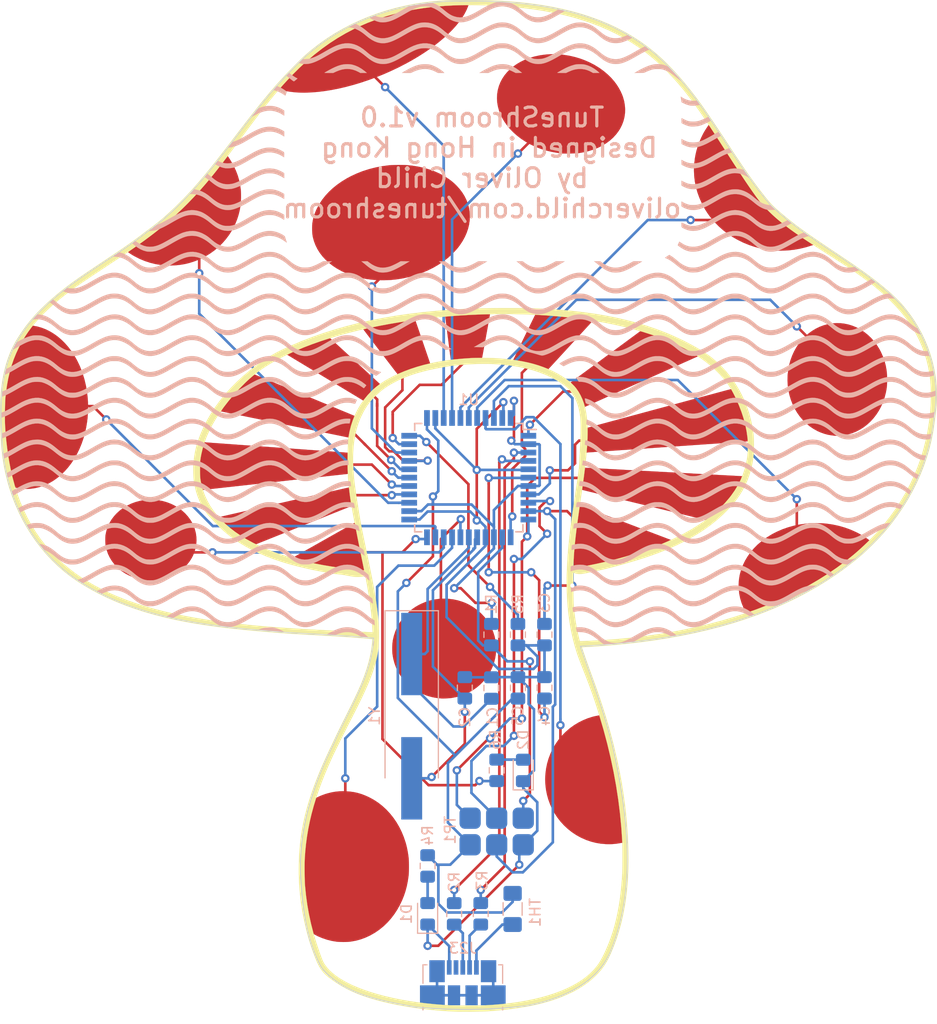
<source format=kicad_pcb>
(kicad_pcb (version 20171130) (host pcbnew 5.0.2-bee76a0~70~ubuntu18.04.1)
  (layers (0 F.Cu signal) (31 B.Cu signal) (34 B.Paste user) (35 F.Paste user hide) (36 B.SilkS user) (37 F.SilkS user) (38 B.Mask user) (39 F.Mask user hide) (44 Edge.Cuts user))
  (net 0 "")
  (net 1 GND)
  (net 2 "Net-(C1-Pad1)")
  (net 3 "Net-(C2-Pad1)")
  (net 4 "Net-(C3-Pad1)")
  (net 5 "Net-(C4-Pad1)")
  (net 6 +5V)
  (net 7 "Net-(D1-Pad2)")
  (net 8 "Net-(D2-Pad2)")
  (net 9 A0)
  (net 10 D5)
  (net 11 A1)
  (net 12 D6)
  (net 13 A2)
  (net 14 D7)
  (net 15 A3)
  (net 16 D8)
  (net 17 A4)
  (net 18 D9)
  (net 19 A5)
  (net 20 D10)
  (net 21 D0)
  (net 22 D11)
  (net 23 D1)
  (net 24 D12)
  (net 25 D2)
  (net 26 D13)
  (net 27 D3)
  (net 28 D17)
  (net 29 D4)
  (net 30 MISO)
  (net 31 "Net-(J23-Pad1)")
  (net 32 "Net-(J23-Pad2)")
  (net 33 "Net-(J23-Pad3)")
  (net 34 "Net-(J23-Pad4)")
  (net 35 "Net-(J23-Pad6)")
  (net 36 RESET)
  (net 37 D+)
  (net 38 D-)
  (net 39 "Net-(R5-Pad1)")
  (net 40 RX_LED)
  (net 41 SCK)
  (net 42 MOSI)
  (module TuneShroom:contact (layer F.Cu) (at 95.25 48.26)
    (fp_text reference J1)
    (fp_text value Conn_01x01)
    (pad 1 smd circle (at 0 0 180) (size 1.524 1.524) (layers F.Cu F.Mask) (net 9 A0))
  )
  (module TuneShroom:contact (layer F.Cu) (at 97.79 68.58)
    (fp_text reference J2)
    (fp_text value Conn_01x01)
    (pad 1 smd circle (at 0 0 180) (size 1.524 1.524) (layers F.Cu F.Mask) (net 10 D5))
  )
  (module TuneShroom:contact (layer F.Cu) (at 111.76 55.88)
    (fp_text reference J3)
    (fp_text value Conn_01x01)
    (pad 1 smd circle (at 0 0 180) (size 1.524 1.524) (layers F.Cu F.Mask) (net 11 A1))
  )
  (module TuneShroom:contact (layer F.Cu) (at 91.948 88.138)
    (fp_text reference J4)
    (fp_text value Conn_01x01)
    (pad 1 smd circle (at 0 0 180) (size 1.524 1.524) (layers F.Cu F.Mask) (net 12 D6))
  )
  (module TuneShroom:contact (layer F.Cu) (at 130.81 64.77)
    (fp_text reference J5)
    (fp_text value Conn_01x01)
    (pad 1 smd circle (at 0 0 180) (size 1.524 1.524) (layers F.Cu F.Mask) (net 13 A2))
  )
  (module TuneShroom:contact (layer F.Cu) (at 115.951 81.153)
    (fp_text reference J6)
    (fp_text value Conn_01x01)
    (pad 1 smd circle (at 0 0 180) (size 1.524 1.524) (layers F.Cu F.Mask) (net 14 D7))
  )
  (module TuneShroom:contact (layer F.Cu) (at 138.43 78.74)
    (fp_text reference J7)
    (fp_text value Conn_01x01)
    (pad 1 smd circle (at 0 0 180) (size 1.524 1.524) (layers F.Cu F.Mask) (net 15 A3))
  )
  (module TuneShroom:contact (layer F.Cu) (at 92.329 84.201)
    (fp_text reference J8)
    (fp_text value Conn_01x01)
    (pad 1 smd circle (at 0 0 180) (size 1.524 1.524) (layers F.Cu F.Mask) (net 16 D8))
  )
  (module TuneShroom:contact (layer F.Cu) (at 135.89 95.25)
    (fp_text reference J9)
    (fp_text value Conn_01x01)
    (pad 1 smd circle (at 0 0 180) (size 1.524 1.524) (layers F.Cu F.Mask) (net 17 A4))
  )
  (module TuneShroom:contact (layer F.Cu) (at 94.361 80.518)
    (fp_text reference J10)
    (fp_text value Conn_01x01)
    (pad 1 smd circle (at 0 0 180) (size 1.524 1.524) (layers F.Cu F.Mask) (net 18 D9))
  )
  (module TuneShroom:contact (layer F.Cu) (at 114.3 116.84)
    (fp_text reference J11)
    (fp_text value Conn_01x01)
    (pad 1 smd circle (at 0 0 180) (size 1.524 1.524) (layers F.Cu F.Mask) (net 19 A5))
  )
  (module TuneShroom:contact (layer F.Cu) (at 98.171 77.47)
    (fp_text reference J12)
    (fp_text value Conn_01x01)
    (pad 1 smd circle (at 0 0 180) (size 1.524 1.524) (layers F.Cu F.Mask) (net 20 D10))
  )
  (module TuneShroom:contact (layer F.Cu) (at 76.2 95.25)
    (fp_text reference J13)
    (fp_text value Conn_01x01)
    (pad 1 smd circle (at 0 0 180) (size 1.524 1.524) (layers F.Cu F.Mask) (net 21 D0))
  )
  (module TuneShroom:contact (layer F.Cu) (at 111.125 77.851)
    (fp_text reference J14)
    (fp_text value Conn_01x01)
    (pad 1 smd circle (at 0 0 180) (size 1.524 1.524) (layers F.Cu F.Mask) (net 22 D11))
  )
  (module TuneShroom:contact (layer F.Cu) (at 64.77 82.55)
    (fp_text reference J15)
    (fp_text value Conn_01x01)
    (pad 1 smd circle (at 0 0 180) (size 1.524 1.524) (layers F.Cu F.Mask) (net 23 D1))
  )
  (module TuneShroom:contact (layer F.Cu) (at 91.059 91.948)
    (fp_text reference J16)
    (fp_text value Conn_01x01)
    (pad 1 smd circle (at 0 0 180) (size 1.524 1.524) (layers F.Cu F.Mask) (net 24 D12))
  )
  (module TuneShroom:contact (layer F.Cu) (at 92.71 121.92)
    (fp_text reference J17)
    (fp_text value Conn_01x01)
    (pad 1 smd circle (at 0 0 180) (size 1.524 1.524) (layers F.Cu F.Mask) (net 25 D2))
  )
  (module TuneShroom:contact (layer F.Cu) (at 104.267 77.089)
    (fp_text reference J18)
    (fp_text value Conn_01x01)
    (pad 1 smd circle (at 0 0 180) (size 1.524 1.524) (layers F.Cu F.Mask) (net 26 D13))
  )
  (module TuneShroom:contact (layer F.Cu) (at 102.87 102.87)
    (fp_text reference J19)
    (fp_text value Conn_01x01)
    (pad 1 smd circle (at 0 0 180) (size 1.524 1.524) (layers F.Cu F.Mask) (net 27 D3))
  )
  (module TuneShroom:contact (layer F.Cu) (at 116.84 85.852)
    (fp_text reference J20)
    (fp_text value Conn_01x01)
    (pad 1 smd circle (at 0 0 180) (size 1.524 1.524) (layers F.Cu F.Mask) (net 28 D17))
  )
  (module TuneShroom:contact (layer F.Cu) (at 78.74 67.31)
    (fp_text reference J21)
    (fp_text value Conn_01x01)
    (pad 1 smd circle (at 0 0 180) (size 1.524 1.524) (layers F.Cu F.Mask) (net 29 D4))
  )
  (module TuneShroom:contact (layer F.Cu) (at 116.84 89.408)
    (fp_text reference J22)
    (fp_text value Conn_01x01)
    (pad 1 smd circle (at 0 0 180) (size 1.524 1.524) (layers F.Cu F.Mask) (net 30 MISO))
  )
  (module TuneShroom:drawing (layer F.Cu) (at 102.87 92.71)
    (fp_text reference "" (at 0 0) (layer F.SilkS) (effects (font (size 1.27 1.27))))
    (fp_text value "" (at 0 0) (layer F.SilkS) (effects (font (size 1.27 1.27))))
    (fp_line (start 1.191363 -48.859415) (end 1.191337 -48.85955) (layer Edge.Cuts) (width 0.1))
    (fp_line (start 1.191363 -48.859415) (end 1.191363 -48.859415) (layer Edge.Cuts) (width 0.1))
    (fp_line (start 1.784368 -48.86357) (end 1.191363 -48.859415) (layer Edge.Cuts) (width 0.1))
    (fp_line (start 2.379985 -48.86193) (end 1.784368 -48.86357) (layer Edge.Cuts) (width 0.1))
    (fp_line (start 2.977795 -48.854049) (end 2.379985 -48.86193) (layer Edge.Cuts) (width 0.1))
    (fp_line (start 3.57737 -48.839483) (end 2.977795 -48.854049) (layer Edge.Cuts) (width 0.1))
    (fp_line (start 4.178284 -48.817789) (end 3.57737 -48.839483) (layer Edge.Cuts) (width 0.1))
    (fp_line (start 4.780111 -48.788521) (end 4.178284 -48.817789) (layer Edge.Cuts) (width 0.1))
    (fp_line (start 5.382429 -48.751236) (end 4.780111 -48.788521) (layer Edge.Cuts) (width 0.1))
    (fp_line (start 5.984811 -48.70549) (end 5.382429 -48.751236) (layer Edge.Cuts) (width 0.1))
    (fp_line (start 6.586834 -48.650837) (end 5.984811 -48.70549) (layer Edge.Cuts) (width 0.1))
    (fp_line (start 7.18807 -48.586833) (end 6.586834 -48.650837) (layer Edge.Cuts) (width 0.1))
    (fp_line (start 7.788095 -48.513036) (end 7.18807 -48.586833) (layer Edge.Cuts) (width 0.1))
    (fp_line (start 8.386484 -48.428999) (end 7.788095 -48.513036) (layer Edge.Cuts) (width 0.1))
    (fp_line (start 8.982813 -48.334278) (end 8.386484 -48.428999) (layer Edge.Cuts) (width 0.1))
    (fp_line (start 9.576657 -48.22843) (end 8.982813 -48.334278) (layer Edge.Cuts) (width 0.1))
    (fp_line (start 10.167588 -48.111011) (end 9.576657 -48.22843) (layer Edge.Cuts) (width 0.1))
    (fp_line (start 10.755183 -47.981575) (end 10.167588 -48.111011) (layer Edge.Cuts) (width 0.1))
    (fp_line (start 11.339017 -47.839678) (end 10.755183 -47.981575) (layer Edge.Cuts) (width 0.1))
    (fp_line (start 11.918664 -47.684877) (end 11.339017 -47.839678) (layer Edge.Cuts) (width 0.1))
    (fp_line (start 12.493701 -47.516726) (end 11.918664 -47.684877) (layer Edge.Cuts) (width 0.1))
    (fp_line (start 13.063699 -47.334783) (end 12.493701 -47.516726) (layer Edge.Cuts) (width 0.1))
    (fp_line (start 13.628237 -47.138601) (end 13.063699 -47.334783) (layer Edge.Cuts) (width 0.1))
    (fp_line (start 13.908325 -47.035032) (end 13.628237 -47.138601) (layer Edge.Cuts) (width 0.1))
    (fp_line (start 14.186889 -46.927737) (end 13.908325 -47.035032) (layer Edge.Cuts) (width 0.1))
    (fp_line (start 14.463874 -46.816661) (end 14.186889 -46.927737) (layer Edge.Cuts) (width 0.1))
    (fp_line (start 14.739228 -46.701747) (end 14.463874 -46.816661) (layer Edge.Cuts) (width 0.1))
    (fp_line (start 15.012897 -46.582941) (end 14.739228 -46.701747) (layer Edge.Cuts) (width 0.1))
    (fp_line (start 15.284831 -46.460187) (end 15.012897 -46.582941) (layer Edge.Cuts) (width 0.1))
    (fp_line (start 15.554973 -46.333429) (end 15.284831 -46.460187) (layer Edge.Cuts) (width 0.1))
    (fp_line (start 15.823271 -46.202611) (end 15.554973 -46.333429) (layer Edge.Cuts) (width 0.1))
    (fp_line (start 16.089672 -46.067679) (end 15.823271 -46.202611) (layer Edge.Cuts) (width 0.1))
    (fp_line (start 16.354123 -45.928576) (end 16.089672 -46.067679) (layer Edge.Cuts) (width 0.1))
    (fp_line (start 16.616571 -45.785248) (end 16.354123 -45.928576) (layer Edge.Cuts) (width 0.1))
    (fp_line (start 16.876964 -45.637638) (end 16.616571 -45.785248) (layer Edge.Cuts) (width 0.1))
    (fp_line (start 17.135247 -45.485691) (end 16.876964 -45.637638) (layer Edge.Cuts) (width 0.1))
    (fp_line (start 17.391366 -45.329351) (end 17.135247 -45.485691) (layer Edge.Cuts) (width 0.1))
    (fp_line (start 17.645274 -45.168564) (end 17.391366 -45.329351) (layer Edge.Cuts) (width 0.1))
    (fp_line (start 17.896908 -45.003273) (end 17.645274 -45.168564) (layer Edge.Cuts) (width 0.1))
    (fp_line (start 18.146223 -44.833423) (end 17.896908 -45.003273) (layer Edge.Cuts) (width 0.1))
    (fp_line (start 18.393164 -44.658958) (end 18.146223 -44.833423) (layer Edge.Cuts) (width 0.1))
    (fp_line (start 18.637673 -44.479823) (end 18.393164 -44.658958) (layer Edge.Cuts) (width 0.1))
    (fp_line (start 18.879703 -44.295962) (end 18.637673 -44.479823) (layer Edge.Cuts) (width 0.1))
    (fp_line (start 19.119199 -44.10732) (end 18.879703 -44.295962) (layer Edge.Cuts) (width 0.1))
    (fp_line (start 19.356107 -43.913842) (end 19.119199 -44.10732) (layer Edge.Cuts) (width 0.1))
    (fp_line (start 19.575232 -43.725719) (end 19.356107 -43.913842) (layer Edge.Cuts) (width 0.1))
    (fp_line (start 19.791158 -43.534898) (end 19.575232 -43.725719) (layer Edge.Cuts) (width 0.1))
    (fp_line (start 20.213769 -43.145448) (end 19.791158 -43.534898) (layer Edge.Cuts) (width 0.1))
    (fp_line (start 20.62462 -42.746064) (end 20.213769 -43.145448) (layer Edge.Cuts) (width 0.1))
    (fp_line (start 21.024389 -42.33732) (end 20.62462 -42.746064) (layer Edge.Cuts) (width 0.1))
    (fp_line (start 21.413761 -41.919787) (end 21.024389 -42.33732) (layer Edge.Cuts) (width 0.1))
    (fp_line (start 21.793417 -41.49404) (end 21.413761 -41.919787) (layer Edge.Cuts) (width 0.1))
    (fp_line (start 22.164037 -41.060651) (end 21.793417 -41.49404) (layer Edge.Cuts) (width 0.1))
    (fp_line (start 22.526304 -40.620193) (end 22.164037 -41.060651) (layer Edge.Cuts) (width 0.1))
    (fp_line (start 22.880902 -40.173239) (end 22.526304 -40.620193) (layer Edge.Cuts) (width 0.1))
    (fp_line (start 23.228509 -39.720362) (end 22.880902 -40.173239) (layer Edge.Cuts) (width 0.1))
    (fp_line (start 23.569808 -39.262136) (end 23.228509 -39.720362) (layer Edge.Cuts) (width 0.1))
    (fp_line (start 23.905479 -38.799132) (end 23.569808 -39.262136) (layer Edge.Cuts) (width 0.1))
    (fp_line (start 24.236206 -38.331924) (end 23.905479 -38.799132) (layer Edge.Cuts) (width 0.1))
    (fp_line (start 24.562667 -37.861085) (end 24.236206 -38.331924) (layer Edge.Cuts) (width 0.1))
    (fp_line (start 24.885549 -37.387188) (end 24.562667 -37.861085) (layer Edge.Cuts) (width 0.1))
    (fp_line (start 25.205528 -36.910806) (end 24.885549 -37.387188) (layer Edge.Cuts) (width 0.1))
    (fp_line (start 25.839512 -35.952879) (end 25.205528 -36.910806) (layer Edge.Cuts) (width 0.1))
    (fp_line (start 26.470075 -34.991886) (end 25.839512 -35.952879) (layer Edge.Cuts) (width 0.1))
    (fp_line (start 27.102665 -34.032412) (end 26.470075 -34.991886) (layer Edge.Cuts) (width 0.1))
    (fp_line (start 27.742737 -33.079041) (end 27.102665 -34.032412) (layer Edge.Cuts) (width 0.1))
    (fp_line (start 28.067283 -32.606077) (end 27.742737 -33.079041) (layer Edge.Cuts) (width 0.1))
    (fp_line (start 28.395744 -32.136356) (end 28.067283 -32.606077) (layer Edge.Cuts) (width 0.1))
    (fp_line (start 28.728802 -31.670454) (end 28.395744 -32.136356) (layer Edge.Cuts) (width 0.1))
    (fp_line (start 29.06714 -31.208942) (end 28.728802 -31.670454) (layer Edge.Cuts) (width 0.1))
    (fp_line (start 29.411435 -30.752393) (end 29.06714 -31.208942) (layer Edge.Cuts) (width 0.1))
    (fp_line (start 29.762373 -30.301381) (end 29.411435 -30.752393) (layer Edge.Cuts) (width 0.1))
    (fp_line (start 30.120635 -29.856478) (end 29.762373 -30.301381) (layer Edge.Cuts) (width 0.1))
    (fp_line (start 30.4869 -29.418257) (end 30.120635 -29.856478) (layer Edge.Cuts) (width 0.1))
    (fp_line (start 30.794608 -29.127601) (end 30.4869 -29.418257) (layer Edge.Cuts) (width 0.1))
    (fp_line (start 31.107332 -28.843243) (end 30.794608 -29.127601) (layer Edge.Cuts) (width 0.1))
    (fp_line (start 31.424779 -28.564813) (end 31.107332 -28.843243) (layer Edge.Cuts) (width 0.1))
    (fp_line (start 31.746655 -28.291936) (end 31.424779 -28.564813) (layer Edge.Cuts) (width 0.1))
    (fp_line (start 32.072664 -28.024239) (end 31.746655 -28.291936) (layer Edge.Cuts) (width 0.1))
    (fp_line (start 32.40251 -27.76135) (end 32.072664 -28.024239) (layer Edge.Cuts) (width 0.1))
    (fp_line (start 32.735898 -27.502895) (end 32.40251 -27.76135) (layer Edge.Cuts) (width 0.1))
    (fp_line (start 33.072533 -27.248501) (end 32.735898 -27.502895) (layer Edge.Cuts) (width 0.1))
    (fp_line (start 33.412117 -26.997795) (end 33.072533 -27.248501) (layer Edge.Cuts) (width 0.1))
    (fp_line (start 33.754361 -26.750405) (end 33.412117 -26.997795) (layer Edge.Cuts) (width 0.1))
    (fp_line (start 34.44563 -26.264075) (end 33.754361 -26.750405) (layer Edge.Cuts) (width 0.1))
    (fp_line (start 35.143979 -25.786528) (end 34.44563 -26.264075) (layer Edge.Cuts) (width 0.1))
    (fp_line (start 35.847046 -25.314779) (end 35.143979 -25.786528) (layer Edge.Cuts) (width 0.1))
    (fp_line (start 37.257878 -24.376735) (end 35.847046 -25.314779) (layer Edge.Cuts) (width 0.1))
    (fp_line (start 37.960921 -23.90447) (end 37.257878 -24.376735) (layer Edge.Cuts) (width 0.1))
    (fp_line (start 38.659228 -23.426063) (end 37.960921 -23.90447) (layer Edge.Cuts) (width 0.1))
    (fp_line (start 39.350441 -22.938531) (end 38.659228 -23.426063) (layer Edge.Cuts) (width 0.1))
    (fp_line (start 39.692648 -22.69041) (end 39.350441 -22.938531) (layer Edge.Cuts) (width 0.1))
    (fp_line (start 40.032196 -22.438886) (end 39.692648 -22.69041) (layer Edge.Cuts) (width 0.1))
    (fp_line (start 40.368788 -22.18359) (end 40.032196 -22.438886) (layer Edge.Cuts) (width 0.1))
    (fp_line (start 40.702129 -21.924147) (end 40.368788 -22.18359) (layer Edge.Cuts) (width 0.1))
    (fp_line (start 41.031924 -21.660183) (end 40.702129 -21.924147) (layer Edge.Cuts) (width 0.1))
    (fp_line (start 41.357877 -21.391327) (end 41.031924 -21.660183) (layer Edge.Cuts) (width 0.1))
    (fp_line (start 41.695049 -21.117065) (end 41.357877 -21.391327) (layer Edge.Cuts) (width 0.1))
    (fp_line (start 42.022101 -20.831667) (end 41.695049 -21.117065) (layer Edge.Cuts) (width 0.1))
    (fp_line (start 42.338841 -20.535537) (end 42.022101 -20.831667) (layer Edge.Cuts) (width 0.1))
    (fp_line (start 42.645073 -20.229081) (end 42.338841 -20.535537) (layer Edge.Cuts) (width 0.1))
    (fp_line (start 42.940599 -19.912703) (end 42.645073 -20.229081) (layer Edge.Cuts) (width 0.1))
    (fp_line (start 43.225227 -19.586805) (end 42.940599 -19.912703) (layer Edge.Cuts) (width 0.1))
    (fp_line (start 43.498759 -19.251792) (end 43.225227 -19.586805) (layer Edge.Cuts) (width 0.1))
    (fp_line (start 43.761003 -18.908069) (end 43.498759 -19.251792) (layer Edge.Cuts) (width 0.1))
    (fp_line (start 44.011762 -18.556044) (end 43.761003 -18.908069) (layer Edge.Cuts) (width 0.1))
    (fp_line (start 44.25084 -18.196118) (end 44.011762 -18.556044) (layer Edge.Cuts) (width 0.1))
    (fp_line (start 44.478043 -17.828696) (end 44.25084 -18.196118) (layer Edge.Cuts) (width 0.1))
    (fp_line (start 44.693175 -17.454181) (end 44.478043 -17.828696) (layer Edge.Cuts) (width 0.1))
    (fp_line (start 44.896039 -17.072983) (end 44.693175 -17.454181) (layer Edge.Cuts) (width 0.1))
    (fp_line (start 45.086447 -16.685501) (end 44.896039 -17.072983) (layer Edge.Cuts) (width 0.1))
    (fp_line (start 45.264194 -16.292139) (end 45.086447 -16.685501) (layer Edge.Cuts) (width 0.1))
    (fp_line (start 45.429093 -15.893306) (end 45.264194 -16.292139) (layer Edge.Cuts) (width 0.1))
    (fp_line (start 45.580942 -15.489404) (end 45.429093 -15.893306) (layer Edge.Cuts) (width 0.1))
    (fp_line (start 45.719552 -15.080837) (end 45.580942 -15.489404) (layer Edge.Cuts) (width 0.1))
    (fp_line (start 45.844721 -14.66801) (end 45.719552 -15.080837) (layer Edge.Cuts) (width 0.1))
    (fp_line (start 45.956262 -14.251331) (end 45.844721 -14.66801) (layer Edge.Cuts) (width 0.1))
    (fp_line (start 46.053972 -13.831199) (end 45.956262 -14.251331) (layer Edge.Cuts) (width 0.1))
    (fp_line (start 46.13766 -13.40802) (end 46.053972 -13.831199) (layer Edge.Cuts) (width 0.1))
    (fp_line (start 46.207129 -12.982202) (end 46.13766 -13.40802) (layer Edge.Cuts) (width 0.1))
    (fp_line (start 46.262186 -12.554143) (end 46.207129 -12.982202) (layer Edge.Cuts) (width 0.1))
    (fp_line (start 46.302633 -12.124256) (end 46.262186 -12.554143) (layer Edge.Cuts) (width 0.1))
    (fp_line (start 46.328271 -11.692938) (end 46.302633 -12.124256) (layer Edge.Cuts) (width 0.1))
    (fp_line (start 46.338907 -11.260598) (end 46.328271 -11.692938) (layer Edge.Cuts) (width 0.1))
    (fp_line (start 46.334357 -10.827636) (end 46.338907 -11.260598) (layer Edge.Cuts) (width 0.1))
    (fp_line (start 46.314407 -10.394463) (end 46.334357 -10.827636) (layer Edge.Cuts) (width 0.1))
    (fp_line (start 46.278881 -9.961478) (end 46.314407 -10.394463) (layer Edge.Cuts) (width 0.1))
    (fp_line (start 46.255228 -9.745184) (end 46.278881 -9.961478) (layer Edge.Cuts) (width 0.1))
    (fp_line (start 46.227592 -9.529088) (end 46.255228 -9.745184) (layer Edge.Cuts) (width 0.1))
    (fp_line (start 46.195961 -9.313243) (end 46.227592 -9.529088) (layer Edge.Cuts) (width 0.1))
    (fp_line (start 46.160311 -9.097698) (end 46.195961 -9.313243) (layer Edge.Cuts) (width 0.1))
    (fp_line (start 46.10486 -8.59328) (end 46.160311 -9.097698) (layer Edge.Cuts) (width 0.1))
    (fp_line (start 46.035174 -8.091816) (end 46.10486 -8.59328) (layer Edge.Cuts) (width 0.1))
    (fp_line (start 45.951486 -7.593507) (end 46.035174 -8.091816) (layer Edge.Cuts) (width 0.1))
    (fp_line (start 45.854021 -7.098557) (end 45.951486 -7.593507) (layer Edge.Cuts) (width 0.1))
    (fp_line (start 45.74301 -6.607164) (end 45.854021 -7.098557) (layer Edge.Cuts) (width 0.1))
    (fp_line (start 45.618685 -6.119535) (end 45.74301 -6.607164) (layer Edge.Cuts) (width 0.1))
    (fp_line (start 45.481274 -5.635868) (end 45.618685 -6.119535) (layer Edge.Cuts) (width 0.1))
    (fp_line (start 45.331006 -5.156369) (end 45.481274 -5.635868) (layer Edge.Cuts) (width 0.1))
    (fp_line (start 45.168113 -4.681236) (end 45.331006 -5.156369) (layer Edge.Cuts) (width 0.1))
    (fp_line (start 44.992821 -4.210674) (end 45.168113 -4.681236) (layer Edge.Cuts) (width 0.1))
    (fp_line (start 44.805364 -3.744886) (end 44.992821 -4.210674) (layer Edge.Cuts) (width 0.1))
    (fp_line (start 44.605969 -3.284075) (end 44.805364 -3.744886) (layer Edge.Cuts) (width 0.1))
    (fp_line (start 44.394865 -2.828436) (end 44.605969 -3.284075) (layer Edge.Cuts) (width 0.1))
    (fp_line (start 44.172282 -2.378178) (end 44.394865 -2.828436) (layer Edge.Cuts) (width 0.1))
    (fp_line (start 43.938454 -1.933501) (end 44.172282 -2.378178) (layer Edge.Cuts) (width 0.1))
    (fp_line (start 43.693606 -1.49461) (end 43.938454 -1.933501) (layer Edge.Cuts) (width 0.1))
    (fp_line (start 43.437968 -1.061702) (end 43.693606 -1.49461) (layer Edge.Cuts) (width 0.1))
    (fp_line (start 43.171771 -0.634982) (end 43.437968 -1.061702) (layer Edge.Cuts) (width 0.1))
    (fp_line (start 42.895244 -0.214651) (end 43.171771 -0.634982) (layer Edge.Cuts) (width 0.1))
    (fp_line (start 42.608616 0.199086) (end 42.895244 -0.214651) (layer Edge.Cuts) (width 0.1))
    (fp_line (start 42.312118 0.606031) (end 42.608616 0.199086) (layer Edge.Cuts) (width 0.1))
    (fp_line (start 42.00598 1.005977) (end 42.312118 0.606031) (layer Edge.Cuts) (width 0.1))
    (fp_line (start 41.690432 1.398725) (end 42.00598 1.005977) (layer Edge.Cuts) (width 0.1))
    (fp_line (start 41.365701 1.784075) (end 41.690432 1.398725) (layer Edge.Cuts) (width 0.1))
    (fp_line (start 41.032019 2.16182) (end 41.365701 1.784075) (layer Edge.Cuts) (width 0.1))
    (fp_line (start 40.689614 2.531758) (end 41.032019 2.16182) (layer Edge.Cuts) (width 0.1))
    (fp_line (start 40.338718 2.893692) (end 40.689614 2.531758) (layer Edge.Cuts) (width 0.1))
    (fp_line (start 39.97956 3.247416) (end 40.338718 2.893692) (layer Edge.Cuts) (width 0.1))
    (fp_line (start 39.612366 3.592729) (end 39.97956 3.247416) (layer Edge.Cuts) (width 0.1))
    (fp_line (start 39.237372 3.929427) (end 39.612366 3.592729) (layer Edge.Cuts) (width 0.1))
    (fp_line (start 38.854803 4.25731) (end 39.237372 3.929427) (layer Edge.Cuts) (width 0.1))
    (fp_line (start 38.464889 4.576175) (end 38.854803 4.25731) (layer Edge.Cuts) (width 0.1))
    (fp_line (start 38.119608 4.849122) (end 38.464889 4.576175) (layer Edge.Cuts) (width 0.1))
    (fp_line (start 37.771011 5.116266) (end 38.119608 4.849122) (layer Edge.Cuts) (width 0.1))
    (fp_line (start 37.419168 5.377661) (end 37.771011 5.116266) (layer Edge.Cuts) (width 0.1))
    (fp_line (start 37.06414 5.633368) (end 37.419168 5.377661) (layer Edge.Cuts) (width 0.1))
    (fp_line (start 36.705989 5.883447) (end 37.06414 5.633368) (layer Edge.Cuts) (width 0.1))
    (fp_line (start 36.34478 6.127956) (end 36.705989 5.883447) (layer Edge.Cuts) (width 0.1))
    (fp_line (start 35.980573 6.366952) (end 36.34478 6.127956) (layer Edge.Cuts) (width 0.1))
    (fp_line (start 35.613437 6.600494) (end 35.980573 6.366952) (layer Edge.Cuts) (width 0.1))
    (fp_line (start 35.243431 6.828644) (end 35.613437 6.600494) (layer Edge.Cuts) (width 0.1))
    (fp_line (start 34.87062 7.051458) (end 35.243431 6.828644) (layer Edge.Cuts) (width 0.1))
    (fp_line (start 34.495065 7.268996) (end 34.87062 7.051458) (layer Edge.Cuts) (width 0.1))
    (fp_line (start 34.116832 7.481313) (end 34.495065 7.268996) (layer Edge.Cuts) (width 0.1))
    (fp_line (start 33.735986 7.688474) (end 34.116832 7.481313) (layer Edge.Cuts) (width 0.1))
    (fp_line (start 33.352586 7.890534) (end 33.735986 7.688474) (layer Edge.Cuts) (width 0.1))
    (fp_line (start 32.966697 8.087553) (end 33.352586 7.890534) (layer Edge.Cuts) (width 0.1))
    (fp_line (start 32.578381 8.279588) (end 32.966697 8.087553) (layer Edge.Cuts) (width 0.1))
    (fp_line (start 32.187705 8.466698) (end 32.578381 8.279588) (layer Edge.Cuts) (width 0.1))
    (fp_line (start 31.79473 8.648943) (end 32.187705 8.466698) (layer Edge.Cuts) (width 0.1))
    (fp_line (start 31.399519 8.826383) (end 31.79473 8.648943) (layer Edge.Cuts) (width 0.1))
    (fp_line (start 31.002134 8.999074) (end 31.399519 8.826383) (layer Edge.Cuts) (width 0.1))
    (fp_line (start 30.602642 9.167077) (end 31.002134 8.999074) (layer Edge.Cuts) (width 0.1))
    (fp_line (start 30.201105 9.330449) (end 30.602642 9.167077) (layer Edge.Cuts) (width 0.1))
    (fp_line (start 29.797586 9.489252) (end 30.201105 9.330449) (layer Edge.Cuts) (width 0.1))
    (fp_line (start 29.392147 9.643538) (end 29.797586 9.489252) (layer Edge.Cuts) (width 0.1))
    (fp_line (start 28.984852 9.793372) (end 29.392147 9.643538) (layer Edge.Cuts) (width 0.1))
    (fp_line (start 28.575767 9.938811) (end 28.984852 9.793372) (layer Edge.Cuts) (width 0.1))
    (fp_line (start 28.164951 10.079913) (end 28.575767 9.938811) (layer Edge.Cuts) (width 0.1))
    (fp_line (start 27.752471 10.21674) (end 28.164951 10.079913) (layer Edge.Cuts) (width 0.1))
    (fp_line (start 27.338387 10.349344) (end 27.752471 10.21674) (layer Edge.Cuts) (width 0.1))
    (fp_line (start 26.922764 10.477791) (end 27.338387 10.349344) (layer Edge.Cuts) (width 0.1))
    (fp_line (start 26.505667 10.602134) (end 26.922764 10.477791) (layer Edge.Cuts) (width 0.1))
    (fp_line (start 26.087157 10.722435) (end 26.505667 10.602134) (layer Edge.Cuts) (width 0.1))
    (fp_line (start 25.667298 10.838754) (end 26.087157 10.722435) (layer Edge.Cuts) (width 0.1))
    (fp_line (start 25.246155 10.951146) (end 25.667298 10.838754) (layer Edge.Cuts) (width 0.1))
    (fp_line (start 24.823787 11.059673) (end 25.246155 10.951146) (layer Edge.Cuts) (width 0.1))
    (fp_line (start 24.400264 11.164393) (end 24.823787 11.059673) (layer Edge.Cuts) (width 0.1))
    (fp_line (start 23.549988 11.362642) (end 24.400264 11.164393) (layer Edge.Cuts) (width 0.1))
    (fp_line (start 22.695839 11.546366) (end 23.549988 11.362642) (layer Edge.Cuts) (width 0.1))
    (fp_line (start 21.838319 11.716036) (end 22.695839 11.546366) (layer Edge.Cuts) (width 0.1))
    (fp_line (start 20.977939 11.872121) (end 21.838319 11.716036) (layer Edge.Cuts) (width 0.1))
    (fp_line (start 20.115202 12.015091) (end 20.977939 11.872121) (layer Edge.Cuts) (width 0.1))
    (fp_line (start 19.250615 12.145415) (end 20.115202 12.015091) (layer Edge.Cuts) (width 0.1))
    (fp_line (start 18.384686 12.263567) (end 19.250615 12.145415) (layer Edge.Cuts) (width 0.1))
    (fp_line (start 17.517922 12.370011) (end 18.384686 12.263567) (layer Edge.Cuts) (width 0.1))
    (fp_line (start 16.650827 12.465222) (end 17.517922 12.370011) (layer Edge.Cuts) (width 0.1))
    (fp_line (start 15.783912 12.549669) (end 16.650827 12.465222) (layer Edge.Cuts) (width 0.1))
    (fp_line (start 14.917679 12.623824) (end 15.783912 12.549669) (layer Edge.Cuts) (width 0.1))
    (fp_line (start 14.052637 12.688152) (end 14.917679 12.623824) (layer Edge.Cuts) (width 0.1))
    (fp_line (start 13.189291 12.743127) (end 14.052637 12.688152) (layer Edge.Cuts) (width 0.1))
    (fp_line (start 12.328152 12.789217) (end 13.189291 12.743127) (layer Edge.Cuts) (width 0.1))
    (fp_line (start 12.777597 14.0789) (end 12.328152 12.789217) (layer Edge.Cuts) (width 0.1))
    (fp_line (start 13.233262 15.36718) (end 12.777597 14.0789) (layer Edge.Cuts) (width 0.1))
    (fp_line (start 13.686411 16.65656) (end 13.233262 15.36718) (layer Edge.Cuts) (width 0.1))
    (fp_line (start 13.909312 17.302443) (end 13.686411 16.65656) (layer Edge.Cuts) (width 0.1))
    (fp_line (start 14.128313 17.949537) (end 13.909312 17.302443) (layer Edge.Cuts) (width 0.1))
    (fp_line (start 14.342319 18.598155) (end 14.128313 17.949537) (layer Edge.Cuts) (width 0.1))
    (fp_line (start 14.550239 19.248609) (end 14.342319 18.598155) (layer Edge.Cuts) (width 0.1))
    (fp_line (start 14.750984 19.901212) (end 14.550239 19.248609) (layer Edge.Cuts) (width 0.1))
    (fp_line (start 14.943457 20.556275) (end 14.750984 19.901212) (layer Edge.Cuts) (width 0.1))
    (fp_line (start 15.126573 21.214111) (end 14.943457 20.556275) (layer Edge.Cuts) (width 0.1))
    (fp_line (start 15.299235 21.875033) (end 15.126573 21.214111) (layer Edge.Cuts) (width 0.1))
    (fp_line (start 15.460355 22.539354) (end 15.299235 21.875033) (layer Edge.Cuts) (width 0.1))
    (fp_line (start 15.608842 23.207384) (end 15.460355 22.539354) (layer Edge.Cuts) (width 0.1))
    (fp_line (start 15.727246 23.776294) (end 15.608842 23.207384) (layer Edge.Cuts) (width 0.1))
    (fp_line (start 15.842154 24.348183) (end 15.727246 23.776294) (layer Edge.Cuts) (width 0.1))
    (fp_line (start 15.953089 24.922824) (end 15.842154 24.348183) (layer Edge.Cuts) (width 0.1))
    (fp_line (start 16.059573 25.49998) (end 15.953089 24.922824) (layer Edge.Cuts) (width 0.1))
    (fp_line (start 16.161125 26.079428) (end 16.059573 25.49998) (layer Edge.Cuts) (width 0.1))
    (fp_line (start 16.25727 26.660938) (end 16.161125 26.079428) (layer Edge.Cuts) (width 0.1))
    (fp_line (start 16.34753 27.244275) (end 16.25727 26.660938) (layer Edge.Cuts) (width 0.1))
    (fp_line (start 16.431426 27.829216) (end 16.34753 27.244275) (layer Edge.Cuts) (width 0.1))
    (fp_line (start 16.508481 28.415527) (end 16.431426 27.829216) (layer Edge.Cuts) (width 0.1))
    (fp_line (start 16.578217 29.002979) (end 16.508481 28.415527) (layer Edge.Cuts) (width 0.1))
    (fp_line (start 16.640156 29.591343) (end 16.578217 29.002979) (layer Edge.Cuts) (width 0.1))
    (fp_line (start 16.693816 30.180388) (end 16.640156 29.591343) (layer Edge.Cuts) (width 0.1))
    (fp_line (start 16.738727 30.769888) (end 16.693816 30.180388) (layer Edge.Cuts) (width 0.1))
    (fp_line (start 16.774406 31.359609) (end 16.738727 30.769888) (layer Edge.Cuts) (width 0.1))
    (fp_line (start 16.800388 31.949323) (end 16.774406 31.359609) (layer Edge.Cuts) (width 0.1))
    (fp_line (start 16.816157 32.538802) (end 16.800388 31.949323) (layer Edge.Cuts) (width 0.1))
    (fp_line (start 16.821263 33.127815) (end 16.816157 32.538802) (layer Edge.Cuts) (width 0.1))
    (fp_line (start 16.815231 33.716129) (end 16.821263 33.127815) (layer Edge.Cuts) (width 0.1))
    (fp_line (start 16.797583 34.30352) (end 16.815231 33.716129) (layer Edge.Cuts) (width 0.1))
    (fp_line (start 16.767836 34.889754) (end 16.797583 34.30352) (layer Edge.Cuts) (width 0.1))
    (fp_line (start 16.725513 35.474605) (end 16.767836 34.889754) (layer Edge.Cuts) (width 0.1))
    (fp_line (start 16.670133 36.057839) (end 16.725513 35.474605) (layer Edge.Cuts) (width 0.1))
    (fp_line (start 16.601223 36.63923) (end 16.670133 36.057839) (layer Edge.Cuts) (width 0.1))
    (fp_line (start 16.518302 37.218545) (end 16.601223 36.63923) (layer Edge.Cuts) (width 0.1))
    (fp_line (start 16.420891 37.795559) (end 16.518302 37.218545) (layer Edge.Cuts) (width 0.1))
    (fp_line (start 16.308514 38.370038) (end 16.420891 37.795559) (layer Edge.Cuts) (width 0.1))
    (fp_line (start 16.246562 38.656257) (end 16.308514 38.370038) (layer Edge.Cuts) (width 0.1))
    (fp_line (start 16.180691 38.941755) (end 16.246562 38.656257) (layer Edge.Cuts) (width 0.1))
    (fp_line (start 16.110839 39.226505) (end 16.180691 38.941755) (layer Edge.Cuts) (width 0.1))
    (fp_line (start 16.036946 39.510477) (end 16.110839 39.226505) (layer Edge.Cuts) (width 0.1))
    (fp_line (start 15.958955 39.793645) (end 16.036946 39.510477) (layer Edge.Cuts) (width 0.1))
    (fp_line (start 15.876802 40.075979) (end 15.958955 39.793645) (layer Edge.Cuts) (width 0.1))
    (fp_line (start 15.790431 40.357448) (end 15.876802 40.075979) (layer Edge.Cuts) (width 0.1))
    (fp_line (start 15.699779 40.638028) (end 15.790431 40.357448) (layer Edge.Cuts) (width 0.1))
    (fp_line (start 15.604789 40.917685) (end 15.699779 40.638028) (layer Edge.Cuts) (width 0.1))
    (fp_line (start 15.505398 41.196394) (end 15.604789 40.917685) (layer Edge.Cuts) (width 0.1))
    (fp_line (start 15.401549 41.474125) (end 15.505398 41.196394) (layer Edge.Cuts) (width 0.1))
    (fp_line (start 15.293184 41.75085) (end 15.401549 41.474125) (layer Edge.Cuts) (width 0.1))
    (fp_line (start 15.230943 41.904462) (end 15.293184 41.75085) (layer Edge.Cuts) (width 0.1))
    (fp_line (start 15.165435 42.055399) (end 15.230943 41.904462) (layer Edge.Cuts) (width 0.1))
    (fp_line (start 15.096717 42.203687) (end 15.165435 42.055399) (layer Edge.Cuts) (width 0.1))
    (fp_line (start 15.024848 42.349348) (end 15.096717 42.203687) (layer Edge.Cuts) (width 0.1))
    (fp_line (start 14.871901 42.632878) (end 15.024848 42.349348) (layer Edge.Cuts) (width 0.1))
    (fp_line (start 14.707063 42.906166) (end 14.871901 42.632878) (layer Edge.Cuts) (width 0.1))
    (fp_line (start 14.530811 43.169392) (end 14.707063 42.906166) (layer Edge.Cuts) (width 0.1))
    (fp_line (start 14.343613 43.422736) (end 14.530811 43.169392) (layer Edge.Cuts) (width 0.1))
    (fp_line (start 14.145948 43.666372) (end 14.343613 43.422736) (layer Edge.Cuts) (width 0.1))
    (fp_line (start 13.938287 43.900484) (end 14.145948 43.666372) (layer Edge.Cuts) (width 0.1))
    (fp_line (start 13.721104 44.12525) (end 13.938287 43.900484) (layer Edge.Cuts) (width 0.1))
    (fp_line (start 13.494872 44.340848) (end 13.721104 44.12525) (layer Edge.Cuts) (width 0.1))
    (fp_line (start 13.260062 44.547456) (end 13.494872 44.340848) (layer Edge.Cuts) (width 0.1))
    (fp_line (start 13.017153 44.745256) (end 13.260062 44.547456) (layer Edge.Cuts) (width 0.1))
    (fp_line (start 12.766614 44.934422) (end 13.017153 44.745256) (layer Edge.Cuts) (width 0.1))
    (fp_line (start 12.50892 45.115138) (end 12.766614 44.934422) (layer Edge.Cuts) (width 0.1))
    (fp_line (start 12.244543 45.28758) (end 12.50892 45.115138) (layer Edge.Cuts) (width 0.1))
    (fp_line (start 11.973959 45.451929) (end 12.244543 45.28758) (layer Edge.Cuts) (width 0.1))
    (fp_line (start 11.697639 45.608361) (end 11.973959 45.451929) (layer Edge.Cuts) (width 0.1))
    (fp_line (start 11.416059 45.757057) (end 11.697639 45.608361) (layer Edge.Cuts) (width 0.1))
    (fp_line (start 11.129687 45.898196) (end 11.416059 45.757057) (layer Edge.Cuts) (width 0.1))
    (fp_line (start 10.839003 46.031956) (end 11.129687 45.898196) (layer Edge.Cuts) (width 0.1))
    (fp_line (start 10.544479 46.158517) (end 10.839003 46.031956) (layer Edge.Cuts) (width 0.1))
    (fp_line (start 10.246585 46.278058) (end 10.544479 46.158517) (layer Edge.Cuts) (width 0.1))
    (fp_line (start 9.945796 46.390755) (end 10.246585 46.278058) (layer Edge.Cuts) (width 0.1))
    (fp_line (start 9.642586 46.496792) (end 9.945796 46.390755) (layer Edge.Cuts) (width 0.1))
    (fp_line (start 9.337426 46.596342) (end 9.642586 46.496792) (layer Edge.Cuts) (width 0.1))
    (fp_line (start 9.030795 46.689589) (end 9.337426 46.596342) (layer Edge.Cuts) (width 0.1))
    (fp_line (start 8.723161 46.776711) (end 9.030795 46.689589) (layer Edge.Cuts) (width 0.1))
    (fp_line (start 8.415001 46.857885) (end 8.723161 46.776711) (layer Edge.Cuts) (width 0.1))
    (fp_line (start 8.106786 46.933289) (end 8.415001 46.857885) (layer Edge.Cuts) (width 0.1))
    (fp_line (start 7.79899 47.003104) (end 8.106786 46.933289) (layer Edge.Cuts) (width 0.1))
    (fp_line (start 7.492087 47.067512) (end 7.79899 47.003104) (layer Edge.Cuts) (width 0.1))
    (fp_line (start 7.186549 47.126686) (end 7.492087 47.067512) (layer Edge.Cuts) (width 0.1))
    (fp_line (start 6.525606 47.204891) (end 7.186549 47.126686) (layer Edge.Cuts) (width 0.1))
    (fp_line (start 5.8631 47.273048) (end 6.525606 47.204891) (layer Edge.Cuts) (width 0.1))
    (fp_line (start 5.199226 47.331304) (end 5.8631 47.273048) (layer Edge.Cuts) (width 0.1))
    (fp_line (start 4.534194 47.37981) (end 5.199226 47.331304) (layer Edge.Cuts) (width 0.1))
    (fp_line (start 3.868206 47.418712) (end 4.534194 47.37981) (layer Edge.Cuts) (width 0.1))
    (fp_line (start 3.201461 47.448157) (end 3.868206 47.418712) (layer Edge.Cuts) (width 0.1))
    (fp_line (start 2.534166 47.468292) (end 3.201461 47.448157) (layer Edge.Cuts) (width 0.1))
    (fp_line (start 1.866527 47.479272) (end 2.534166 47.468292) (layer Edge.Cuts) (width 0.1))
    (fp_line (start 1.198742 47.481124) (end 1.866527 47.479272) (layer Edge.Cuts) (width 0.1))
    (fp_line (start 0.531016 47.474245) (end 1.198742 47.481124) (layer Edge.Cuts) (width 0.1))
    (fp_line (start -0.136446 47.458635) (end 0.531016 47.474245) (layer Edge.Cuts) (width 0.1))
    (fp_line (start -0.803442 47.434478) (end -0.136446 47.458635) (layer Edge.Cuts) (width 0.1))
    (fp_line (start -1.469768 47.401905) (end -0.803442 47.434478) (layer Edge.Cuts) (width 0.1))
    (fp_line (start -2.135222 47.361067) (end -1.469768 47.401905) (layer Edge.Cuts) (width 0.1))
    (fp_line (start -2.799599 47.312111) (end -2.135222 47.361067) (layer Edge.Cuts) (width 0.1))
    (fp_line (start -3.462695 47.255189) (end -2.799599 47.312111) (layer Edge.Cuts) (width 0.1))
    (fp_line (start -4.66326 47.032904) (end -3.462695 47.255189) (layer Edge.Cuts) (width 0.1))
    (fp_line (start -5.273313 46.915805) (end -4.66326 47.032904) (layer Edge.Cuts) (width 0.1))
    (fp_line (start -5.886085 46.790593) (end -5.273313 46.915805) (layer Edge.Cuts) (width 0.1))
    (fp_line (start -6.498738 46.654164) (end -5.886085 46.790593) (layer Edge.Cuts) (width 0.1))
    (fp_line (start -6.804131 46.580768) (end -6.498738 46.654164) (layer Edge.Cuts) (width 0.1))
    (fp_line (start -7.108428 46.503404) (end -6.804131 46.580768) (layer Edge.Cuts) (width 0.1))
    (fp_line (start -7.411273 46.421682) (end -7.108428 46.503404) (layer Edge.Cuts) (width 0.1))
    (fp_line (start -7.71231 46.335211) (end -7.411273 46.421682) (layer Edge.Cuts) (width 0.1))
    (fp_line (start -8.011186 46.243607) (end -7.71231 46.335211) (layer Edge.Cuts) (width 0.1))
    (fp_line (start -8.307546 46.146476) (end -8.011186 46.243607) (layer Edge.Cuts) (width 0.1))
    (fp_line (start -8.601033 46.043437) (end -8.307546 46.146476) (layer Edge.Cuts) (width 0.1))
    (fp_line (start -8.891291 45.934095) (end -8.601033 46.043437) (layer Edge.Cuts) (width 0.1))
    (fp_line (start -9.177967 45.818065) (end -8.891291 45.934095) (layer Edge.Cuts) (width 0.1))
    (fp_line (start -9.460704 45.694957) (end -9.177967 45.818065) (layer Edge.Cuts) (width 0.1))
    (fp_line (start -9.739146 45.564382) (end -9.460704 45.694957) (layer Edge.Cuts) (width 0.1))
    (fp_line (start -10.012939 45.425955) (end -9.739146 45.564382) (layer Edge.Cuts) (width 0.1))
    (fp_line (start -10.281729 45.279286) (end -10.012939 45.425955) (layer Edge.Cuts) (width 0.1))
    (fp_line (start -10.545159 45.123983) (end -10.281729 45.279286) (layer Edge.Cuts) (width 0.1))
    (fp_line (start -10.802871 44.959664) (end -10.545159 45.123983) (layer Edge.Cuts) (width 0.1))
    (fp_line (start -11.054517 44.785938) (end -10.802871 44.959664) (layer Edge.Cuts) (width 0.1))
    (fp_line (start -11.299732 44.602413) (end -11.054517 44.785938) (layer Edge.Cuts) (width 0.1))
    (fp_line (start -11.53817 44.408706) (end -11.299732 44.602413) (layer Edge.Cuts) (width 0.1))
    (fp_line (start -11.769471 44.204426) (end -11.53817 44.408706) (layer Edge.Cuts) (width 0.1))
    (fp_line (start -11.993279 43.989185) (end -11.769471 44.204426) (layer Edge.Cuts) (width 0.1))
    (fp_line (start -12.20924 43.762593) (end -11.993279 43.989185) (layer Edge.Cuts) (width 0.1))
    (fp_line (start -12.416999 43.524265) (end -12.20924 43.762593) (layer Edge.Cuts) (width 0.1))
    (fp_line (start -12.544901 43.293379) (end -12.416999 43.524265) (layer Edge.Cuts) (width 0.1))
    (fp_line (start -12.667062 43.059913) (end -12.544901 43.293379) (layer Edge.Cuts) (width 0.1))
    (fp_line (start -12.783632 42.823976) (end -12.667062 43.059913) (layer Edge.Cuts) (width 0.1))
    (fp_line (start -12.894754 42.585676) (end -12.783632 42.823976) (layer Edge.Cuts) (width 0.1))
    (fp_line (start -13.000575 42.34512) (end -12.894754 42.585676) (layer Edge.Cuts) (width 0.1))
    (fp_line (start -13.101235 42.102418) (end -13.000575 42.34512) (layer Edge.Cuts) (width 0.1))
    (fp_line (start -13.196885 41.857675) (end -13.101235 42.102418) (layer Edge.Cuts) (width 0.1))
    (fp_line (start -13.287666 41.611002) (end -13.196885 41.857675) (layer Edge.Cuts) (width 0.1))
    (fp_line (start -13.373727 41.362505) (end -13.287666 41.611002) (layer Edge.Cuts) (width 0.1))
    (fp_line (start -13.455213 41.112294) (end -13.373727 41.362505) (layer Edge.Cuts) (width 0.1))
    (fp_line (start -13.532265 40.860477) (end -13.455213 41.112294) (layer Edge.Cuts) (width 0.1))
    (fp_line (start -13.605034 40.607159) (end -13.532265 40.860477) (layer Edge.Cuts) (width 0.1))
    (fp_line (start -13.673661 40.352456) (end -13.605034 40.607159) (layer Edge.Cuts) (width 0.1))
    (fp_line (start -13.738294 40.096466) (end -13.673661 40.352456) (layer Edge.Cuts) (width 0.1))
    (fp_line (start -13.856155 39.581079) (end -13.738294 40.096466) (layer Edge.Cuts) (width 0.1))
    (fp_line (start -13.959776 39.061858) (end -13.856155 39.581079) (layer Edge.Cuts) (width 0.1))
    (fp_line (start -14.050322 38.539673) (end -13.959776 39.061858) (layer Edge.Cuts) (width 0.1))
    (fp_line (start -14.128954 38.015388) (end -14.050322 38.539673) (layer Edge.Cuts) (width 0.1))
    (fp_line (start -14.196835 37.48987) (end -14.128954 38.015388) (layer Edge.Cuts) (width 0.1))
    (fp_line (start -14.255128 36.963982) (end -14.196835 37.48987) (layer Edge.Cuts) (width 0.1))
    (fp_line (start -14.304994 36.438591) (end -14.255128 36.963982) (layer Edge.Cuts) (width 0.1))
    (fp_line (start -14.347595 35.91456) (end -14.304994 36.438591) (layer Edge.Cuts) (width 0.1))
    (fp_line (start -14.384091 35.392756) (end -14.347595 35.91456) (layer Edge.Cuts) (width 0.1))
    (fp_line (start -14.41736 34.95758) (end -14.384091 35.392756) (layer Edge.Cuts) (width 0.1))
    (fp_line (start -14.439929 34.523055) (end -14.41736 34.95758) (layer Edge.Cuts) (width 0.1))
    (fp_line (start -14.45202 34.089242) (end -14.439929 34.523055) (layer Edge.Cuts) (width 0.1))
    (fp_line (start -14.453873 33.656206) (end -14.45202 34.089242) (layer Edge.Cuts) (width 0.1))
    (fp_line (start -14.445697 33.224006) (end -14.453873 33.656206) (layer Edge.Cuts) (width 0.1))
    (fp_line (start -14.427758 32.792709) (end -14.445697 33.224006) (layer Edge.Cuts) (width 0.1))
    (fp_line (start -14.400257 32.362375) (end -14.427758 32.792709) (layer Edge.Cuts) (width 0.1))
    (fp_line (start -14.363433 31.933067) (end -14.400257 32.362375) (layer Edge.Cuts) (width 0.1))
    (fp_line (start -14.317512 31.504845) (end -14.363433 31.933067) (layer Edge.Cuts) (width 0.1))
    (fp_line (start -14.262727 31.077775) (end -14.317512 31.504845) (layer Edge.Cuts) (width 0.1))
    (fp_line (start -14.199306 30.65192) (end -14.262727 31.077775) (layer Edge.Cuts) (width 0.1))
    (fp_line (start -14.12748 30.227338) (end -14.199306 30.65192) (layer Edge.Cuts) (width 0.1))
    (fp_line (start -14.047478 29.804095) (end -14.12748 30.227338) (layer Edge.Cuts) (width 0.1))
    (fp_line (start -13.95953 29.382254) (end -14.047478 29.804095) (layer Edge.Cuts) (width 0.1))
    (fp_line (start -13.863865 28.961873) (end -13.95953 29.382254) (layer Edge.Cuts) (width 0.1))
    (fp_line (start -13.760714 28.543019) (end -13.863865 28.961873) (layer Edge.Cuts) (width 0.1))
    (fp_line (start -13.650307 28.125753) (end -13.760714 28.543019) (layer Edge.Cuts) (width 0.1))
    (fp_line (start -13.532869 27.710138) (end -13.650307 28.125753) (layer Edge.Cuts) (width 0.1))
    (fp_line (start -13.408633 27.296234) (end -13.532869 27.710138) (layer Edge.Cuts) (width 0.1))
    (fp_line (start -13.277831 26.884106) (end -13.408633 27.296234) (layer Edge.Cuts) (width 0.1))
    (fp_line (start -13.14069 26.473816) (end -13.277831 26.884106) (layer Edge.Cuts) (width 0.1))
    (fp_line (start -12.997439 26.065427) (end -13.14069 26.473816) (layer Edge.Cuts) (width 0.1))
    (fp_line (start -12.848309 25.659) (end -12.997439 26.065427) (layer Edge.Cuts) (width 0.1))
    (fp_line (start -12.693531 25.254598) (end -12.848309 25.659) (layer Edge.Cuts) (width 0.1))
    (fp_line (start -12.533331 24.852286) (end -12.693531 25.254598) (layer Edge.Cuts) (width 0.1))
    (fp_line (start -12.367943 24.452122) (end -12.533331 24.852286) (layer Edge.Cuts) (width 0.1))
    (fp_line (start -12.197593 24.05417) (end -12.367943 24.452122) (layer Edge.Cuts) (width 0.1))
    (fp_line (start -12.02251 23.658494) (end -12.197593 24.05417) (layer Edge.Cuts) (width 0.1))
    (fp_line (start -11.84293 23.265156) (end -12.02251 23.658494) (layer Edge.Cuts) (width 0.1))
    (fp_line (start -11.659076 22.874218) (end -11.84293 23.265156) (layer Edge.Cuts) (width 0.1))
    (fp_line (start -11.47118 22.485741) (end -11.659076 22.874218) (layer Edge.Cuts) (width 0.1))
    (fp_line (start -11.279473 22.099791) (end -11.47118 22.485741) (layer Edge.Cuts) (width 0.1))
    (fp_line (start -11.144562 21.791739) (end -11.279473 22.099791) (layer Edge.Cuts) (width 0.1))
    (fp_line (start -11.005365 21.484476) (end -11.144562 21.791739) (layer Edge.Cuts) (width 0.1))
    (fp_line (start -10.716244 20.871817) (end -11.005365 21.484476) (layer Edge.Cuts) (width 0.1))
    (fp_line (start -10.416349 20.26081) (end -10.716244 20.871817) (layer Edge.Cuts) (width 0.1))
    (fp_line (start -10.109925 19.650456) (end -10.416349 20.26081) (layer Edge.Cuts) (width 0.1))
    (fp_line (start -9.494454 18.427681) (end -10.109925 19.650456) (layer Edge.Cuts) (width 0.1))
    (fp_line (start -9.193892 17.813255) (end -9.494454 18.427681) (layer Edge.Cuts) (width 0.1))
    (fp_line (start -8.903769 17.195469) (end -9.193892 17.813255) (layer Edge.Cuts) (width 0.1))
    (fp_line (start -8.763947 16.884999) (end -8.903769 17.195469) (layer Edge.Cuts) (width 0.1))
    (fp_line (start -8.628324 16.573314) (end -8.763947 16.884999) (layer Edge.Cuts) (width 0.1))
    (fp_line (start -8.497432 16.260286) (end -8.628324 16.573314) (layer Edge.Cuts) (width 0.1))
    (fp_line (start -8.371803 15.945789) (end -8.497432 16.260286) (layer Edge.Cuts) (width 0.1))
    (fp_line (start -8.251963 15.629699) (end -8.371803 15.945789) (layer Edge.Cuts) (width 0.1))
    (fp_line (start -8.138443 15.311892) (end -8.251963 15.629699) (layer Edge.Cuts) (width 0.1))
    (fp_line (start -8.031776 14.992239) (end -8.138443 15.311892) (layer Edge.Cuts) (width 0.1))
    (fp_line (start -7.932489 14.670616) (end -8.031776 14.992239) (layer Edge.Cuts) (width 0.1))
    (fp_line (start -7.841115 14.346901) (end -7.932489 14.670616) (layer Edge.Cuts) (width 0.1))
    (fp_line (start -7.758184 14.020964) (end -7.841115 14.346901) (layer Edge.Cuts) (width 0.1))
    (fp_line (start -7.684225 13.692682) (end -7.758184 14.020964) (layer Edge.Cuts) (width 0.1))
    (fp_line (start -7.619767 13.361926) (end -7.684225 13.692682) (layer Edge.Cuts) (width 0.1))
    (fp_line (start -7.565342 13.028575) (end -7.619767 13.361926) (layer Edge.Cuts) (width 0.1))
    (fp_line (start -7.521482 12.692504) (end -7.565342 13.028575) (layer Edge.Cuts) (width 0.1))
    (fp_line (start -7.488714 12.353583) (end -7.521482 12.692504) (layer Edge.Cuts) (width 0.1))
    (fp_line (start -7.467574 12.011692) (end -7.488714 12.353583) (layer Edge.Cuts) (width 0.1))
    (fp_line (start -8.485404 11.92222) (end -7.467574 12.011692) (layer Edge.Cuts) (width 0.1))
    (fp_line (start -9.503188 11.844075) (end -8.485404 11.92222) (layer Edge.Cuts) (width 0.1))
    (fp_line (start -10.521 11.774871) (end -9.503188 11.844075) (layer Edge.Cuts) (width 0.1))
    (fp_line (start -11.538908 11.712212) (end -10.521 11.774871) (layer Edge.Cuts) (width 0.1))
    (fp_line (start -13.575305 11.596984) (end -11.538908 11.712212) (layer Edge.Cuts) (width 0.1))
    (fp_line (start -15.612954 11.479273) (end -13.575305 11.596984) (layer Edge.Cuts) (width 0.1))
    (fp_line (start -16.882935 11.379729) (end -15.612954 11.479273) (layer Edge.Cuts) (width 0.1))
    (fp_line (start -18.159968 11.274954) (end -16.882935 11.379729) (layer Edge.Cuts) (width 0.1))
    (fp_line (start -19.441599 11.160413) (end -18.159968 11.274954) (layer Edge.Cuts) (width 0.1))
    (fp_line (start -20.083372 11.098059) (end -19.441599 11.160413) (layer Edge.Cuts) (width 0.1))
    (fp_line (start -20.725373 11.031564) (end -20.083372 11.098059) (layer Edge.Cuts) (width 0.1))
    (fp_line (start -21.367297 10.960356) (end -20.725373 11.031564) (layer Edge.Cuts) (width 0.1))
    (fp_line (start -22.008835 10.883871) (end -21.367297 10.960356) (layer Edge.Cuts) (width 0.1))
    (fp_line (start -22.64968 10.801538) (end -22.008835 10.883871) (layer Edge.Cuts) (width 0.1))
    (fp_line (start -23.289527 10.712794) (end -22.64968 10.801538) (layer Edge.Cuts) (width 0.1))
    (fp_line (start -23.928067 10.617067) (end -23.289527 10.712794) (layer Edge.Cuts) (width 0.1))
    (fp_line (start -24.564994 10.513793) (end -23.928067 10.617067) (layer Edge.Cuts) (width 0.1))
    (fp_line (start -25.200001 10.402406) (end -24.564994 10.513793) (layer Edge.Cuts) (width 0.1))
    (fp_line (start -25.832782 10.282335) (end -25.200001 10.402406) (layer Edge.Cuts) (width 0.1))
    (fp_line (start -26.463029 10.153015) (end -25.832782 10.282335) (layer Edge.Cuts) (width 0.1))
    (fp_line (start -27.090435 10.013878) (end -26.463029 10.153015) (layer Edge.Cuts) (width 0.1))
    (fp_line (start -27.714694 9.864357) (end -27.090435 10.013878) (layer Edge.Cuts) (width 0.1))
    (fp_line (start -28.335498 9.703885) (end -27.714694 9.864357) (layer Edge.Cuts) (width 0.1))
    (fp_line (start -28.95254 9.531892) (end -28.335498 9.703885) (layer Edge.Cuts) (width 0.1))
    (fp_line (start -29.565515 9.347816) (end -28.95254 9.531892) (layer Edge.Cuts) (width 0.1))
    (fp_line (start -30.174113 9.151083) (end -29.565515 9.347816) (layer Edge.Cuts) (width 0.1))
    (fp_line (start -30.77803 8.941133) (end -30.174113 9.151083) (layer Edge.Cuts) (width 0.1))
    (fp_line (start -31.376957 8.717394) (end -30.77803 8.941133) (layer Edge.Cuts) (width 0.1))
    (fp_line (start -31.970589 8.479298) (end -31.376957 8.717394) (layer Edge.Cuts) (width 0.1))
    (fp_line (start -32.265323 8.35469) (end -31.970589 8.479298) (layer Edge.Cuts) (width 0.1))
    (fp_line (start -32.558617 8.226279) (end -32.265323 8.35469) (layer Edge.Cuts) (width 0.1))
    (fp_line (start -32.850434 8.093998) (end -32.558617 8.226279) (layer Edge.Cuts) (width 0.1))
    (fp_line (start -33.140735 7.957772) (end -32.850434 8.093998) (layer Edge.Cuts) (width 0.1))
    (fp_line (start -33.429482 7.817532) (end -33.140735 7.957772) (layer Edge.Cuts) (width 0.1))
    (fp_line (start -33.716637 7.673208) (end -33.429482 7.817532) (layer Edge.Cuts) (width 0.1))
    (fp_line (start -34.00216 7.524726) (end -33.716637 7.673208) (layer Edge.Cuts) (width 0.1))
    (fp_line (start -34.286014 7.372019) (end -34.00216 7.524726) (layer Edge.Cuts) (width 0.1))
    (fp_line (start -34.568161 7.215013) (end -34.286014 7.372019) (layer Edge.Cuts) (width 0.1))
    (fp_line (start -34.848561 7.053638) (end -34.568161 7.215013) (layer Edge.Cuts) (width 0.1))
    (fp_line (start -35.127177 6.887824) (end -34.848561 7.053638) (layer Edge.Cuts) (width 0.1))
    (fp_line (start -35.40397 6.717498) (end -35.127177 6.887824) (layer Edge.Cuts) (width 0.1))
    (fp_line (start -35.616595 6.582738) (end -35.40397 6.717498) (layer Edge.Cuts) (width 0.1))
    (fp_line (start -35.826492 6.44457) (end -35.616595 6.582738) (layer Edge.Cuts) (width 0.1))
    (fp_line (start -36.033649 6.30305) (end -35.826492 6.44457) (layer Edge.Cuts) (width 0.1))
    (fp_line (start -36.238053 6.158225) (end -36.033649 6.30305) (layer Edge.Cuts) (width 0.1))
    (fp_line (start -36.439691 6.01015) (end -36.238053 6.158225) (layer Edge.Cuts) (width 0.1))
    (fp_line (start -36.638551 5.858875) (end -36.439691 6.01015) (layer Edge.Cuts) (width 0.1))
    (fp_line (start -36.83462 5.704454) (end -36.638551 5.858875) (layer Edge.Cuts) (width 0.1))
    (fp_line (start -37.027884 5.546934) (end -36.83462 5.704454) (layer Edge.Cuts) (width 0.1))
    (fp_line (start -37.218333 5.386371) (end -37.027884 5.546934) (layer Edge.Cuts) (width 0.1))
    (fp_line (start -37.405952 5.222814) (end -37.218333 5.386371) (layer Edge.Cuts) (width 0.1))
    (fp_line (start -37.59073 5.056317) (end -37.405952 5.222814) (layer Edge.Cuts) (width 0.1))
    (fp_line (start -37.772653 4.886928) (end -37.59073 5.056317) (layer Edge.Cuts) (width 0.1))
    (fp_line (start -37.951708 4.714703) (end -37.772653 4.886928) (layer Edge.Cuts) (width 0.1))
    (fp_line (start -38.127884 4.539689) (end -37.951708 4.714703) (layer Edge.Cuts) (width 0.1))
    (fp_line (start -38.471546 4.181512) (end -38.127884 4.539689) (layer Edge.Cuts) (width 0.1))
    (fp_line (start -38.803535 3.812807) (end -38.471546 4.181512) (layer Edge.Cuts) (width 0.1))
    (fp_line (start -39.123751 3.43399) (end -38.803535 3.812807) (layer Edge.Cuts) (width 0.1))
    (fp_line (start -39.432093 3.045473) (end -39.123751 3.43399) (layer Edge.Cuts) (width 0.1))
    (fp_line (start -39.728459 2.647667) (end -39.432093 3.045473) (layer Edge.Cuts) (width 0.1))
    (fp_line (start -40.012746 2.240989) (end -39.728459 2.647667) (layer Edge.Cuts) (width 0.1))
    (fp_line (start -40.284855 1.825847) (end -40.012746 2.240989) (layer Edge.Cuts) (width 0.1))
    (fp_line (start -40.544683 1.402659) (end -40.284855 1.825847) (layer Edge.Cuts) (width 0.1))
    (fp_line (start -40.792129 0.971836) (end -40.544683 1.402659) (layer Edge.Cuts) (width 0.1))
    (fp_line (start -41.027091 0.533791) (end -40.792129 0.971836) (layer Edge.Cuts) (width 0.1))
    (fp_line (start -41.249468 0.088934) (end -41.027091 0.533791) (layer Edge.Cuts) (width 0.1))
    (fp_line (start -41.459159 -0.362315) (end -41.249468 0.088934) (layer Edge.Cuts) (width 0.1))
    (fp_line (start -41.656061 -0.81955) (end -41.459159 -0.362315) (layer Edge.Cuts) (width 0.1))
    (fp_line (start -41.840074 -1.282351) (end -41.656061 -0.81955) (layer Edge.Cuts) (width 0.1))
    (fp_line (start -42.011096 -1.750311) (end -41.840074 -1.282351) (layer Edge.Cuts) (width 0.1))
    (fp_line (start -42.169026 -2.223016) (end -42.011096 -1.750311) (layer Edge.Cuts) (width 0.1))
    (fp_line (start -42.313761 -2.700049) (end -42.169026 -2.223016) (layer Edge.Cuts) (width 0.1))
    (fp_line (start -42.445201 -3.181003) (end -42.313761 -2.700049) (layer Edge.Cuts) (width 0.1))
    (fp_line (start -42.563244 -3.665458) (end -42.445201 -3.181003) (layer Edge.Cuts) (width 0.1))
    (fp_line (start -42.667789 -4.153009) (end -42.563244 -3.665458) (layer Edge.Cuts) (width 0.1))
    (fp_line (start -42.758733 -4.643234) (end -42.667789 -4.153009) (layer Edge.Cuts) (width 0.1))
    (fp_line (start -42.835977 -5.135727) (end -42.758733 -4.643234) (layer Edge.Cuts) (width 0.1))
    (fp_line (start -42.899417 -5.630071) (end -42.835977 -5.135727) (layer Edge.Cuts) (width 0.1))
    (fp_line (start -42.948953 -6.125856) (end -42.899417 -5.630071) (layer Edge.Cuts) (width 0.1))
    (fp_line (start -42.984483 -6.622666) (end -42.948953 -6.125856) (layer Edge.Cuts) (width 0.1))
    (fp_line (start -43.020747 -7.260765) (end -42.984483 -6.622666) (layer Edge.Cuts) (width 0.1))
    (fp_line (start -43.052134 -7.903705) (end -43.020747 -7.260765) (layer Edge.Cuts) (width 0.1))
    (fp_line (start -43.075819 -8.550111) (end -43.052134 -7.903705) (layer Edge.Cuts) (width 0.1))
    (fp_line (start -43.08898 -9.198621) (end -43.075819 -8.550111) (layer Edge.Cuts) (width 0.1))
    (fp_line (start -43.088794 -9.84786) (end -43.08898 -9.198621) (layer Edge.Cuts) (width 0.1))
    (fp_line (start -43.082815 -10.172327) (end -43.088794 -9.84786) (layer Edge.Cuts) (width 0.1))
    (fp_line (start -43.072441 -10.496463) (end -43.082815 -10.172327) (layer Edge.Cuts) (width 0.1))
    (fp_line (start -43.057317 -10.820098) (end -43.072441 -10.496463) (layer Edge.Cuts) (width 0.1))
    (fp_line (start -43.037092 -11.143059) (end -43.057317 -10.820098) (layer Edge.Cuts) (width 0.1))
    (fp_line (start -43.011414 -11.465176) (end -43.037092 -11.143059) (layer Edge.Cuts) (width 0.1))
    (fp_line (start -42.979929 -11.78628) (end -43.011414 -11.465176) (layer Edge.Cuts) (width 0.1))
    (fp_line (start -42.942284 -12.106196) (end -42.979929 -11.78628) (layer Edge.Cuts) (width 0.1))
    (fp_line (start -42.898126 -12.424754) (end -42.942284 -12.106196) (layer Edge.Cuts) (width 0.1))
    (fp_line (start -42.847103 -12.741786) (end -42.898126 -12.424754) (layer Edge.Cuts) (width 0.1))
    (fp_line (start -42.788861 -13.057116) (end -42.847103 -12.741786) (layer Edge.Cuts) (width 0.1))
    (fp_line (start -42.723049 -13.370576) (end -42.788861 -13.057116) (layer Edge.Cuts) (width 0.1))
    (fp_line (start -42.649312 -13.681993) (end -42.723049 -13.370576) (layer Edge.Cuts) (width 0.1))
    (fp_line (start -42.567298 -13.991198) (end -42.649312 -13.681993) (layer Edge.Cuts) (width 0.1))
    (fp_line (start -42.476653 -14.29802) (end -42.567298 -13.991198) (layer Edge.Cuts) (width 0.1))
    (fp_line (start -42.377027 -14.602285) (end -42.476653 -14.29802) (layer Edge.Cuts) (width 0.1))
    (fp_line (start -42.268064 -14.903823) (end -42.377027 -14.602285) (layer Edge.Cuts) (width 0.1))
    (fp_line (start -42.149414 -15.202463) (end -42.268064 -14.903823) (layer Edge.Cuts) (width 0.1))
    (fp_line (start -42.020721 -15.498035) (end -42.149414 -15.202463) (layer Edge.Cuts) (width 0.1))
    (fp_line (start -41.881635 -15.790368) (end -42.020721 -15.498035) (layer Edge.Cuts) (width 0.1))
    (fp_line (start -41.731801 -16.07929) (end -41.881635 -15.790368) (layer Edge.Cuts) (width 0.1))
    (fp_line (start -41.570867 -16.364627) (end -41.731801 -16.07929) (layer Edge.Cuts) (width 0.1))
    (fp_line (start -41.398481 -16.646213) (end -41.570867 -16.364627) (layer Edge.Cuts) (width 0.1))
    (fp_line (start -41.263942 -16.860478) (end -41.398481 -16.646213) (layer Edge.Cuts) (width 0.1))
    (fp_line (start -41.126013 -17.071321) (end -41.263942 -16.860478) (layer Edge.Cuts) (width 0.1))
    (fp_line (start -40.984772 -17.278821) (end -41.126013 -17.071321) (layer Edge.Cuts) (width 0.1))
    (fp_line (start -40.840299 -17.483055) (end -40.984772 -17.278821) (layer Edge.Cuts) (width 0.1))
    (fp_line (start -40.692673 -17.684104) (end -40.840299 -17.483055) (layer Edge.Cuts) (width 0.1))
    (fp_line (start -40.541974 -17.882042) (end -40.692673 -17.684104) (layer Edge.Cuts) (width 0.1))
    (fp_line (start -40.388281 -18.076952) (end -40.541974 -17.882042) (layer Edge.Cuts) (width 0.1))
    (fp_line (start -40.231672 -18.268908) (end -40.388281 -18.076952) (layer Edge.Cuts) (width 0.1))
    (fp_line (start -39.910026 -18.644277) (end -40.231672 -18.268908) (layer Edge.Cuts) (width 0.1))
    (fp_line (start -39.577671 -19.008778) (end -39.910026 -18.644277) (layer Edge.Cuts) (width 0.1))
    (fp_line (start -39.235242 -19.363036) (end -39.577671 -19.008778) (layer Edge.Cuts) (width 0.1))
    (fp_line (start -38.883371 -19.707677) (end -39.235242 -19.363036) (layer Edge.Cuts) (width 0.1))
    (fp_line (start -38.522694 -20.043328) (end -38.883371 -19.707677) (layer Edge.Cuts) (width 0.1))
    (fp_line (start -38.153844 -20.370615) (end -38.522694 -20.043328) (layer Edge.Cuts) (width 0.1))
    (fp_line (start -37.777456 -20.690162) (end -38.153844 -20.370615) (layer Edge.Cuts) (width 0.1))
    (fp_line (start -37.394164 -21.002598) (end -37.777456 -20.690162) (layer Edge.Cuts) (width 0.1))
    (fp_line (start -37.004601 -21.308549) (end -37.394164 -21.002598) (layer Edge.Cuts) (width 0.1))
    (fp_line (start -36.609402 -21.60864) (end -37.004601 -21.308549) (layer Edge.Cuts) (width 0.1))
    (fp_line (start -36.209202 -21.903497) (end -36.609402 -21.60864) (layer Edge.Cuts) (width 0.1))
    (fp_line (start -35.804633 -22.193745) (end -36.209202 -21.903497) (layer Edge.Cuts) (width 0.1))
    (fp_line (start -35.396331 -22.480013) (end -35.804633 -22.193745) (layer Edge.Cuts) (width 0.1))
    (fp_line (start -34.98493 -22.762929) (end -35.396331 -22.480013) (layer Edge.Cuts) (width 0.1))
    (fp_line (start -34.155365 -23.321198) (end -34.98493 -22.762929) (layer Edge.Cuts) (width 0.1))
    (fp_line (start -32.486944 -24.425028) (end -34.155365 -23.321198) (layer Edge.Cuts) (width 0.1))
    (fp_line (start -31.658233 -24.980609) (end -32.486944 -24.425028) (layer Edge.Cuts) (width 0.1))
    (fp_line (start -31.247472 -25.261508) (end -31.658233 -24.980609) (layer Edge.Cuts) (width 0.1))
    (fp_line (start -30.839953 -25.545314) (end -31.247472 -25.261508) (layer Edge.Cuts) (width 0.1))
    (fp_line (start -30.43631 -25.832654) (end -30.839953 -25.545314) (layer Edge.Cuts) (width 0.1))
    (fp_line (start -30.037177 -26.124152) (end -30.43631 -25.832654) (layer Edge.Cuts) (width 0.1))
    (fp_line (start -29.643189 -26.420437) (end -30.037177 -26.124152) (layer Edge.Cuts) (width 0.1))
    (fp_line (start -29.254979 -26.722133) (end -29.643189 -26.420437) (layer Edge.Cuts) (width 0.1))
    (fp_line (start -28.982972 -26.916169) (end -29.254979 -26.722133) (layer Edge.Cuts) (width 0.1))
    (fp_line (start -28.714681 -27.113771) (end -28.982972 -26.916169) (layer Edge.Cuts) (width 0.1))
    (fp_line (start -28.450008 -27.314845) (end -28.714681 -27.113771) (layer Edge.Cuts) (width 0.1))
    (fp_line (start -28.188851 -27.519296) (end -28.450008 -27.314845) (layer Edge.Cuts) (width 0.1))
    (fp_line (start -27.931113 -27.72703) (end -28.188851 -27.519296) (layer Edge.Cuts) (width 0.1))
    (fp_line (start -27.676692 -27.937952) (end -27.931113 -27.72703) (layer Edge.Cuts) (width 0.1))
    (fp_line (start -27.425491 -28.151968) (end -27.676692 -27.937952) (layer Edge.Cuts) (width 0.1))
    (fp_line (start -27.177408 -28.368983) (end -27.425491 -28.151968) (layer Edge.Cuts) (width 0.1))
    (fp_line (start -26.932346 -28.588903) (end -27.177408 -28.368983) (layer Edge.Cuts) (width 0.1))
    (fp_line (start -26.690203 -28.811633) (end -26.932346 -28.588903) (layer Edge.Cuts) (width 0.1))
    (fp_line (start -26.21428 -29.265147) (end -26.690203 -28.811633) (layer Edge.Cuts) (width 0.1))
    (fp_line (start -25.748843 -29.728768) (end -26.21428 -29.265147) (layer Edge.Cuts) (width 0.1))
    (fp_line (start -25.293096 -30.201742) (end -25.748843 -29.728768) (layer Edge.Cuts) (width 0.1))
    (fp_line (start -24.846242 -30.683311) (end -25.293096 -30.201742) (layer Edge.Cuts) (width 0.1))
    (fp_line (start -24.407487 -31.172721) (end -24.846242 -30.683311) (layer Edge.Cuts) (width 0.1))
    (fp_line (start -23.976032 -31.669215) (end -24.407487 -31.172721) (layer Edge.Cuts) (width 0.1))
    (fp_line (start -23.551083 -32.172038) (end -23.976032 -31.669215) (layer Edge.Cuts) (width 0.1))
    (fp_line (start -23.131843 -32.680433) (end -23.551083 -32.172038) (layer Edge.Cuts) (width 0.1))
    (fp_line (start -22.717516 -33.193646) (end -23.131843 -32.680433) (layer Edge.Cuts) (width 0.1))
    (fp_line (start -22.307304 -33.71092) (end -22.717516 -33.193646) (layer Edge.Cuts) (width 0.1))
    (fp_line (start -21.900414 -34.231499) (end -22.307304 -33.71092) (layer Edge.Cuts) (width 0.1))
    (fp_line (start -21.093409 -35.279551) (end -21.900414 -34.231499) (layer Edge.Cuts) (width 0.1))
    (fp_line (start -20.290128 -36.331754) (end -21.093409 -35.279551) (layer Edge.Cuts) (width 0.1))
    (fp_line (start -19.484205 -37.382063) (end -20.290128 -36.331754) (layer Edge.Cuts) (width 0.1))
    (fp_line (start -19.078263 -37.904618) (end -19.484205 -37.382063) (layer Edge.Cuts) (width 0.1))
    (fp_line (start -18.66927 -38.424431) (end -19.078263 -37.904618) (layer Edge.Cuts) (width 0.1))
    (fp_line (start -18.256432 -38.940748) (end -18.66927 -38.424431) (layer Edge.Cuts) (width 0.1))
    (fp_line (start -17.838952 -39.452812) (end -18.256432 -38.940748) (layer Edge.Cuts) (width 0.1))
    (fp_line (start -17.416034 -39.959867) (end -17.838952 -39.452812) (layer Edge.Cuts) (width 0.1))
    (fp_line (start -16.98688 -40.461158) (end -17.416034 -39.959867) (layer Edge.Cuts) (width 0.1))
    (fp_line (start -16.550698 -40.95593) (end -16.98688 -40.461158) (layer Edge.Cuts) (width 0.1))
    (fp_line (start -16.106688 -41.443425) (end -16.550698 -40.95593) (layer Edge.Cuts) (width 0.1))
    (fp_line (start -15.654054 -41.922888) (end -16.106688 -41.443425) (layer Edge.Cuts) (width 0.1))
    (fp_line (start -15.192002 -42.393564) (end -15.654054 -41.922888) (layer Edge.Cuts) (width 0.1))
    (fp_line (start -14.996059 -42.602651) (end -15.192002 -42.393564) (layer Edge.Cuts) (width 0.1))
    (fp_line (start -14.797151 -42.808226) (end -14.996059 -42.602651) (layer Edge.Cuts) (width 0.1))
    (fp_line (start -14.595327 -43.010294) (end -14.797151 -42.808226) (layer Edge.Cuts) (width 0.1))
    (fp_line (start -14.390637 -43.20886) (end -14.595327 -43.010294) (layer Edge.Cuts) (width 0.1))
    (fp_line (start -14.183138 -43.403925) (end -14.390637 -43.20886) (layer Edge.Cuts) (width 0.1))
    (fp_line (start -13.972876 -43.595495) (end -14.183138 -43.403925) (layer Edge.Cuts) (width 0.1))
    (fp_line (start -13.759905 -43.783574) (end -13.972876 -43.595495) (layer Edge.Cuts) (width 0.1))
    (fp_line (start -13.544275 -43.968165) (end -13.759905 -43.783574) (layer Edge.Cuts) (width 0.1))
    (fp_line (start -13.326036 -44.149272) (end -13.544275 -43.968165) (layer Edge.Cuts) (width 0.1))
    (fp_line (start -13.105244 -44.326899) (end -13.326036 -44.149272) (layer Edge.Cuts) (width 0.1))
    (fp_line (start -12.881946 -44.501051) (end -13.105244 -44.326899) (layer Edge.Cuts) (width 0.1))
    (fp_line (start -12.656193 -44.67173) (end -12.881946 -44.501051) (layer Edge.Cuts) (width 0.1))
    (fp_line (start -12.42804 -44.838941) (end -12.656193 -44.67173) (layer Edge.Cuts) (width 0.1))
    (fp_line (start -12.197535 -45.002688) (end -12.42804 -44.838941) (layer Edge.Cuts) (width 0.1))
    (fp_line (start -11.964731 -45.162975) (end -12.197535 -45.002688) (layer Edge.Cuts) (width 0.1))
    (fp_line (start -11.72968 -45.319805) (end -11.964731 -45.162975) (layer Edge.Cuts) (width 0.1))
    (fp_line (start -11.492431 -45.473183) (end -11.72968 -45.319805) (layer Edge.Cuts) (width 0.1))
    (fp_line (start -11.253036 -45.623113) (end -11.492431 -45.473183) (layer Edge.Cuts) (width 0.1))
    (fp_line (start -11.011548 -45.769597) (end -11.253036 -45.623113) (layer Edge.Cuts) (width 0.1))
    (fp_line (start -10.768015 -45.912641) (end -11.011548 -45.769597) (layer Edge.Cuts) (width 0.1))
    (fp_line (start -10.275028 -46.188422) (end -10.768015 -45.912641) (layer Edge.Cuts) (width 0.1))
    (fp_line (start -9.774484 -46.450487) (end -10.275028 -46.188422) (layer Edge.Cuts) (width 0.1))
    (fp_line (start -9.26679 -46.698867) (end -9.774484 -46.450487) (layer Edge.Cuts) (width 0.1))
    (fp_line (start -8.752364 -46.933594) (end -9.26679 -46.698867) (layer Edge.Cuts) (width 0.1))
    (fp_line (start -8.231613 -47.154698) (end -8.752364 -46.933594) (layer Edge.Cuts) (width 0.1))
    (fp_line (start -7.704944 -47.362211) (end -8.231613 -47.154698) (layer Edge.Cuts) (width 0.1))
    (fp_line (start -7.172772 -47.556165) (end -7.704944 -47.362211) (layer Edge.Cuts) (width 0.1))
    (fp_line (start -6.635507 -47.736589) (end -7.172772 -47.556165) (layer Edge.Cuts) (width 0.1))
    (fp_line (start -6.093555 -47.903517) (end -6.635507 -47.736589) (layer Edge.Cuts) (width 0.1))
    (fp_line (start -5.547331 -48.056979) (end -6.093555 -47.903517) (layer Edge.Cuts) (width 0.1))
    (fp_line (start -4.997244 -48.197005) (end -5.547331 -48.056979) (layer Edge.Cuts) (width 0.1))
    (fp_line (start -4.443704 -48.323629) (end -4.997244 -48.197005) (layer Edge.Cuts) (width 0.1))
    (fp_line (start -3.887121 -48.43688) (end -4.443704 -48.323629) (layer Edge.Cuts) (width 0.1))
    (fp_line (start -3.327905 -48.53679) (end -3.887121 -48.43688) (layer Edge.Cuts) (width 0.1))
    (fp_line (start -2.766468 -48.623391) (end -3.327905 -48.53679) (layer Edge.Cuts) (width 0.1))
    (fp_line (start -2.20322 -48.696713) (end -2.766468 -48.623391) (layer Edge.Cuts) (width 0.1))
    (fp_line (start -1.638567 -48.756788) (end -2.20322 -48.696713) (layer Edge.Cuts) (width 0.1))
    (fp_line (start -1.072928 -48.803647) (end -1.638567 -48.756788) (layer Edge.Cuts) (width 0.1))
    (fp_line (start -0.506706 -48.837321) (end -1.072928 -48.803647) (layer Edge.Cuts) (width 0.1))
    (fp_line (start 0.059685 -48.857843) (end -0.506706 -48.837321) (layer Edge.Cuts) (width 0.1))
    (fp_line (start 0.625837 -48.865242) (end 0.059685 -48.857843) (layer Edge.Cuts) (width 0.1))
    (fp_line (start 1.191337 -48.85955) (end 0.625837 -48.865242) (layer Edge.Cuts) (width 0.1))
    (fp_poly (pts (xy 1.514953 -48.576301) (xy 1.59579 -48.574649) (xy 1.641845 -48.571254) (xy 1.651 -48.567967) (xy 1.644239 -48.545306) (xy 1.625996 -48.491744) (xy 1.599333 -48.416135) (xy 1.577477 -48.355323) (xy 1.427121 -47.994131) (xy 1.236207 -47.627632) (xy 1.006019 -47.25695) (xy 0.737841 -46.883214) (xy 0.432957 -46.507548) (xy 0.09265 -46.13108) (xy -0.281796 -45.754935) (xy -0.689097 -45.38024) (xy -1.127969 -45.008121) (xy -1.597129 -44.639705) (xy -2.095292 -44.276118) (xy -2.621175 -43.918486) (xy -3.173494 -43.567935) (xy -3.750966 -43.225592) (xy -4.352306 -42.892584) (xy -4.976231 -42.570035) (xy -5.069416 -42.523747) (xy -5.782299 -42.184896) (xy -6.501921 -41.869156) (xy -7.225615 -41.577193) (xy -7.950711 -41.309672) (xy -8.674542 -41.067256) (xy -9.394439 -40.850611) (xy -10.107734 -40.6604) (xy -10.811758 -40.497289) (xy -11.503842 -40.361942) (xy -12.18132 -40.255023) (xy -12.841521 -40.177197) (xy -13.481778 -40.129128) (xy -14.099422 -40.111481) (xy -14.691784 -40.124921) (xy -14.70025 -40.125352) (xy -14.864829 -40.136628) (xy -15.055528 -40.154287) (xy -15.257994 -40.176652) (xy -15.457873 -40.202047) (xy -15.640809 -40.228796) (xy -15.760649 -40.249178) (xy -15.876743 -40.272156) (xy -16.004206 -40.299942) (xy -16.13496 -40.330495) (xy -16.260925 -40.361776) (xy -16.374025 -40.391746) (xy -16.466181 -40.418365) (xy -16.529316 -40.439593) (xy -16.548504 -40.448101) (xy -16.551647 -40.465851) (xy -16.530299 -40.504768) (xy -16.482571 -40.567614) (xy -16.406573 -40.657151) (xy -16.401604 -40.662827) (xy -15.752926 -41.381344) (xy -15.102506 -42.058643) (xy -14.448949 -42.695837) (xy -13.790858 -43.294041) (xy -13.126841 -43.854367) (xy -12.4555 -44.37793) (xy -11.775442 -44.865843) (xy -11.085272 -45.319219) (xy -10.383595 -45.739173) (xy -9.669015 -46.126818) (xy -9.36625 -46.279502) (xy -8.5805 -46.646091) (xy -7.775537 -46.979926) (xy -6.950208 -47.281292) (xy -6.103361 -47.550477) (xy -5.233844 -47.787766) (xy -4.340504 -47.993446) (xy -3.422189 -48.167804) (xy -2.477746 -48.311127) (xy -1.506024 -48.4237) (xy -0.505869 -48.505811) (xy -0.381 -48.51381) (xy -0.214988 -48.5234) (xy -0.034188 -48.532569) (xy 0.156894 -48.541196) (xy 0.353753 -48.549162) (xy 0.551881 -48.556345) (xy 0.746772 -48.562627) (xy 0.93392 -48.567886) (xy 1.108819 -48.572004) (xy 1.266961 -48.574859) (xy 1.403842 -48.576331) (xy 1.514953 -48.576301)) (layer F.Cu) (width 0.01))
    (fp_poly (pts (xy 10.134606 -43.778133) (xy 10.692918 -43.729266) (xy 11.252583 -43.640383) (xy 11.81141 -43.511583) (xy 12.261146 -43.378321) (xy 12.761387 -43.196159) (xy 13.243532 -42.982608) (xy 13.704654 -42.739611) (xy 14.141827 -42.469112) (xy 14.552125 -42.173056) (xy 14.932622 -41.853388) (xy 15.280392 -41.512051) (xy 15.569028 -41.180419) (xy 15.792317 -40.879501) (xy 15.995622 -40.559364) (xy 16.17365 -40.22953) (xy 16.321111 -39.899522) (xy 16.399013 -39.686572) (xy 16.507905 -39.295235) (xy 16.575553 -38.904492) (xy 16.602207 -38.516306) (xy 16.588116 -38.132639) (xy 16.533531 -37.755456) (xy 16.4387 -37.386718) (xy 16.303873 -37.028389) (xy 16.129301 -36.682433) (xy 15.988236 -36.455578) (xy 15.739713 -36.12365) (xy 15.4576 -35.816582) (xy 15.143029 -35.535012) (xy 14.797128 -35.279578) (xy 14.421027 -35.050918) (xy 14.015857 -34.84967) (xy 13.582746 -34.676472) (xy 13.122826 -34.531961) (xy 12.637225 -34.416776) (xy 12.26026 -34.35053) (xy 12.163204 -34.337018) (xy 12.066427 -34.32627) (xy 11.962984 -34.317922) (xy 11.845932 -34.311611) (xy 11.708325 -34.306974) (xy 11.543219 -34.303647) (xy 11.343668 -34.301267) (xy 11.313584 -34.300997) (xy 11.145526 -34.299847) (xy 10.986386 -34.299343) (xy 10.842406 -34.299458) (xy 10.719829 -34.300167) (xy 10.624897 -34.301447) (xy 10.563854 -34.303272) (xy 10.551584 -34.30404) (xy 10.494963 -34.310003) (xy 10.40606 -34.320901) (xy 10.294471 -34.33549) (xy 10.169793 -34.352525) (xy 10.081902 -34.364948) (xy 9.542805 -34.460603) (xy 9.01572 -34.590579) (xy 8.503231 -34.753478) (xy 8.007916 -34.947904) (xy 7.532358 -35.172459) (xy 7.079138 -35.425745) (xy 6.650836 -35.706367) (xy 6.250034 -36.012926) (xy 5.879313 -36.344025) (xy 5.541253 -36.698269) (xy 5.352079 -36.92525) (xy 5.090285 -37.285803) (xy 4.867139 -37.655001) (xy 4.683073 -38.03124) (xy 4.538517 -38.412915) (xy 4.433903 -38.798424) (xy 4.369661 -39.186162) (xy 4.346224 -39.574526) (xy 4.364022 -39.96191) (xy 4.423487 -40.346712) (xy 4.427341 -40.364833) (xy 4.528222 -40.734169) (xy 4.667884 -41.0891) (xy 4.844836 -41.428273) (xy 5.057586 -41.750333) (xy 5.304643 -42.053928) (xy 5.584518 -42.337703) (xy 5.895719 -42.600303) (xy 6.236754 -42.840377) (xy 6.606134 -43.056569) (xy 7.002367 -43.247526) (xy 7.423962 -43.411893) (xy 7.869428 -43.548318) (xy 7.958667 -43.571479) (xy 8.489676 -43.683657) (xy 9.030795 -43.755427) (xy 9.579835 -43.786886) (xy 10.134606 -43.778133)) (layer F.Cu) (width 0.01))
    (fp_poly (pts (xy 24.672063 -37.08809) (xy 24.705783 -37.042877) (xy 24.751158 -36.976765) (xy 24.788494 -36.919697) (xy 24.825579 -36.862101) (xy 24.882584 -36.773782) (xy 24.956407 -36.659538) (xy 25.043943 -36.524169) (xy 25.142088 -36.372475) (xy 25.247737 -36.209256) (xy 25.357788 -36.039312) (xy 25.414617 -35.951583) (xy 25.534204 -35.766778) (xy 25.671415 -35.554367) (xy 25.821062 -35.322406) (xy 25.977955 -35.078949) (xy 26.136905 -34.832052) (xy 26.292723 -34.589769) (xy 26.44022 -34.360154) (xy 26.532763 -34.215916) (xy 26.834051 -33.747756) (xy 27.127517 -33.295131) (xy 27.412019 -32.859721) (xy 27.686419 -32.443201) (xy 27.949577 -32.047248) (xy 28.200352 -31.67354) (xy 28.437606 -31.323754) (xy 28.660199 -30.999567) (xy 28.86699 -30.702656) (xy 29.05684 -30.434697) (xy 29.228609 -30.197369) (xy 29.381157 -29.992347) (xy 29.513345 -29.82131) (xy 29.553675 -29.770916) (xy 29.805151 -29.471979) (xy 30.075729 -29.17383) (xy 30.367199 -28.875003) (xy 30.68135 -28.574032) (xy 31.019971 -28.26945) (xy 31.38485 -27.959792) (xy 31.777777 -27.643589) (xy 32.200541 -27.319377) (xy 32.654929 -26.985689) (xy 33.142733 -26.641058) (xy 33.665739 -26.284018) (xy 34.225738 -25.913103) (xy 34.392241 -25.804725) (xy 34.491102 -25.740022) (xy 34.575658 -25.683555) (xy 34.640303 -25.63916) (xy 34.679428 -25.610676) (xy 34.688574 -25.601911) (xy 34.661135 -25.588942) (xy 34.600333 -25.566181) (xy 34.513363 -25.535967) (xy 34.407422 -25.500639) (xy 34.289704 -25.462538) (xy 34.167403 -25.424003) (xy 34.047717 -25.387374) (xy 33.937838 -25.35499) (xy 33.873898 -25.337) (xy 33.32153 -25.203035) (xy 32.769671 -25.105141) (xy 32.205084 -25.040824) (xy 32.117847 -25.035437) (xy 31.999568 -25.030929) (xy 31.858339 -25.027352) (xy 31.702252 -25.024755) (xy 31.539399 -25.023187) (xy 31.377872 -25.022699) (xy 31.225763 -25.023338) (xy 31.091165 -25.025156) (xy 30.982169 -25.028201) (xy 30.906867 -25.032524) (xy 30.903334 -25.03285) (xy 30.85151 -25.037782) (xy 30.770031 -25.045518) (xy 30.671384 -25.054872) (xy 30.596417 -25.061975) (xy 30.04134 -25.134304) (xy 29.489141 -25.245014) (xy 28.943146 -25.392482) (xy 28.406675 -25.575087) (xy 27.883053 -25.791206) (xy 27.375602 -26.039219) (xy 26.887645 -26.317503) (xy 26.422505 -26.624436) (xy 25.983506 -26.958398) (xy 25.57397 -27.317764) (xy 25.20347 -27.69406) (xy 24.939569 -27.993618) (xy 24.706229 -28.282389) (xy 24.496889 -28.56994) (xy 24.304991 -28.865835) (xy 24.123975 -29.179639) (xy 23.947281 -29.520918) (xy 23.938831 -29.538083) (xy 23.70824 -30.052995) (xy 23.519618 -30.573459) (xy 23.372964 -31.099469) (xy 23.268279 -31.631016) (xy 23.205564 -32.168095) (xy 23.184821 -32.710699) (xy 23.20605 -33.25882) (xy 23.269252 -33.812452) (xy 23.336745 -34.19475) (xy 23.429347 -34.584251) (xy 23.551516 -34.98751) (xy 23.698888 -35.392972) (xy 23.867099 -35.789081) (xy 24.051785 -36.16428) (xy 24.143324 -36.330615) (xy 24.188774 -36.407504) (xy 24.246075 -36.50043) (xy 24.311268 -36.603407) (xy 24.380395 -36.71045) (xy 24.449498 -36.815574) (xy 24.514619 -36.912793) (xy 24.571798 -36.996122) (xy 24.617079 -37.059575) (xy 24.646502 -37.097167) (xy 24.655388 -37.104905) (xy 24.672063 -37.08809)) (layer F.Cu) (width 0.01))
    (fp_poly (pts (xy -21.447202 -34.095172) (xy -21.412504 -34.056759) (xy -21.361117 -33.987197) (xy -21.296723 -33.892448) (xy -21.223006 -33.778471) (xy -21.14365 -33.651228) (xy -21.062336 -33.516678) (xy -20.982748 -33.380782) (xy -20.90857 -33.2495) (xy -20.843485 -33.128794) (xy -20.811851 -33.066978) (xy -20.613986 -32.637989) (xy -20.452765 -32.214721) (xy -20.325344 -31.787638) (xy -20.228879 -31.347203) (xy -20.160528 -30.883881) (xy -20.16033 -30.882166) (xy -20.144943 -30.704861) (xy -20.135473 -30.498889) (xy -20.131733 -30.274502) (xy -20.133536 -30.04195) (xy -20.140696 -29.811483) (xy -20.153026 -29.593353) (xy -20.170339 -29.397809) (xy -20.190067 -29.249363) (xy -20.271436 -28.820171) (xy -20.371898 -28.419471) (xy -20.494779 -28.036467) (xy -20.643403 -27.660365) (xy -20.754934 -27.415435) (xy -20.999712 -26.951722) (xy -21.278695 -26.511747) (xy -21.59014 -26.096896) (xy -21.932302 -25.708553) (xy -22.303436 -25.348104) (xy -22.701799 -25.016932) (xy -23.125644 -24.716423) (xy -23.573229 -24.447962) (xy -24.042809 -24.212933) (xy -24.532638 -24.012722) (xy -25.040974 -23.848713) (xy -25.347083 -23.769906) (xy -25.555248 -23.726179) (xy -25.784394 -23.686554) (xy -26.020095 -23.653028) (xy -26.247922 -23.627598) (xy -26.45345 -23.612261) (xy -26.500666 -23.610202) (xy -26.615874 -23.605847) (xy -26.720771 -23.6015) (xy -26.805728 -23.597587) (xy -26.861113 -23.594535) (xy -26.871083 -23.593804) (xy -26.914096 -23.59286) (xy -26.990228 -23.593826) (xy -27.090323 -23.596486) (xy -27.205219 -23.600625) (xy -27.262666 -23.60306) (xy -27.791965 -23.647709) (xy -28.316507 -23.733902) (xy -28.83386 -23.860912) (xy -29.341596 -24.028014) (xy -29.837285 -24.234482) (xy -30.318495 -24.479589) (xy -30.451075 -24.555495) (xy -30.547598 -24.613642) (xy -30.649014 -24.677285) (xy -30.74894 -24.742114) (xy -30.840994 -24.803819) (xy -30.918794 -24.858091) (xy -30.975956 -24.900618) (xy -31.006099 -24.927091) (xy -31.009166 -24.932366) (xy -30.992621 -24.948807) (xy -30.947066 -24.984333) (xy -30.878622 -25.034407) (xy -30.793409 -25.094495) (xy -30.749875 -25.124516) (xy -30.187931 -25.515533) (xy -29.630912 -25.915231) (xy -29.083343 -26.320089) (xy -28.549748 -26.726582) (xy -28.034652 -27.131189) (xy -27.542579 -27.530387) (xy -27.078055 -27.920652) (xy -26.645603 -28.298463) (xy -26.470175 -28.456635) (xy -26.029047 -28.866674) (xy -25.593411 -29.288473) (xy -25.160783 -29.72482) (xy -24.728677 -30.178505) (xy -24.294609 -30.652315) (xy -23.856096 -31.149041) (xy -23.410652 -31.671471) (xy -22.955793 -32.222394) (xy -22.489035 -32.804599) (xy -22.007894 -33.420875) (xy -21.75998 -33.744199) (xy -21.662672 -33.870686) (xy -21.587221 -33.965869) (xy -21.530844 -34.032871) (xy -21.490761 -34.074812) (xy -21.464188 -34.094815) (xy -21.448344 -34.096001) (xy -21.447202 -34.095172)) (layer F.Cu) (width 0.01))
    (fp_poly (pts (xy -4.688671 -33.204708) (xy -4.507587 -33.200569) (xy -4.354424 -33.193753) (xy -4.316151 -33.191234) (xy -3.743926 -33.133461) (xy -3.187004 -33.044131) (xy -2.64809 -32.924101) (xy -2.129885 -32.774222) (xy -1.635091 -32.59535) (xy -1.166412 -32.388337) (xy -0.72655 -32.154039) (xy -0.41275 -31.957954) (xy -0.204233 -31.814332) (xy -0.022858 -31.679621) (xy 0.142544 -31.54472) (xy 0.303144 -31.400532) (xy 0.465667 -31.242423) (xy 0.764347 -30.915232) (xy 1.023708 -30.573807) (xy 1.243714 -30.21969) (xy 1.424329 -29.854427) (xy 1.565516 -29.479563) (xy 1.667239 -29.096641) (xy 1.729461 -28.707206) (xy 1.752147 -28.312803) (xy 1.735259 -27.914977) (xy 1.678762 -27.515271) (xy 1.582619 -27.11523) (xy 1.446794 -26.7164) (xy 1.27125 -26.320323) (xy 1.055952 -25.928546) (xy 0.800862 -25.542612) (xy 0.605832 -25.285774) (xy 0.493745 -25.15289) (xy 0.357056 -25.002167) (xy 0.204254 -24.842169) (xy 0.043827 -24.681461) (xy -0.115738 -24.528607) (xy -0.265951 -24.392171) (xy -0.356969 -24.314347) (xy -0.804138 -23.970505) (xy -1.281697 -23.653542) (xy -1.78648 -23.364529) (xy -2.315321 -23.104539) (xy -2.865053 -22.874641) (xy -3.43251 -22.675907) (xy -4.014526 -22.509408) (xy -4.607935 -22.376216) (xy -5.209569 -22.277401) (xy -5.816264 -22.214035) (xy -6.424853 -22.187188) (xy -6.646333 -22.186692) (xy -6.775065 -22.188188) (xy -6.896062 -22.190188) (xy -7.000025 -22.192493) (xy -7.07765 -22.194907) (xy -7.112 -22.196599) (xy -7.662368 -22.24574) (xy -8.180118 -22.315975) (xy -8.67001 -22.408524) (xy -9.136802 -22.524606) (xy -9.585254 -22.665439) (xy -10.020126 -22.832243) (xy -10.446176 -23.026237) (xy -10.545694 -23.075985) (xy -10.969119 -23.310948) (xy -11.361757 -23.569208) (xy -11.722508 -23.849438) (xy -12.050272 -24.150309) (xy -12.343947 -24.470495) (xy -12.602433 -24.808669) (xy -12.82463 -25.163503) (xy -13.009435 -25.53367) (xy -13.15575 -25.917842) (xy -13.262472 -26.314693) (xy -13.272795 -26.364242) (xy -13.298747 -26.52869) (xy -13.317668 -26.722951) (xy -13.329265 -26.935045) (xy -13.333249 -27.152992) (xy -13.329329 -27.364812) (xy -13.317214 -27.558524) (xy -13.304509 -27.671202) (xy -13.250121 -27.983613) (xy -13.174367 -28.283735) (xy -13.073796 -28.582506) (xy -12.944958 -28.890864) (xy -12.869256 -29.05125) (xy -12.640333 -29.47221) (xy -12.372763 -29.877188) (xy -12.067433 -30.265341) (xy -11.725227 -30.635827) (xy -11.347033 -30.987804) (xy -10.933737 -31.320429) (xy -10.486225 -31.632861) (xy -10.005383 -31.924257) (xy -9.640483 -32.119827) (xy -9.072052 -32.385566) (xy -8.48152 -32.615591) (xy -7.868652 -32.809971) (xy -7.233214 -32.968773) (xy -6.574972 -33.092065) (xy -6.00075 -33.168621) (xy -5.869984 -33.179923) (xy -5.705699 -33.189372) (xy -5.51667 -33.19685) (xy -5.311675 -33.202241) (xy -5.099492 -33.205426) (xy -4.888898 -33.206288) (xy -4.688671 -33.204708)) (layer F.Cu) (width 0.01))
    (fp_poly (pts (xy 3.682355 -19.01961) (xy 3.683 -19.008246) (xy 3.679307 -18.977284) (xy 3.668616 -18.908618) (xy 3.651513 -18.805472) (xy 3.628582 -18.671068) (xy 3.600409 -18.50863) (xy 3.567578 -18.321383) (xy 3.530674 -18.11255) (xy 3.490283 -17.885353) (xy 3.446988 -17.643018) (xy 3.401375 -17.388768) (xy 3.354029 -17.125825) (xy 3.305535 -16.857415) (xy 3.256477 -16.58676) (xy 3.20744 -16.317084) (xy 3.15901 -16.051611) (xy 3.111771 -15.793565) (xy 3.066308 -15.546168) (xy 3.023205 -15.312645) (xy 2.983049 -15.096219) (xy 2.946423 -14.900114) (xy 2.913913 -14.727553) (xy 2.886104 -14.581761) (xy 2.863579 -14.46596) (xy 2.846925 -14.383375) (xy 2.836727 -14.337228) (xy 2.833888 -14.328322) (xy 2.807855 -14.324358) (xy 2.745256 -14.319846) (xy 2.651852 -14.315051) (xy 2.533402 -14.310232) (xy 2.395667 -14.305653) (xy 2.247756 -14.301656) (xy 1.803923 -14.28612) (xy 1.35797 -14.261268) (xy 0.92652 -14.228135) (xy 0.664415 -14.202931) (xy 0.483187 -14.183642) (xy 0.326192 -14.166291) (xy 0.197562 -14.151362) (xy 0.101425 -14.13934) (xy 0.041913 -14.130709) (xy 0.030872 -14.128657) (xy 0.024011 -14.128304) (xy 0.017413 -14.131758) (xy 0.01074 -14.141306) (xy 0.003653 -14.159237) (xy -0.004189 -14.187837) (xy -0.013124 -14.229395) (xy -0.023491 -14.286199) (xy -0.035631 -14.360535) (xy -0.049882 -14.454693) (xy -0.066584 -14.57096) (xy -0.086076 -14.711624) (xy -0.108697 -14.878972) (xy -0.134787 -15.075292) (xy -0.164685 -15.302872) (xy -0.198731 -15.564) (xy -0.237263 -15.860963) (xy -0.280621 -16.19605) (xy -0.313484 -16.450335) (xy -0.353329 -16.759579) (xy -0.391437 -17.057) (xy -0.427474 -17.339915) (xy -0.461108 -17.605641) (xy -0.492007 -17.851493) (xy -0.519839 -18.074789) (xy -0.54427 -18.272845) (xy -0.564968 -18.442977) (xy -0.581602 -18.582503) (xy -0.593838 -18.688738) (xy -0.601344 -18.758999) (xy -0.603787 -18.790603) (xy -0.603588 -18.792134) (xy -0.576211 -18.799906) (xy -0.510144 -18.80941) (xy -0.408981 -18.820421) (xy -0.276321 -18.832715) (xy -0.11576 -18.84607) (xy 0.069105 -18.860261) (xy 0.274678 -18.875063) (xy 0.497362 -18.890254) (xy 0.73356 -18.90561) (xy 0.979674 -18.920906) (xy 1.232109 -18.935919) (xy 1.487268 -18.950425) (xy 1.741553 -18.964199) (xy 1.991369 -18.97702) (xy 2.233118 -18.988661) (xy 2.463203 -18.9989) (xy 2.678028 -19.007513) (xy 2.873996 -19.014275) (xy 3.037417 -19.018736) (xy 3.186045 -19.022436) (xy 3.323276 -19.026423) (xy 3.442585 -19.030462) (xy 3.537444 -19.034317) (xy 3.601325 -19.037755) (xy 3.624792 -19.039887) (xy 3.667609 -19.040561) (xy 3.682355 -19.01961)) (layer F.Cu) (width 0.01))
    (fp_poly (pts (xy 8.231654 -18.964649) (xy 8.364638 -18.96025) (xy 8.526353 -18.952585) (xy 8.71345 -18.9419) (xy 8.922584 -18.928445) (xy 9.150408 -18.912464) (xy 9.393573 -18.894207) (xy 9.648733 -18.873921) (xy 9.91254 -18.851852) (xy 10.181649 -18.828247) (xy 10.452711 -18.803355) (xy 10.722379 -18.777423) (xy 10.987307 -18.750698) (xy 11.244147 -18.723426) (xy 11.3665 -18.709886) (xy 11.553171 -18.688408) (xy 11.752532 -18.664535) (xy 11.960326 -18.638851) (xy 12.172299 -18.611942) (xy 12.384191 -18.584393) (xy 12.591747 -18.55679) (xy 12.79071 -18.529717) (xy 12.976824 -18.503759) (xy 13.14583 -18.479503) (xy 13.293474 -18.457532) (xy 13.415497 -18.438432) (xy 13.507643 -18.422788) (xy 13.565656 -18.411186) (xy 13.584966 -18.404923) (xy 13.571548 -18.38907) (xy 13.531274 -18.344084) (xy 13.465979 -18.27196) (xy 13.377498 -18.174694) (xy 13.267664 -18.054281) (xy 13.138313 -17.912717) (xy 12.991277 -17.751998) (xy 12.828392 -17.574119) (xy 12.651493 -17.381075) (xy 12.462412 -17.174863) (xy 12.262985 -16.957477) (xy 12.055046 -16.730914) (xy 11.840429 -16.497169) (xy 11.620969 -16.258238) (xy 11.398499 -16.016116) (xy 11.174855 -15.772799) (xy 10.95187 -15.530282) (xy 10.731379 -15.290562) (xy 10.515216 -15.055633) (xy 10.305215 -14.827491) (xy 10.103212 -14.608132) (xy 9.911039 -14.399551) (xy 9.730531 -14.203745) (xy 9.563524 -14.022708) (xy 9.41185 -13.858436) (xy 9.277345 -13.712925) (xy 9.161842 -13.588171) (xy 9.067176 -13.486168) (xy 8.995181 -13.408914) (xy 8.947692 -13.358402) (xy 8.926543 -13.336629) (xy 8.925602 -13.335895) (xy 8.905691 -13.343806) (xy 8.857381 -13.36362) (xy 8.79475 -13.389546) (xy 8.590371 -13.468109) (xy 8.350259 -13.549528) (xy 8.080776 -13.632192) (xy 7.788287 -13.714491) (xy 7.479155 -13.794815) (xy 7.159743 -13.871551) (xy 6.836415 -13.943091) (xy 6.515534 -14.007824) (xy 6.203464 -14.064138) (xy 6.001586 -14.096492) (xy 5.894964 -14.113058) (xy 5.804332 -14.127971) (xy 5.737418 -14.139895) (xy 5.701947 -14.147496) (xy 5.698386 -14.148892) (xy 5.706688 -14.168218) (xy 5.73224 -14.222805) (xy 5.773696 -14.309886) (xy 5.829707 -14.426692) (xy 5.898926 -14.570457) (xy 5.980006 -14.738411) (xy 6.071599 -14.927788) (xy 6.172357 -15.135818) (xy 6.280934 -15.359736) (xy 6.395981 -15.596772) (xy 6.516152 -15.844159) (xy 6.640098 -16.099128) (xy 6.766472 -16.358913) (xy 6.893927 -16.620745) (xy 7.021115 -16.881857) (xy 7.146688 -17.13948) (xy 7.2693 -17.390847) (xy 7.387603 -17.63319) (xy 7.500249 -17.86374) (xy 7.60589 -18.079731) (xy 7.70318 -18.278395) (xy 7.79077 -18.456963) (xy 7.867314 -18.612667) (xy 7.931464 -18.74274) (xy 7.981872 -18.844414) (xy 8.01719 -18.914922) (xy 8.036072 -18.951494) (xy 8.038556 -18.955776) (xy 8.065266 -18.96266) (xy 8.130748 -18.965535) (xy 8.231654 -18.964649)) (layer F.Cu) (width 0.01))
    (fp_poly (pts (xy -3.504783 -18.475297) (xy -3.49668 -18.454008) (xy -3.475942 -18.395704) (xy -3.443614 -18.303431) (xy -3.400741 -18.180237) (xy -3.348369 -18.029168) (xy -3.287543 -17.853271) (xy -3.219308 -17.655593) (xy -3.144709 -17.43918) (xy -3.064791 -17.20708) (xy -2.980601 -16.962339) (xy -2.893182 -16.708004) (xy -2.80358 -16.447121) (xy -2.712841 -16.182739) (xy -2.622009 -15.917902) (xy -2.532131 -15.655659) (xy -2.44425 -15.399055) (xy -2.359413 -15.151139) (xy -2.278664 -14.914956) (xy -2.203049 -14.693553) (xy -2.133613 -14.489977) (xy -2.071401 -14.307275) (xy -2.017459 -14.148494) (xy -1.972831 -14.01668) (xy -1.938563 -13.914881) (xy -1.9157 -13.846142) (xy -1.905288 -13.813512) (xy -1.904746 -13.81125) (xy -1.924205 -13.798079) (xy -1.976502 -13.779031) (xy -2.053045 -13.75693) (xy -2.122032 -13.739855) (xy -2.432938 -13.663511) (xy -2.763695 -13.57441) (xy -3.104839 -13.475521) (xy -3.446905 -13.369816) (xy -3.78043 -13.260266) (xy -4.095948 -13.149843) (xy -4.383997 -13.041517) (xy -4.518711 -12.987445) (xy -4.630127 -12.941913) (xy -4.727847 -12.902621) (xy -4.805206 -12.872197) (xy -4.85554 -12.853268) (xy -4.871925 -12.848166) (xy -4.886306 -12.864679) (xy -4.924898 -12.912949) (xy -4.986236 -12.991077) (xy -5.068857 -13.097162) (xy -5.171295 -13.229303) (xy -5.292087 -13.3856) (xy -5.429768 -13.564153) (xy -5.582873 -13.76306) (xy -5.749939 -13.980422) (xy -5.929501 -14.214339) (xy -6.120095 -14.462908) (xy -6.320256 -14.724231) (xy -6.528519 -14.996407) (xy -6.694521 -15.213541) (xy -6.907877 -15.492774) (xy -7.114033 -15.762689) (xy -7.311541 -16.021383) (xy -7.498952 -16.266956) (xy -7.674816 -16.497504) (xy -7.837685 -16.711124) (xy -7.986108 -16.905916) (xy -8.118638 -17.079976) (xy -8.233825 -17.231401) (xy -8.33022 -17.358291) (xy -8.406373 -17.458742) (xy -8.460836 -17.530851) (xy -8.49216 -17.572718) (xy -8.499597 -17.583154) (xy -8.477415 -17.590663) (xy -8.418242 -17.605467) (xy -8.326613 -17.626617) (xy -8.207061 -17.653166) (xy -8.064119 -17.684166) (xy -7.90232 -17.71867) (xy -7.726198 -17.755731) (xy -7.540287 -17.7944) (xy -7.349119 -17.83373) (xy -7.157228 -17.872774) (xy -6.969147 -17.910583) (xy -6.78941 -17.946211) (xy -6.62255 -17.978709) (xy -6.473101 -18.007131) (xy -6.455833 -18.010356) (xy -6.248502 -18.048406) (xy -6.027161 -18.087956) (xy -5.795471 -18.128429) (xy -5.55709 -18.169249) (xy -5.315679 -18.209838) (xy -5.074897 -18.249622) (xy -4.838403 -18.288022) (xy -4.609858 -18.324462) (xy -4.392919 -18.358367) (xy -4.191247 -18.389159) (xy -4.008501 -18.416261) (xy -3.848342 -18.439098) (xy -3.714427 -18.457092) (xy -3.610417 -18.469668) (xy -3.539972 -18.476248) (xy -3.50675 -18.476255) (xy -3.504783 -18.475297)) (layer F.Cu) (width 0.01))
    (fp_poly (pts (xy -11.678397 -16.702608) (xy -11.666261 -16.696057) (xy -11.646757 -16.678953) (xy -11.597753 -16.63471) (xy -11.520906 -16.564846) (xy -11.417876 -16.470881) (xy -11.290319 -16.354333) (xy -11.139893 -16.216721) (xy -10.968256 -16.059564) (xy -10.777067 -15.884381) (xy -10.567982 -15.692691) (xy -10.34266 -15.486013) (xy -10.102758 -15.265866) (xy -9.849934 -15.033769) (xy -9.585846 -14.791241) (xy -9.312152 -14.539801) (xy -9.063838 -14.311601) (xy -6.499317 -11.954453) (xy -6.662783 -11.836342) (xy -7.00264 -11.574772) (xy -7.319478 -11.298688) (xy -7.607022 -11.013934) (xy -7.858995 -10.726355) (xy -7.871979 -10.71022) (xy -7.939193 -10.628047) (xy -7.998367 -10.558971) (xy -8.043924 -10.509264) (xy -8.07029 -10.4852) (xy -8.073063 -10.483951) (xy -8.098173 -10.49314) (xy -8.152426 -10.521201) (xy -8.229154 -10.564423) (xy -8.321692 -10.619098) (xy -8.382 -10.65584) (xy -8.432413 -10.686627) (xy -8.516915 -10.737898) (xy -8.633308 -10.808326) (xy -8.779394 -10.89659) (xy -8.952979 -11.001365) (xy -9.151863 -11.121327) (xy -9.373852 -11.255152) (xy -9.616748 -11.401517) (xy -9.878353 -11.559097) (xy -10.156472 -11.726568) (xy -10.448907 -11.902606) (xy -10.753462 -12.085889) (xy -11.06794 -12.275091) (xy -11.390144 -12.468888) (xy -11.535833 -12.5565) (xy -11.869019 -12.756853) (xy -12.200509 -12.956193) (xy -12.527685 -13.152942) (xy -12.847927 -13.345526) (xy -13.158616 -13.53237) (xy -13.457133 -13.711898) (xy -13.740859 -13.882535) (xy -14.007174 -14.042706) (xy -14.25346 -14.190836) (xy -14.477097 -14.325349) (xy -14.675466 -14.444671) (xy -14.845949 -14.547225) (xy -14.985925 -14.631437) (xy -15.092775 -14.695732) (xy -15.1103 -14.706279) (xy -15.816684 -15.131421) (xy -15.607717 -15.229933) (xy -15.197925 -15.417234) (xy -14.754589 -15.609028) (xy -14.285806 -15.802172) (xy -13.799671 -15.993526) (xy -13.304279 -16.179946) (xy -12.807727 -16.358292) (xy -12.31811 -16.52542) (xy -12.016873 -16.623533) (xy -11.894752 -16.661839) (xy -11.806233 -16.687578) (xy -11.744926 -16.702071) (xy -11.704444 -16.706641) (xy -11.678397 -16.702608)) (layer F.Cu) (width 0.01))
    (fp_poly (pts (xy 18.188786 -17.378177) (xy 18.232525 -17.368076) (xy 18.295238 -17.350691) (xy 18.38117 -17.324923) (xy 18.494565 -17.289672) (xy 18.639668 -17.24384) (xy 18.820723 -17.186326) (xy 18.82775 -17.184092) (xy 19.478624 -16.966495) (xy 20.120611 -16.730777) (xy 20.748702 -16.479179) (xy 21.357888 -16.21394) (xy 21.943159 -15.937301) (xy 22.499508 -15.651502) (xy 23.021924 -15.358784) (xy 23.342193 -15.165077) (xy 23.441749 -15.10225) (xy 23.527341 -15.046961) (xy 23.593077 -15.003119) (xy 23.633066 -14.974634) (xy 23.642619 -14.965704) (xy 23.624182 -14.953362) (xy 23.574175 -14.927811) (xy 23.499902 -14.892601) (xy 23.408669 -14.851287) (xy 23.393911 -14.844756) (xy 23.338353 -14.82013) (xy 23.24731 -14.779634) (xy 23.12394 -14.724676) (xy 22.971403 -14.656667) (xy 22.792858 -14.577018) (xy 22.591465 -14.487137) (xy 22.370384 -14.388436) (xy 22.132773 -14.282324) (xy 21.881792 -14.170212) (xy 21.620601 -14.053509) (xy 21.352359 -13.933625) (xy 21.314834 -13.916852) (xy 21.01091 -13.781) (xy 20.688555 -13.636909) (xy 20.353893 -13.487317) (xy 20.013045 -13.33496) (xy 19.672135 -13.182575) (xy 19.337286 -13.032899) (xy 19.014619 -12.888669) (xy 18.710259 -12.752622) (xy 18.430328 -12.627494) (xy 18.180948 -12.516022) (xy 18.108084 -12.483453) (xy 17.83269 -12.360348) (xy 17.527216 -12.223789) (xy 17.200223 -12.077602) (xy 16.860275 -11.925616) (xy 16.515934 -11.77166) (xy 16.175763 -11.619562) (xy 15.848325 -11.473151) (xy 15.542183 -11.336255) (xy 15.314084 -11.234251) (xy 14.907651 -11.052498) (xy 14.538348 -10.887364) (xy 14.204666 -10.738172) (xy 13.905094 -10.60425) (xy 13.638122 -10.484923) (xy 13.402241 -10.379517) (xy 13.195939 -10.287357) (xy 13.017708 -10.207768) (xy 12.866036 -10.140078) (xy 12.739415 -10.08361) (xy 12.636333 -10.037692) (xy 12.555281 -10.001647) (xy 12.494749 -9.974803) (xy 12.453226 -9.956485) (xy 12.433444 -9.947846) (xy 12.346805 -9.91035) (xy 12.297834 -10.0828) (xy 12.173355 -10.463399) (xy 12.023318 -10.814103) (xy 11.844041 -11.141258) (xy 11.631841 -11.451212) (xy 11.383037 -11.750313) (xy 11.246563 -11.894915) (xy 11.166633 -11.976932) (xy 11.09868 -12.047572) (xy 11.047564 -12.101707) (xy 11.018146 -12.13421) (xy 11.012971 -12.141317) (xy 11.030184 -12.154025) (xy 11.079922 -12.190635) (xy 11.160595 -12.249977) (xy 11.270613 -12.330884) (xy 11.40839 -12.432189) (xy 11.572335 -12.552722) (xy 11.76086 -12.691318) (xy 11.972376 -12.846807) (xy 12.205295 -13.018021) (xy 12.458027 -13.203793) (xy 12.728984 -13.402955) (xy 13.016577 -13.61434) (xy 13.319217 -13.836778) (xy 13.635316 -14.069102) (xy 13.963285 -14.310145) (xy 14.301535 -14.558738) (xy 14.552084 -14.742873) (xy 14.89723 -14.996545) (xy 15.233481 -15.243714) (xy 15.559232 -15.483199) (xy 15.872876 -15.713818) (xy 16.17281 -15.934389) (xy 16.457427 -16.143731) (xy 16.725121 -16.340662) (xy 16.974288 -16.524001) (xy 17.203321 -16.692566) (xy 17.410615 -16.845176) (xy 17.594566 -16.980648) (xy 17.753566 -17.097802) (xy 17.886011 -17.195455) (xy 17.990296 -17.272427) (xy 18.064814 -17.327536) (xy 18.10796 -17.359599) (xy 18.118667 -17.367725) (xy 18.12896 -17.375767) (xy 18.141248 -17.380923) (xy 18.159775 -17.382093) (xy 18.188786 -17.378177)) (layer F.Cu) (width 0.01))
    (fp_poly (pts (xy 37.220628 -18.079968) (xy 37.537827 -18.044343) (xy 37.947266 -17.961523) (xy 38.346509 -17.838824) (xy 38.733354 -17.677939) (xy 39.105597 -17.480562) (xy 39.461033 -17.248387) (xy 39.797458 -16.983107) (xy 40.112669 -16.686415) (xy 40.404462 -16.360004) (xy 40.670633 -16.005569) (xy 40.908979 -15.624803) (xy 41.061316 -15.336935) (xy 41.254652 -14.904518) (xy 41.409059 -14.471952) (xy 41.525796 -14.033747) (xy 41.606119 -13.584415) (xy 41.651286 -13.118468) (xy 41.662977 -12.710583) (xy 41.659412 -12.442621) (xy 41.647787 -12.20291) (xy 41.626703 -11.977892) (xy 41.594759 -11.754012) (xy 41.550557 -11.517715) (xy 41.529727 -11.419416) (xy 41.411843 -10.965736) (xy 41.260654 -10.530272) (xy 41.077894 -10.1148) (xy 40.865298 -9.721091) (xy 40.624603 -9.350918) (xy 40.357542 -9.006055) (xy 40.065852 -8.688274) (xy 39.751266 -8.399349) (xy 39.415521 -8.141052) (xy 39.060351 -7.915156) (xy 38.687492 -7.723435) (xy 38.298678 -7.567661) (xy 37.895645 -7.449607) (xy 37.582947 -7.386539) (xy 37.472279 -7.371543) (xy 37.338157 -7.358107) (xy 37.190504 -7.34675) (xy 37.039246 -7.337992) (xy 36.894308 -7.332353) (xy 36.765614 -7.330353) (xy 36.66309 -7.332512) (xy 36.618334 -7.336012) (xy 36.563978 -7.342345) (xy 36.481871 -7.351913) (xy 36.386312 -7.36305) (xy 36.34535 -7.367825) (xy 36.003514 -7.425469) (xy 35.651642 -7.518854) (xy 35.29788 -7.64549) (xy 34.996424 -7.780032) (xy 34.61363 -7.990703) (xy 34.252407 -8.23658) (xy 33.914232 -8.515607) (xy 33.600584 -8.825729) (xy 33.31294 -9.164891) (xy 33.052778 -9.531037) (xy 32.821577 -9.922113) (xy 32.620814 -10.336063) (xy 32.451967 -10.770831) (xy 32.316514 -11.224362) (xy 32.227263 -11.631083) (xy 32.158584 -12.118897) (xy 32.130492 -12.610177) (xy 32.142492 -13.101497) (xy 32.194094 -13.589435) (xy 32.284803 -14.070565) (xy 32.414128 -14.541464) (xy 32.581576 -14.998708) (xy 32.770383 -15.407315) (xy 32.994174 -15.803153) (xy 33.245463 -16.171564) (xy 33.522138 -16.511381) (xy 33.822088 -16.821437) (xy 34.143201 -17.100563) (xy 34.483367 -17.347592) (xy 34.840473 -17.561356) (xy 35.212408 -17.740686) (xy 35.597061 -17.884416) (xy 35.992321 -17.991377) (xy 36.396077 -18.060401) (xy 36.806216 -18.090321) (xy 37.220628 -18.079968)) (layer F.Cu) (width 0.01))
    (fp_poly (pts (xy -18.904328 -13.211027) (xy -18.846752 -13.186978) (xy -18.754102 -13.148434) (xy -18.628405 -13.096233) (xy -18.471684 -13.031214) (xy -18.285967 -12.954213) (xy -18.073277 -12.866068) (xy -17.835639 -12.767619) (xy -17.57508 -12.659702) (xy -17.293623 -12.543156) (xy -16.993294 -12.418818) (xy -16.676119 -12.287526) (xy -16.344122 -12.150119) (xy -15.999328 -12.007433) (xy -15.643763 -11.860308) (xy -15.279452 -11.70958) (xy -14.908419 -11.556089) (xy -14.53269 -11.400671) (xy -14.154291 -11.244164) (xy -13.775245 -11.087407) (xy -13.397579 -10.931237) (xy -13.023318 -10.776493) (xy -12.654485 -10.624011) (xy -12.293108 -10.474631) (xy -11.94121 -10.32919) (xy -11.600818 -10.188525) (xy -11.273955 -10.053476) (xy -10.962647 -9.924879) (xy -10.66892 -9.803572) (xy -10.394798 -9.690394) (xy -10.339916 -9.667739) (xy -10.105826 -9.570996) (xy -9.883056 -9.478707) (xy -9.674715 -9.392174) (xy -9.483915 -9.3127) (xy -9.313765 -9.241587) (xy -9.167374 -9.180136) (xy -9.047853 -9.129651) (xy -8.958311 -9.091433) (xy -8.901858 -9.066785) (xy -8.881713 -9.057128) (xy -8.881024 -9.031574) (xy -8.894124 -8.974601) (xy -8.918902 -8.894023) (xy -8.947923 -8.811863) (xy -9.070916 -8.449804) (xy -9.182194 -8.058997) (xy -9.278356 -7.652201) (xy -9.337484 -7.350068) (xy -9.357254 -7.247511) (xy -9.376591 -7.162101) (xy -9.393563 -7.101399) (xy -9.406236 -7.072969) (xy -9.408583 -7.071795) (xy -9.436782 -7.076824) (xy -9.497078 -7.088862) (xy -9.580181 -7.106023) (xy -9.662583 -7.123391) (xy -9.6984 -7.1309) (xy -9.759327 -7.143531) (xy -9.846024 -7.16142) (xy -9.959152 -7.184702) (xy -10.099372 -7.213512) (xy -10.267344 -7.247985) (xy -10.463728 -7.288257) (xy -10.689186 -7.334461) (xy -10.944377 -7.386735) (xy -11.229963 -7.445212) (xy -11.546603 -7.510028) (xy -11.894959 -7.581318) (xy -12.275691 -7.659217) (xy -12.689458 -7.74386) (xy -13.136923 -7.835383) (xy -13.618746 -7.93392) (xy -14.135586 -8.039607) (xy -14.688105 -8.152578) (xy -15.276962 -8.27297) (xy -15.90282 -8.400917) (xy -16.566337 -8.536554) (xy -17.268175 -8.680016) (xy -18.008995 -8.831439) (xy -18.789456 -8.990957) (xy -19.610219 -9.158706) (xy -20.277666 -9.295116) (xy -20.552703 -9.351389) (xy -20.815753 -9.405331) (xy -21.063878 -9.456334) (xy -21.294139 -9.503787) (xy -21.503597 -9.547081) (xy -21.689314 -9.585606) (xy -21.848351 -9.618752) (xy -21.977769 -9.64591) (xy -22.07463 -9.666471) (xy -22.135995 -9.679824) (xy -22.158925 -9.68536) (xy -22.158998 -9.685407) (xy -22.151499 -9.706037) (xy -22.120709 -9.755595) (xy -22.069751 -9.829923) (xy -22.001749 -9.924868) (xy -21.919826 -10.036273) (xy -21.827105 -10.159985) (xy -21.726709 -10.291847) (xy -21.621762 -10.427705) (xy -21.515386 -10.563404) (xy -21.410706 -10.694787) (xy -21.310843 -10.8177) (xy -21.278125 -10.857327) (xy -21.046733 -11.130247) (xy -20.801078 -11.408925) (xy -20.546073 -11.688319) (xy -20.286628 -11.963387) (xy -20.027653 -12.229084) (xy -19.774061 -12.48037) (xy -19.530761 -12.7122) (xy -19.302664 -12.919532) (xy -19.104723 -13.089053) (xy -19.033949 -13.145857) (xy -18.975415 -13.189795) (xy -18.9365 -13.215505) (xy -18.924807 -13.219744) (xy -18.904328 -13.211027)) (layer F.Cu) (width 0.01))
    (fp_poly (pts (xy 26.836756 -11.786762) (xy 26.846596 -11.780456) (xy 26.850698 -11.775732) (xy 26.868891 -11.745646) (xy 26.902803 -11.684085) (xy 26.949074 -11.597365) (xy 27.004343 -11.4918) (xy 27.065248 -11.373706) (xy 27.079752 -11.345333) (xy 27.398699 -10.681098) (xy 27.675796 -10.02033) (xy 27.910986 -9.3632) (xy 28.104211 -8.70988) (xy 28.255415 -8.06054) (xy 28.332742 -7.630583) (xy 28.343884 -7.553666) (xy 28.356582 -7.455377) (xy 28.37003 -7.343305) (xy 28.383422 -7.22504) (xy 28.395953 -7.108169) (xy 28.406817 -7.000283) (xy 28.415208 -6.908971) (xy 28.420322 -6.841822) (xy 28.421352 -6.806426) (xy 28.420592 -6.802936) (xy 28.399308 -6.800905) (xy 28.339074 -6.79621) (xy 28.243174 -6.789085) (xy 28.114891 -6.779763) (xy 27.957508 -6.76848) (xy 27.774309 -6.755469) (xy 27.568578 -6.740964) (xy 27.343599 -6.7252) (xy 27.102654 -6.708411) (xy 26.849029 -6.690831) (xy 26.839334 -6.690161) (xy 26.574442 -6.671846) (xy 26.273782 -6.651049) (xy 25.943818 -6.628219) (xy 25.591015 -6.603802) (xy 25.221837 -6.578246) (xy 24.842747 -6.551999) (xy 24.460209 -6.525507) (xy 24.080689 -6.49922) (xy 23.710649 -6.473584) (xy 23.356554 -6.449047) (xy 23.14575 -6.434435) (xy 22.509014 -6.390299) (xy 21.912495 -6.348951) (xy 21.354178 -6.310254) (xy 20.832048 -6.274067) (xy 20.344088 -6.240252) (xy 19.888286 -6.208667) (xy 19.462624 -6.179176) (xy 19.065089 -6.151636) (xy 18.693665 -6.125911) (xy 18.346337 -6.101859) (xy 18.02109 -6.079341) (xy 17.715908 -6.058219) (xy 17.428778 -6.038352) (xy 17.157683 -6.019602) (xy 16.900608 -6.001828) (xy 16.655539 -5.984891) (xy 16.420461 -5.968653) (xy 16.193357 -5.952972) (xy 15.972214 -5.937711) (xy 15.755015 -5.922729) (xy 15.539747 -5.907888) (xy 15.324393 -5.893047) (xy 15.10694 -5.878067) (xy 14.88537 -5.862809) (xy 14.753167 -5.853707) (xy 14.462644 -5.83367) (xy 14.181721 -5.814225) (xy 13.913593 -5.795595) (xy 13.661455 -5.778007) (xy 13.428501 -5.761685) (xy 13.217925 -5.746855) (xy 13.032921 -5.733741) (xy 12.876684 -5.722569) (xy 12.752409 -5.713564) (xy 12.663289 -5.70695) (xy 12.612519 -5.702954) (xy 12.606899 -5.702456) (xy 12.460881 -5.688905) (xy 12.475995 -5.855411) (xy 12.512969 -6.302963) (xy 12.540185 -6.727847) (xy 12.55871 -7.14832) (xy 12.565776 -7.392458) (xy 12.569579 -7.545184) (xy 12.573328 -7.683127) (xy 12.57685 -7.80091) (xy 12.579974 -7.893155) (xy 12.582529 -7.954485) (xy 12.584344 -7.979523) (xy 12.584505 -7.979833) (xy 12.594868 -7.982436) (xy 12.62524 -7.990448) (xy 12.676753 -8.004174) (xy 12.75054 -8.023919) (xy 12.847731 -8.049987) (xy 12.96946 -8.082684) (xy 13.116857 -8.122314) (xy 13.291055 -8.169181) (xy 13.493185 -8.223592) (xy 13.72438 -8.28585) (xy 13.98577 -8.356261) (xy 14.278489 -8.435129) (xy 14.603667 -8.522759) (xy 14.962437 -8.619456) (xy 15.355931 -8.725524) (xy 15.785279 -8.841269) (xy 16.251615 -8.966996) (xy 16.75607 -9.103008) (xy 17.299776 -9.249612) (xy 17.547167 -9.31632) (xy 17.839087 -9.39503) (xy 18.123878 -9.471807) (xy 18.398308 -9.545781) (xy 18.659148 -9.61608) (xy 18.903169 -9.681836) (xy 19.12714 -9.742178) (xy 19.327833 -9.796236) (xy 19.502017 -9.843139) (xy 19.646463 -9.882019) (xy 19.757941 -9.912004) (xy 19.833221 -9.932225) (xy 19.854334 -9.937882) (xy 19.915146 -9.954192) (xy 20.013287 -9.980568) (xy 20.145214 -10.016057) (xy 20.307381 -10.059702) (xy 20.496245 -10.11055) (xy 20.708261 -10.167647) (xy 20.939886 -10.230037) (xy 21.187574 -10.296767) (xy 21.447781 -10.366882) (xy 21.716964 -10.439427) (xy 21.896917 -10.487932) (xy 22.173495 -10.562482) (xy 22.4459 -10.635901) (xy 22.710299 -10.707156) (xy 22.96286 -10.775214) (xy 23.199751 -10.839044) (xy 23.417138 -10.897613) (xy 23.61119 -10.949887) (xy 23.778073 -10.994835) (xy 23.913956 -11.031424) (xy 24.015005 -11.058621) (xy 24.055917 -11.069624) (xy 24.14897 -11.094652) (xy 24.277619 -11.129274) (xy 24.436584 -11.172068) (xy 24.620586 -11.221612) (xy 24.824346 -11.276484) (xy 25.042584 -11.335264) (xy 25.270021 -11.396528) (xy 25.501377 -11.458856) (xy 25.629203 -11.493297) (xy 25.880126 -11.560843) (xy 26.093352 -11.618026) (xy 26.272035 -11.665577) (xy 26.419333 -11.704224) (xy 26.538402 -11.734697) (xy 26.632399 -11.757727) (xy 26.704478 -11.774043) (xy 26.757798 -11.784374) (xy 26.795513 -11.789452) (xy 26.82078 -11.790004) (xy 26.836756 -11.786762)) (layer F.Cu) (width 0.01))
    (fp_poly (pts (xy -40.023391 -17.840555) (xy -39.607566 -17.764518) (xy -39.198403 -17.647849) (xy -38.797498 -17.491946) (xy -38.406446 -17.298204) (xy -38.026843 -17.06802) (xy -37.660285 -16.802793) (xy -37.308367 -16.503918) (xy -36.972685 -16.172792) (xy -36.654834 -15.810813) (xy -36.35641 -15.419378) (xy -36.079009 -14.999882) (xy -35.824225 -14.553725) (xy -35.593655 -14.082301) (xy -35.509094 -13.88823) (xy -35.291623 -13.318148) (xy -35.110638 -12.729127) (xy -34.966559 -12.124393) (xy -34.859806 -11.507172) (xy -34.790797 -10.880689) (xy -34.759952 -10.24817) (xy -34.767691 -9.61284) (xy -34.814432 -8.977925) (xy -34.841013 -8.749091) (xy -34.930603 -8.178416) (xy -35.051208 -7.622697) (xy -35.20168 -7.083771) (xy -35.38087 -6.563476) (xy -35.587631 -6.063649) (xy -35.820815 -5.586125) (xy -36.079274 -5.132743) (xy -36.361859 -4.70534) (xy -36.667423 -4.305752) (xy -36.994818 -3.935816) (xy -37.342895 -3.59737) (xy -37.710507 -3.29225) (xy -38.096506 -3.022293) (xy -38.499743 -2.789337) (xy -38.595912 -2.740638) (xy -38.999201 -2.563753) (xy -39.412635 -2.425172) (xy -39.832598 -2.325628) (xy -40.255468 -2.265854) (xy -40.677629 -2.246583) (xy -40.978666 -2.258164) (xy -41.105894 -2.270433) (xy -41.240852 -2.28823) (xy -41.376573 -2.310113) (xy -41.506091 -2.334642) (xy -41.622438 -2.360376) (xy -41.718647 -2.385875) (xy -41.787752 -2.409698) (xy -41.822786 -2.430405) (xy -41.824645 -2.433103) (xy -41.838142 -2.468813) (xy -41.860233 -2.539295) (xy -41.889202 -2.638261) (xy -41.92333 -2.759423) (xy -41.9609 -2.896495) (xy -42.000195 -3.043189) (xy -42.039496 -3.193219) (xy -42.077087 -3.340298) (xy -42.111251 -3.478137) (xy -42.119835 -3.513666) (xy -42.266653 -4.171953) (xy -42.39803 -4.856545) (xy -42.513106 -5.559681) (xy -42.611018 -6.273601) (xy -42.690902 -6.990546) (xy -42.751897 -7.702754) (xy -42.793139 -8.402466) (xy -42.813768 -9.081921) (xy -42.812919 -9.733358) (xy -42.812653 -9.74725) (xy -42.793827 -10.337538) (xy -42.760536 -10.894678) (xy -42.711928 -11.425606) (xy -42.647152 -11.937258) (xy -42.565353 -12.436572) (xy -42.465681 -12.930484) (xy -42.372992 -13.324416) (xy -42.181532 -14.01092) (xy -41.955613 -14.673557) (xy -41.694297 -15.314315) (xy -41.396648 -15.935181) (xy -41.061725 -16.538144) (xy -40.688593 -17.125193) (xy -40.364671 -17.581049) (xy -40.158198 -17.858348) (xy -40.023391 -17.840555)) (layer F.Cu) (width 0.01))
    (fp_poly (pts (xy -23.581854 -6.70196) (xy -23.550006 -6.699456) (xy -23.47754 -6.694024) (xy -23.366062 -6.685782) (xy -23.217179 -6.674846) (xy -23.032494 -6.661332) (xy -22.813616 -6.645357) (xy -22.56215 -6.627038) (xy -22.279701 -6.606491) (xy -21.967875 -6.583832) (xy -21.628279 -6.559178) (xy -21.262519 -6.532646) (xy -20.872199 -6.504352) (xy -20.458927 -6.474412) (xy -20.024308 -6.442943) (xy -19.569948 -6.410061) (xy -19.097453 -6.375883) (xy -18.608429 -6.340526) (xy -18.104481 -6.304106) (xy -17.587216 -6.266739) (xy -17.05824 -6.228542) (xy -16.54175 -6.191262) (xy -16.003943 -6.152434) (xy -15.476731 -6.114336) (xy -14.961698 -6.077085) (xy -14.460426 -6.040797) (xy -13.974497 -6.005586) (xy -13.505495 -5.971568) (xy -13.055002 -5.938858) (xy -12.624601 -5.907573) (xy -12.215874 -5.877827) (xy -11.830404 -5.849737) (xy -11.469774 -5.823417) (xy -11.135566 -5.798983) (xy -10.829363 -5.776551) (xy -10.552748 -5.756236) (xy -10.307303 -5.738154) (xy -10.094611 -5.72242) (xy -9.916256 -5.70915) (xy -9.773818 -5.698458) (xy -9.668882 -5.690462) (xy -9.603029 -5.685276) (xy -9.577916 -5.683027) (xy -9.514416 -5.67276) (xy -9.514416 -5.106505) (xy -9.513692 -4.926825) (xy -9.511662 -4.734717) (xy -9.508541 -4.54231) (xy -9.504542 -4.361732) (xy -9.499881 -4.205114) (xy -9.497294 -4.1378) (xy -9.480171 -3.73535) (xy -11.359961 -3.527597) (xy -11.696486 -3.490404) (xy -12.063938 -3.449791) (xy -12.45397 -3.406681) (xy -12.858234 -3.361997) (xy -13.26838 -3.316662) (xy -13.676062 -3.271598) (xy -14.072931 -3.227729) (xy -14.450639 -3.185976) (xy -14.800838 -3.147264) (xy -15.038916 -3.120944) (xy -15.271113 -3.095284) (xy -15.541376 -3.065434) (xy -15.845692 -3.031837) (xy -16.180048 -2.994934) (xy -16.540431 -2.955169) (xy -16.922828 -2.912985) (xy -17.323227 -2.868823) (xy -17.737613 -2.823127) (xy -18.161974 -2.776338) (xy -18.592297 -2.7289) (xy -19.024569 -2.681256) (xy -19.454776 -2.633847) (xy -19.878907 -2.587116) (xy -20.292948 -2.541506) (xy -20.298833 -2.540858) (xy -20.678027 -2.499086) (xy -21.046295 -2.458508) (xy -21.401392 -2.419372) (xy -21.741072 -2.381926) (xy -22.06309 -2.346417) (xy -22.3652 -2.313094) (xy -22.645157 -2.282203) (xy -22.900715 -2.253994) (xy -23.129629 -2.228713) (xy -23.329654 -2.206609) (xy -23.498544 -2.18793) (xy -23.634054 -2.172923) (xy -23.733938 -2.161836) (xy -23.79595 -2.154918) (xy -23.817373 -2.152479) (xy -23.852204 -2.151957) (xy -23.874536 -2.167653) (xy -23.892774 -2.209074) (xy -23.905953 -2.252685) (xy -24.032609 -2.770847) (xy -24.117599 -3.29633) (xy -24.160926 -3.82898) (xy -24.162594 -4.368645) (xy -24.122604 -4.915173) (xy -24.04096 -5.46841) (xy -23.917665 -6.028203) (xy -23.829546 -6.347474) (xy -23.797882 -6.454571) (xy -23.769858 -6.549511) (xy -23.748006 -6.623709) (xy -23.734857 -6.66858) (xy -23.732935 -6.675221) (xy -23.722296 -6.696097) (xy -23.699068 -6.706218) (xy -23.65321 -6.707361) (xy -23.581854 -6.70196)) (layer F.Cu) (width 0.01))
    (fp_poly (pts (xy 12.386432 -4.295653) (xy 12.454723 -4.292367) (xy 12.559138 -4.287094) (xy 12.696605 -4.279996) (xy 12.864051 -4.271234) (xy 13.058403 -4.260972) (xy 13.276589 -4.249372) (xy 13.515535 -4.236595) (xy 13.772169 -4.222805) (xy 14.043418 -4.208163) (xy 14.326209 -4.192832) (xy 14.351 -4.191485) (xy 14.690181 -4.173059) (xy 15.058329 -4.153071) (xy 15.447461 -4.131955) (xy 15.849593 -4.110143) (xy 16.256742 -4.088069) (xy 16.660924 -4.066165) (xy 17.054157 -4.044864) (xy 17.428456 -4.024598) (xy 17.775839 -4.005801) (xy 18.06575 -3.990124) (xy 18.434391 -3.970191) (xy 18.819581 -3.949349) (xy 19.216646 -3.927851) (xy 19.620911 -3.905951) (xy 20.027701 -3.883903) (xy 20.432341 -3.86196) (xy 20.830156 -3.840377) (xy 21.216471 -3.819406) (xy 21.586612 -3.799302) (xy 21.935903 -3.780318) (xy 22.25967 -3.762708) (xy 22.553237 -3.746725) (xy 22.811931 -3.732623) (xy 22.944667 -3.725378) (xy 23.218532 -3.710442) (xy 23.507658 -3.694714) (xy 23.808501 -3.678383) (xy 24.117521 -3.66164) (xy 24.431176 -3.644676) (xy 24.745923 -3.62768) (xy 25.058222 -3.610843) (xy 25.36453 -3.594355) (xy 25.661305 -3.578407) (xy 25.945006 -3.563189) (xy 26.212091 -3.54889) (xy 26.459018 -3.535702) (xy 26.682245 -3.523815) (xy 26.878231 -3.513418) (xy 27.043434 -3.504703) (xy 27.174311 -3.497859) (xy 27.267322 -3.493077) (xy 27.283834 -3.492246) (xy 27.421315 -3.485043) (xy 27.549937 -3.477687) (xy 27.661629 -3.470688) (xy 27.748323 -3.464554) (xy 27.801949 -3.459796) (xy 27.806432 -3.459259) (xy 27.895115 -3.447955) (xy 27.823734 -3.281185) (xy 27.585673 -2.777346) (xy 27.306979 -2.283366) (xy 26.987529 -1.799086) (xy 26.627201 -1.32435) (xy 26.225876 -0.859) (xy 25.78343 -0.402878) (xy 25.299743 0.044173) (xy 25.175982 0.15144) (xy 25.051006 0.256802) (xy 24.925006 0.360064) (xy 24.802616 0.457703) (xy 24.68847 0.546196) (xy 24.587202 0.622019) (xy 24.503445 0.681648) (xy 24.441834 0.721561) (xy 24.407004 0.738233) (xy 24.403893 0.73849) (xy 24.378341 0.733135) (xy 24.315367 0.718525) (xy 24.218651 0.695549) (xy 24.091869 0.665097) (xy 23.9387 0.628058) (xy 23.762823 0.585322) (xy 23.567916 0.537778) (xy 23.357658 0.486315) (xy 23.14575 0.434289) (xy 22.877707 0.368448) (xy 22.584281 0.296487) (xy 22.274925 0.22072) (xy 21.959096 0.143456) (xy 21.646247 0.067008) (xy 21.345834 -0.006313) (xy 21.067311 -0.074194) (xy 20.820134 -0.134325) (xy 20.812862 -0.136091) (xy 20.589844 -0.190283) (xy 20.333221 -0.252652) (xy 20.05052 -0.32137) (xy 19.749269 -0.394607) (xy 19.436995 -0.470531) (xy 19.121226 -0.547313) (xy 18.809489 -0.623123) (xy 18.509313 -0.69613) (xy 18.241112 -0.761369) (xy 17.990963 -0.822219) (xy 17.746697 -0.881634) (xy 17.512409 -0.938618) (xy 17.292191 -0.992175) (xy 17.090135 -1.041311) (xy 16.910334 -1.08503) (xy 16.75688 -1.122337) (xy 16.633868 -1.152237) (xy 16.545388 -1.173734) (xy 16.51 -1.182326) (xy 16.452926 -1.196187) (xy 16.358387 -1.219161) (xy 16.230054 -1.250355) (xy 16.071598 -1.288877) (xy 15.886688 -1.333835) (xy 15.678993 -1.384336) (xy 15.452185 -1.439487) (xy 15.209933 -1.498395) (xy 14.955907 -1.560169) (xy 14.693778 -1.623916) (xy 14.427214 -1.688743) (xy 14.159887 -1.753758) (xy 13.895465 -1.818068) (xy 13.63762 -1.880781) (xy 13.390021 -1.941003) (xy 13.156339 -1.997844) (xy 12.940242 -2.05041) (xy 12.745402 -2.097808) (xy 12.575488 -2.139146) (xy 12.43417 -2.173532) (xy 12.387792 -2.184819) (xy 12.236048 -2.223261) (xy 12.125339 -2.254775) (xy 12.054972 -2.279584) (xy 12.024256 -2.297909) (xy 12.022667 -2.301991) (xy 12.025553 -2.328378) (xy 12.033802 -2.392194) (xy 12.046799 -2.48896) (xy 12.063928 -2.614194) (xy 12.084575 -2.763416) (xy 12.108125 -2.932147) (xy 12.133962 -3.115907) (xy 12.149187 -3.223609) (xy 12.176526 -3.416705) (xy 12.202418 -3.599697) (xy 12.226172 -3.767692) (xy 12.247096 -3.915796) (xy 12.264499 -4.039115) (xy 12.27769 -4.132756) (xy 12.285977 -4.191826) (xy 12.288067 -4.206875) (xy 12.298879 -4.263714) (xy 12.316338 -4.289811) (xy 12.349329 -4.296699) (xy 12.357339 -4.296789) (xy 12.386432 -4.295653)) (layer F.Cu) (width 0.01))
    (fp_poly (pts (xy -9.359697 -2.470117) (xy -9.351083 -2.41327) (xy -9.338746 -2.327304) (xy -9.323607 -2.21864) (xy -9.306584 -2.093703) (xy -9.303976 -2.074333) (xy -9.281465 -1.910433) (xy -9.254835 -1.722102) (xy -9.226588 -1.52672) (xy -9.199228 -1.341669) (xy -9.182684 -1.232402) (xy -9.163284 -1.103036) (xy -9.146953 -0.988646) (xy -9.134524 -0.895539) (xy -9.12683 -0.830023) (xy -9.124704 -0.798405) (xy -9.125153 -0.796524) (xy -9.144961 -0.788399) (xy -9.202025 -0.765378) (xy -9.294292 -0.728281) (xy -9.41971 -0.67793) (xy -9.576228 -0.615145) (xy -9.761793 -0.540747) (xy -9.974354 -0.455559) (xy -10.211859 -0.3604) (xy -10.472256 -0.256091) (xy -10.753492 -0.143455) (xy -11.053516 -0.023312) (xy -11.370276 0.103517) (xy -11.70172 0.236211) (xy -12.045795 0.373948) (xy -12.400451 0.515909) (xy -12.763635 0.66127) (xy -13.133296 0.809213) (xy -13.50738 0.958914) (xy -13.883837 1.109554) (xy -14.260614 1.260311) (xy -14.635659 1.410365) (xy -15.006921 1.558893) (xy -15.372348 1.705075) (xy -15.729887 1.84809) (xy -16.077486 1.987117) (xy -16.413095 2.121335) (xy -16.73466 2.249922) (xy -17.040129 2.372058) (xy -17.327452 2.486921) (xy -17.594576 2.593691) (xy -17.839448 2.691546) (xy -18.060018 2.779665) (xy -18.254233 2.857227) (xy -18.42004 2.923411) (xy -18.55539 2.977396) (xy -18.658228 3.018361) (xy -18.726503 3.045485) (xy -18.73349 3.048251) (xy -18.82973 3.086325) (xy -19.072157 2.958404) (xy -19.662651 2.63054) (xy -20.218397 2.288625) (xy -20.738125 1.933581) (xy -21.220569 1.56633) (xy -21.664461 1.187794) (xy -22.068533 0.798894) (xy -22.13325 0.731737) (xy -22.376352 0.476608) (xy -22.305968 0.461573) (xy -22.279931 0.455704) (xy -22.214214 0.44076) (xy -22.110403 0.417104) (xy -21.970087 0.385098) (xy -21.794852 0.345105) (xy -21.586285 0.297488) (xy -21.345975 0.242609) (xy -21.075508 0.180832) (xy -20.776472 0.112518) (xy -20.450454 0.038031) (xy -20.099041 -0.042267) (xy -19.723821 -0.128013) (xy -19.326382 -0.218844) (xy -18.908309 -0.314398) (xy -18.471191 -0.414312) (xy -18.016616 -0.518223) (xy -17.546169 -0.625769) (xy -17.06144 -0.736586) (xy -16.564014 -0.850313) (xy -16.05548 -0.966587) (xy -15.801725 -1.024609) (xy -15.289108 -1.141805) (xy -14.787202 -1.25652) (xy -14.297571 -1.368397) (xy -13.821783 -1.477078) (xy -13.361402 -1.582208) (xy -12.917995 -1.683429) (xy -12.493127 -1.780384) (xy -12.088363 -1.872718) (xy -11.70527 -1.960073) (xy -11.345413 -2.042092) (xy -11.010358 -2.118419) (xy -10.701671 -2.188697) (xy -10.420917 -2.252569) (xy -10.169663 -2.309679) (xy -9.949473 -2.35967) (xy -9.761913 -2.402185) (xy -9.60855 -2.436867) (xy -9.490949 -2.46336) (xy -9.410676 -2.481307) (xy -9.369296 -2.490352) (xy -9.36367 -2.49142) (xy -9.359697 -2.470117)) (layer F.Cu) (width 0.01))
    (fp_poly (pts (xy 11.829053 -0.824664) (xy 11.876293 -0.81018) (xy 11.954452 -0.783682) (xy 12.064117 -0.744949) (xy 12.205876 -0.693762) (xy 12.380316 -0.629902) (xy 12.588025 -0.553149) (xy 12.82959 -0.463284) (xy 13.105599 -0.360087) (xy 13.416639 -0.243339) (xy 13.763297 -0.11282) (xy 14.146162 0.031689) (xy 14.56582 0.190407) (xy 15.022859 0.363554) (xy 15.517866 0.55135) (xy 16.05143 0.754014) (xy 16.396539 0.885205) (xy 16.819734 1.046125) (xy 17.232886 1.203224) (xy 17.634218 1.355827) (xy 18.021955 1.503258) (xy 18.394322 1.644843) (xy 18.749542 1.779906) (xy 19.085842 1.907773) (xy 19.401444 2.027768) (xy 19.694575 2.139217) (xy 19.963458 2.241444) (xy 20.206318 2.333775) (xy 20.421379 2.415534) (xy 20.606867 2.486047) (xy 20.761005 2.544638) (xy 20.882018 2.590632) (xy 20.968132 2.623355) (xy 21.01757 2.642131) (xy 21.029084 2.646495) (xy 21.092584 2.670392) (xy 21.029383 2.703738) (xy 20.954056 2.740782) (xy 20.844594 2.790841) (xy 20.706358 2.851693) (xy 20.544709 2.921115) (xy 20.365008 2.996886) (xy 20.172615 3.076782) (xy 19.972892 3.158583) (xy 19.771199 3.240064) (xy 19.572898 3.319005) (xy 19.383349 3.393183) (xy 19.207914 3.460375) (xy 19.166417 3.475998) (xy 18.471928 3.725991) (xy 17.742771 3.96872) (xy 16.986265 4.202347) (xy 16.209726 4.425031) (xy 15.420471 4.63493) (xy 14.625818 4.830205) (xy 13.833085 5.009016) (xy 13.049588 5.169522) (xy 12.282645 5.309882) (xy 11.539573 5.428257) (xy 11.231787 5.471594) (xy 11.128823 5.485487) (xy 11.142542 5.245702) (xy 11.157167 4.992395) (xy 11.170113 4.773872) (xy 11.18188 4.58264) (xy 11.192965 4.411207) (xy 11.203868 4.25208) (xy 11.215088 4.097765) (xy 11.227123 3.940769) (xy 11.240474 3.773601) (xy 11.240955 3.767667) (xy 11.275952 3.364805) (xy 11.317984 2.930066) (xy 11.366054 2.473135) (xy 11.419168 2.0037) (xy 11.441808 1.812884) (xy 11.46557 1.61875) (xy 11.491875 1.409968) (xy 11.520164 1.190522) (xy 11.549877 0.964396) (xy 11.580457 0.735571) (xy 11.611344 0.508033) (xy 11.64198 0.285764) (xy 11.671806 0.072748) (xy 11.700263 -0.127031) (xy 11.726792 -0.309591) (xy 11.750836 -0.470948) (xy 11.771834 -0.607118) (xy 11.789229 -0.714117) (xy 11.802461 -0.787964) (xy 11.810973 -0.824673) (xy 11.812145 -0.827352) (xy 11.829053 -0.824664)) (layer F.Cu) (width 0.01))
    (fp_poly (pts (xy -8.845447 0.781951) (xy -8.830574 0.838372) (xy -8.810029 0.926172) (xy -8.784954 1.040249) (xy -8.756489 1.175504) (xy -8.725777 1.326835) (xy -8.715007 1.381134) (xy -8.685581 1.528856) (xy -8.648849 1.710806) (xy -8.606287 1.919799) (xy -8.559374 2.148652) (xy -8.509585 2.390179) (xy -8.458397 2.637197) (xy -8.407288 2.882521) (xy -8.359304 3.1115) (xy -8.281808 3.480391) (xy -8.20924 3.826389) (xy -8.14195 4.147805) (xy -8.080289 4.44295) (xy -8.024607 4.710134) (xy -7.975254 4.947669) (xy -7.93258 5.153864) (xy -7.896937 5.327031) (xy -7.868674 5.465479) (xy -7.848142 5.56752) (xy -7.835691 5.631465) (xy -7.831666 5.655465) (xy -7.842153 5.664483) (xy -7.877108 5.668416) (xy -7.941778 5.667314) (xy -8.041408 5.661228) (xy -8.085666 5.657918) (xy -8.962719 5.581159) (xy -9.835989 5.48688) (xy -10.699171 5.376011) (xy -11.545962 5.249483) (xy -12.37006 5.108227) (xy -13.16516 4.953173) (xy -13.803072 4.813628) (xy -13.918436 4.786505) (xy -14.053612 4.753831) (xy -14.203304 4.716969) (xy -14.362216 4.677284) (xy -14.525052 4.636139) (xy -14.686515 4.594899) (xy -14.841309 4.554926) (xy -14.984138 4.517585) (xy -15.109706 4.484239) (xy -15.212717 4.456253) (xy -15.287875 4.434989) (xy -15.329883 4.421813) (xy -15.336808 4.418677) (xy -15.320152 4.407489) (xy -15.27036 4.377746) (xy -15.191205 4.331618) (xy -15.086465 4.271277) (xy -14.959914 4.198892) (xy -14.815328 4.116634) (xy -14.656484 4.026673) (xy -14.566123 3.975664) (xy -14.110442 3.718708) (xy -13.667566 3.46895) (xy -13.231213 3.222846) (xy -12.795103 2.976853) (xy -12.352954 2.727427) (xy -11.898484 2.471024) (xy -11.425411 2.204102) (xy -10.927455 1.923117) (xy -10.449269 1.653269) (xy -10.211112 1.518976) (xy -9.983481 1.390823) (xy -9.769074 1.27032) (xy -9.570594 1.158974) (xy -9.390741 1.058294) (xy -9.232218 0.969789) (xy -9.097724 0.894968) (xy -8.989961 0.835339) (xy -8.91163 0.79241) (xy -8.865432 0.767691) (xy -8.853508 0.762009) (xy -8.845447 0.781951)) (layer F.Cu) (width 0.01))
    (fp_poly (pts (xy -28.638671 -1.214421) (xy -28.427347 -1.207826) (xy -28.233549 -1.194968) (xy -28.080703 -1.177577) (xy -27.649268 -1.095487) (xy -27.234214 -0.978389) (xy -26.837824 -0.827737) (xy -26.462383 -0.644984) (xy -26.110176 -0.431587) (xy -25.783486 -0.188998) (xy -25.484599 0.081327) (xy -25.215798 0.377934) (xy -24.979368 0.699369) (xy -24.878518 0.861253) (xy -24.701 1.203349) (xy -24.563517 1.556582) (xy -24.466099 1.918241) (xy -24.408776 2.285617) (xy -24.391578 2.655997) (xy -24.414536 3.026674) (xy -24.47768 3.394935) (xy -24.58104 3.758071) (xy -24.724646 4.113371) (xy -24.839772 4.339167) (xy -25.046159 4.668697) (xy -25.287742 4.977386) (xy -25.561784 5.263186) (xy -25.865547 5.524049) (xy -26.196295 5.757927) (xy -26.551289 5.962772) (xy -26.927793 6.136535) (xy -27.32307 6.277168) (xy -27.4955 6.326252) (xy -27.93137 6.421259) (xy -28.368085 6.476939) (xy -28.800999 6.492873) (xy -29.152188 6.475782) (xy -29.585166 6.418635) (xy -30.005857 6.32598) (xy -30.411308 6.199269) (xy -30.79857 6.039958) (xy -31.164689 5.849499) (xy -31.506716 5.629347) (xy -31.8217 5.380954) (xy -32.106688 5.105776) (xy -32.240551 4.954372) (xy -32.485985 4.631174) (xy -32.691091 4.296204) (xy -32.856651 3.947801) (xy -32.983444 3.584307) (xy -33.072252 3.204062) (xy -33.077373 3.175) (xy -33.093709 3.047119) (xy -33.104951 2.890445) (xy -33.111002 2.717235) (xy -33.111768 2.539745) (xy -33.107155 2.370231) (xy -33.097067 2.22095) (xy -33.085469 2.12725) (xy -33.002234 1.742821) (xy -32.879484 1.372933) (xy -32.717948 1.01899) (xy -32.518354 0.682398) (xy -32.28143 0.364559) (xy -32.02586 0.084667) (xy -31.710527 -0.20003) (xy -31.369408 -0.451408) (xy -31.003343 -0.66906) (xy -30.613174 -0.852578) (xy -30.199742 -1.001554) (xy -29.763887 -1.115581) (xy -29.421666 -1.178089) (xy -29.259019 -1.196588) (xy -29.066385 -1.208807) (xy -28.855643 -1.21475) (xy -28.638671 -1.214421)) (layer F.Cu) (width 0.01))
    (fp_poly (pts (xy 35.098834 1.024048) (xy 35.33465 1.031608) (xy 35.556712 1.042892) (xy 35.754069 1.057678) (xy 35.855875 1.068116) (xy 36.464727 1.15821) (xy 37.052508 1.284524) (xy 37.620784 1.447508) (xy 38.171121 1.647612) (xy 38.70325 1.884389) (xy 38.892447 1.980843) (xy 39.090709 2.089567) (xy 39.290249 2.205748) (xy 39.483276 2.324575) (xy 39.662004 2.441235) (xy 39.818642 2.550917) (xy 39.945403 2.648809) (xy 39.959185 2.660337) (xy 40.029786 2.720047) (xy 39.758102 2.986932) (xy 39.198406 3.515172) (xy 38.599694 4.039165) (xy 37.965241 4.556541) (xy 37.298323 5.064926) (xy 36.602215 5.56195) (xy 35.880192 6.045241) (xy 35.135531 6.512427) (xy 34.371506 6.961135) (xy 33.930167 7.206869) (xy 33.195608 7.594737) (xy 32.427444 7.975283) (xy 31.634263 8.344663) (xy 30.824648 8.699034) (xy 30.007187 9.034551) (xy 29.190464 9.34737) (xy 28.966584 9.429105) (xy 28.821452 9.481533) (xy 28.683453 9.531418) (xy 28.559502 9.576256) (xy 28.456518 9.613546) (xy 28.381416 9.640783) (xy 28.348307 9.65283) (xy 28.238031 9.693104) (xy 28.11793 9.480988) (xy 27.911492 9.07521) (xy 27.742853 8.655407) (xy 27.612492 8.224773) (xy 27.520883 7.786506) (xy 27.468504 7.343801) (xy 27.455831 6.899852) (xy 27.48334 6.457857) (xy 27.551509 6.021011) (xy 27.581633 5.884334) (xy 27.705102 5.452252) (xy 27.868895 5.027312) (xy 28.071207 4.612488) (xy 28.310233 4.210753) (xy 28.58417 3.825081) (xy 28.891213 3.458445) (xy 29.229557 3.113818) (xy 29.30525 3.043764) (xy 29.721688 2.693253) (xy 30.165942 2.373766) (xy 30.636286 2.086006) (xy 31.130992 1.830676) (xy 31.648333 1.60848) (xy 32.186583 1.420119) (xy 32.744015 1.266298) (xy 33.318903 1.14772) (xy 33.909518 1.065087) (xy 34.237084 1.035461) (xy 34.41839 1.025918) (xy 34.629752 1.020982) (xy 34.860217 1.020432) (xy 35.098834 1.024048)) (layer F.Cu) (width 0.01))
    (fp_poly (pts (xy -0.274709 8.250582) (xy 0.17812 8.308299) (xy 0.625963 8.406018) (xy 1.065857 8.543841) (xy 1.2065 8.597239) (xy 1.450211 8.700893) (xy 1.679441 8.814141) (xy 1.908533 8.944577) (xy 2.137834 9.090488) (xy 2.49775 9.353612) (xy 2.827471 9.643915) (xy 3.125978 9.958998) (xy 3.392254 10.296461) (xy 3.625281 10.653904) (xy 3.82404 11.028928) (xy 3.987513 11.419133) (xy 4.114682 11.82212) (xy 4.204529 12.235489) (xy 4.256036 12.656839) (xy 4.268186 13.083773) (xy 4.239958 13.513889) (xy 4.179164 13.901864) (xy 4.072896 14.327171) (xy 3.929476 14.734841) (xy 3.750878 15.123411) (xy 3.539071 15.49142) (xy 3.296026 15.837403) (xy 3.023716 16.159899) (xy 2.724111 16.457444) (xy 2.399183 16.728575) (xy 2.050902 16.971831) (xy 1.68124 17.185747) (xy 1.292168 17.368862) (xy 0.885658 17.519712) (xy 0.46368 17.636834) (xy 0.028205 17.718766) (xy -0.418795 17.764045) (xy -0.875349 17.771208) (xy -1.026583 17.765024) (xy -1.186557 17.751584) (xy -1.371962 17.728425) (xy -1.567644 17.697863) (xy -1.758448 17.662216) (xy -1.894416 17.632306) (xy -2.18393 17.555552) (xy -2.453082 17.466779) (xy -2.719568 17.359618) (xy -2.95275 17.251493) (xy -3.32186 17.054649) (xy -3.658813 16.838741) (xy -3.97162 16.598071) (xy -4.268291 16.326939) (xy -4.307416 16.287819) (xy -4.610352 15.95274) (xy -4.877217 15.596438) (xy -5.107252 15.220461) (xy -5.299696 14.826358) (xy -5.453791 14.415675) (xy -5.568776 13.989962) (xy -5.641653 13.568653) (xy -5.660079 13.369666) (xy -5.669231 13.145524) (xy -5.669391 12.908988) (xy -5.660839 12.672818) (xy -5.643858 12.449774) (xy -5.618728 12.252616) (xy -5.611759 12.211908) (xy -5.511325 11.773565) (xy -5.372228 11.352219) (xy -5.194975 10.948811) (xy -4.980073 10.564283) (xy -4.72803 10.199577) (xy -4.439352 9.855634) (xy -4.22354 9.635203) (xy -3.967244 9.402622) (xy -3.711017 9.199767) (xy -3.443392 9.018689) (xy -3.152904 8.851437) (xy -2.930499 8.738661) (xy -2.509966 8.55849) (xy -2.076643 8.417713) (xy -1.633493 8.316433) (xy -1.183479 8.25475) (xy -0.729563 8.232766) (xy -0.274709 8.250582)) (layer F.Cu) (width 0.01))
    (fp_poly (pts (xy 14.22727 19.383975) (xy 14.228059 19.384569) (xy 14.237855 19.408132) (xy 14.25771 19.466684) (xy 14.28584 19.554573) (xy 14.320461 19.666146) (xy 14.359787 19.795749) (xy 14.393034 19.90725) (xy 14.778276 21.271453) (xy 15.124683 22.629016) (xy 15.432052 23.978884) (xy 15.700178 25.320001) (xy 15.928856 26.651311) (xy 16.117882 27.97176) (xy 16.26705 29.280293) (xy 16.318488 29.834417) (xy 16.330302 29.976954) (xy 16.342616 30.136019) (xy 16.355116 30.306531) (xy 16.367489 30.483411) (xy 16.379421 30.661581) (xy 16.390598 30.835961) (xy 16.400706 31.001472) (xy 16.409433 31.153034) (xy 16.416463 31.285569) (xy 16.421485 31.393998) (xy 16.424183 31.473241) (xy 16.424244 31.518218) (xy 16.422992 31.526564) (xy 16.396037 31.536614) (xy 16.335 31.551223) (xy 16.24771 31.568993) (xy 16.141996 31.588524) (xy 16.025688 31.608418) (xy 15.906615 31.627276) (xy 15.792606 31.643699) (xy 15.706488 31.654588) (xy 15.499647 31.67533) (xy 15.302748 31.68772) (xy 15.101645 31.692167) (xy 14.882194 31.689082) (xy 14.721417 31.683162) (xy 14.255551 31.642372) (xy 13.787401 31.561625) (xy 13.32292 31.442492) (xy 12.868059 31.286539) (xy 12.428772 31.095337) (xy 12.357714 31.060266) (xy 11.917284 30.815983) (xy 11.503032 30.539714) (xy 11.11601 30.233544) (xy 10.757272 29.899558) (xy 10.427871 29.53984) (xy 10.128858 29.156476) (xy 9.861286 28.751549) (xy 9.626209 28.327146) (xy 9.424678 27.885351) (xy 9.257747 27.428248) (xy 9.126468 26.957923) (xy 9.031893 26.476459) (xy 8.975076 25.985943) (xy 8.957069 25.488459) (xy 8.978924 24.986092) (xy 9.04023 24.489834) (xy 9.143261 23.989012) (xy 9.285494 23.501796) (xy 9.465682 23.030291) (xy 9.682578 22.576602) (xy 9.934934 22.142834) (xy 10.221505 21.731092) (xy 10.541042 21.343481) (xy 10.8923 20.982107) (xy 11.27403 20.649075) (xy 11.351261 20.588121) (xy 11.738107 20.312464) (xy 12.150751 20.064816) (xy 12.582086 19.848736) (xy 13.025004 19.667786) (xy 13.472398 19.525525) (xy 13.472584 19.525474) (xy 13.579901 19.498004) (xy 13.698241 19.470581) (xy 13.820237 19.44458) (xy 13.938525 19.421373) (xy 14.045738 19.402336) (xy 14.13451 19.388841) (xy 14.197476 19.382263) (xy 14.22727 19.383975)) (layer F.Cu) (width 0.01))
    (fp_poly (pts (xy -10.19175 26.635071) (xy -9.768189 26.661139) (xy -9.367035 26.714461) (xy -8.97976 26.797179) (xy -8.597833 26.911435) (xy -8.212725 27.059369) (xy -7.863416 27.219605) (xy -7.427391 27.457046) (xy -7.011265 27.730758) (xy -6.616448 28.038929) (xy -6.244349 28.37975) (xy -5.896379 28.751408) (xy -5.573948 29.152092) (xy -5.278464 29.579992) (xy -5.011338 30.033296) (xy -4.77398 30.510193) (xy -4.567799 31.008872) (xy -4.394205 31.527522) (xy -4.328776 31.760584) (xy -4.256747 32.062074) (xy -4.191548 32.394169) (xy -4.135334 32.745401) (xy -4.113935 32.903584) (xy -4.098417 33.059124) (xy -4.086629 33.247468) (xy -4.078574 33.459575) (xy -4.074251 33.686404) (xy -4.073663 33.918917) (xy -4.076811 34.148072) (xy -4.083698 34.364831) (xy -4.094324 34.560153) (xy -4.108691 34.724999) (xy -4.113613 34.76625) (xy -4.189907 35.267447) (xy -4.286651 35.73811) (xy -4.406157 36.185957) (xy -4.550736 36.618706) (xy -4.722702 37.044075) (xy -4.922293 37.465691) (xy -5.183915 37.939096) (xy -5.47468 38.384669) (xy -5.793273 38.801064) (xy -6.138375 39.186938) (xy -6.50867 39.540945) (xy -6.902841 39.861741) (xy -7.319572 40.147982) (xy -7.757544 40.398323) (xy -7.831666 40.436039) (xy -8.271265 40.635923) (xy -8.710197 40.794939) (xy -9.15253 40.914285) (xy -9.602328 40.995162) (xy -9.809134 41.019412) (xy -9.974313 41.031141) (xy -10.167901 41.037578) (xy -10.376322 41.038836) (xy -10.585999 41.035026) (xy -10.783353 41.026261) (xy -10.954809 41.012654) (xy -10.981707 41.009718) (xy -11.437931 40.937029) (xy -11.895405 40.824172) (xy -12.348494 40.672745) (xy -12.728253 40.513851) (xy -12.811841 40.473754) (xy -12.90826 40.424795) (xy -13.009074 40.371582) (xy -13.105846 40.318726) (xy -13.190138 40.270835) (xy -13.253514 40.232519) (xy -13.287536 40.208388) (xy -13.287752 40.208184) (xy -13.299972 40.18145) (xy -13.320559 40.119311) (xy -13.347864 40.027491) (xy -13.380236 39.911716) (xy -13.416025 39.777711) (xy -13.450353 39.644034) (xy -13.671606 38.688932) (xy -13.851613 37.741968) (xy -13.990391 36.801832) (xy -14.087958 35.867215) (xy -14.144334 34.936806) (xy -14.159538 34.009296) (xy -14.133586 33.083375) (xy -14.066499 32.157732) (xy -13.958293 31.231058) (xy -13.808989 30.302043) (xy -13.618604 29.369377) (xy -13.596765 29.2735) (xy -13.557211 29.106096) (xy -13.511525 28.920483) (xy -13.461293 28.722495) (xy -13.408103 28.517966) (xy -13.353541 28.31273) (xy -13.299196 28.11262) (xy -13.246654 27.923471) (xy -13.197503 27.751116) (xy -13.15333 27.60139) (xy -13.115723 27.480125) (xy -13.086268 27.393157) (xy -13.082145 27.382095) (xy -13.05083 27.344684) (xy -12.984309 27.297008) (xy -12.887788 27.241404) (xy -12.766476 27.180209) (xy -12.62558 27.11576) (xy -12.470306 27.050396) (xy -12.305863 26.986452) (xy -12.137458 26.926267) (xy -11.970299 26.872178) (xy -11.899109 26.851092) (xy -11.51155 26.752312) (xy -11.138188 26.684001) (xy -10.765691 26.644472) (xy -10.380721 26.632038) (xy -10.19175 26.635071)) (layer F.Cu) (width 0.01))
  )
  (module Connector_USB:USB_Micro-B_Molex_47346-0001 (layer B.Cu) (at 103.9475 137.64 180)
    (fp_text reference J23 (at 0 3.3) (layer B.SilkS) (effects (justify mirror)))
    (fp_text value USB_B_Micro)
    (pad 1 smd rect (at -1.3 1.46 180) (size 0.45 1.38) (layers B.Cu B.Paste B.Mask) (net 31 "Net-(J23-Pad1)"))
    (pad 2 smd rect (at -0.65 1.46 180) (size 0.45 1.38) (layers B.Cu B.Paste B.Mask) (net 32 "Net-(J23-Pad2)"))
    (pad 3 smd rect (at 0 1.46 180) (size 0.45 1.38) (layers B.Cu B.Paste B.Mask) (net 33 "Net-(J23-Pad3)"))
    (pad 4 smd rect (at 0.65 1.46 180) (size 0.45 1.38) (layers B.Cu B.Paste B.Mask) (net 34 "Net-(J23-Pad4)"))
    (pad 5 smd rect (at 1.3 1.46 180) (size 0.45 1.38) (layers B.Cu B.Paste B.Mask) (net 1 GND))
    (pad 6 smd rect (at -2.4625 1.1 180) (size 1.475 2.1) (layers B.Cu B.Paste B.Mask) (net 35 "Net-(J23-Pad6)"))
    (pad 6 smd rect (at 2.4625 1.1 180) (size 1.475 2.1) (layers B.Cu B.Paste B.Mask) (net 35 "Net-(J23-Pad6)"))
    (pad 6 smd rect (at -2.91 -1.2 180) (size 2.375 1.9) (layers B.Cu B.Paste B.Mask) (net 35 "Net-(J23-Pad6)"))
    (pad 6 smd rect (at 2.91 -1.2 180) (size 2.375 1.9) (layers B.Cu B.Paste B.Mask) (net 35 "Net-(J23-Pad6)"))
    (pad 6 smd rect (at -0.84 -1.2 180) (size 1.175 1.9) (layers B.Cu B.Paste B.Mask) (net 35 "Net-(J23-Pad6)"))
    (pad 6 smd rect (at 0.84 -1.2 180) (size 1.175 1.9) (layers B.Cu B.Paste B.Mask) (net 35 "Net-(J23-Pad6)"))
  )
  (module Resistor_SMD:R_0805_2012Metric_Pad1.15x1.40mm_HandSolder (layer B.Cu) (at 106.68 104.385 270)
    (fp_text reference R1 (at -2.912 0 270) (layer B.SilkS) (effects (justify mirror)))
    (fp_text value 10K)
    (pad 1 smd roundrect (at -1.025 0 270) (size 1.15 1.4) (layers B.Cu B.Paste B.Mask) (roundrect_rratio 0.217391) (net 6 +5V))
    (pad 2 smd roundrect (at 1.025 0 270) (size 1.15 1.4) (layers B.Cu B.Paste B.Mask) (roundrect_rratio 0.217391) (net 36 RESET))
  )
  (module Resistor_SMD:R_0805_2012Metric_Pad1.15x1.40mm_HandSolder (layer B.Cu) (at 103.124 131.064 270)
    (fp_text reference R2 (at -3.048 0 270) (layer B.SilkS) (effects (justify mirror)))
    (fp_text value 22)
    (pad 1 smd roundrect (at -1.025 0 270) (size 1.15 1.4) (layers B.Cu B.Paste B.Mask) (roundrect_rratio 0.217391) (net 37 D+))
    (pad 2 smd roundrect (at 1.025 0 270) (size 1.15 1.4) (layers B.Cu B.Paste B.Mask) (roundrect_rratio 0.217391) (net 33 "Net-(J23-Pad3)"))
  )
  (module Resistor_SMD:R_0805_2012Metric_Pad1.15x1.40mm_HandSolder (layer B.Cu) (at 105.664 131.055 270)
    (fp_text reference R3 (at -3.166 -0.127 270) (layer B.SilkS) (effects (justify mirror)))
    (fp_text value 22)
    (pad 2 smd roundrect (at 1.025 0 270) (size 1.15 1.4) (layers B.Cu B.Paste B.Mask) (roundrect_rratio 0.217391) (net 32 "Net-(J23-Pad2)"))
    (pad 1 smd roundrect (at -1.025 0 270) (size 1.15 1.4) (layers B.Cu B.Paste B.Mask) (roundrect_rratio 0.217391) (net 38 D-))
  )
  (module Resistor_SMD:R_0805_2012Metric_Pad1.15x1.40mm_HandSolder (layer B.Cu) (at 100.584 126.483 270)
    (fp_text reference R4 (at -2.912 0 270) (layer B.SilkS) (effects (justify mirror)))
    (fp_text value 330)
    (pad 2 smd roundrect (at 1.025 0 270) (size 1.15 1.4) (layers B.Cu B.Paste B.Mask) (roundrect_rratio 0.217391) (net 7 "Net-(D1-Pad2)"))
    (pad 1 smd roundrect (at -1.025 0 270) (size 1.15 1.4) (layers B.Cu B.Paste B.Mask) (roundrect_rratio 0.217391) (net 6 +5V))
  )
  (module Resistor_SMD:R_0805_2012Metric_Pad1.15x1.40mm_HandSolder (layer B.Cu) (at 109.22 104.385 270)
    (fp_text reference R5 (at -2.912 0 270) (layer B.SilkS) (effects (justify mirror)))
    (fp_text value 10K)
    (pad 1 smd roundrect (at -1.025 0 270) (size 1.15 1.4) (layers B.Cu B.Paste B.Mask) (roundrect_rratio 0.217391) (net 39 "Net-(R5-Pad1)"))
    (pad 2 smd roundrect (at 1.025 0 270) (size 1.15 1.4) (layers B.Cu B.Paste B.Mask) (roundrect_rratio 0.217391) (net 1 GND))
  )
  (module Resistor_SMD:R_0805_2012Metric_Pad1.15x1.40mm_HandSolder (layer B.Cu) (at 107.188 117.348 90)
    (fp_text reference R6 (at 2.921 -0.127 90) (layer B.SilkS) (effects (justify mirror)))
    (fp_text value 330)
    (pad 2 smd roundrect (at 1.025 0 90) (size 1.15 1.4) (layers B.Cu B.Paste B.Mask) (roundrect_rratio 0.217391) (net 8 "Net-(D2-Pad2)"))
    (pad 1 smd roundrect (at -1.025 0 90) (size 1.15 1.4) (layers B.Cu B.Paste B.Mask) (roundrect_rratio 0.217391) (net 40 RX_LED))
  )
  (module Fuse:Fuse_1206_3216Metric_Pad1.42x1.75mm_HandSolder (layer B.Cu) (at 108.712 130.5925 270)
    (fp_text reference TH1 (at 0.3445 -2.159 270) (layer B.SilkS) (effects (justify mirror)))
    (fp_text value Thermistor)
    (pad 1 smd roundrect (at -1.4875 0 270) (size 1.425 1.75) (layers B.Cu B.Paste B.Mask) (roundrect_rratio 0.175439) (net 6 +5V))
    (pad 2 smd roundrect (at 1.4875 0 270) (size 1.425 1.75) (layers B.Cu B.Paste B.Mask) (roundrect_rratio 0.175439) (net 31 "Net-(J23-Pad1)"))
  )
  (module TuneShroom:ICSP (layer B.Cu) (at 107.188 123.19 270)
    (fp_text reference TP1 (at -0.127 4.445 270) (layer B.SilkS) (effects (justify mirror)))
    (fp_text value ICSP)
    (pad 1 smd roundrect (at -1.27 2.54 270) (size 2.032 2.032) (layers B.Cu B.Paste B.Mask) (net 30 MISO))
    (pad 2 smd roundrect (at 1.27 2.54 270) (size 2.032 2.032) (layers B.Cu B.Paste B.Mask) (net 6 +5V))
    (pad 3 smd roundrect (at -1.27 0 270) (size 2.032 2.032) (layers B.Cu B.Paste B.Mask) (net 41 SCK))
    (pad 4 smd roundrect (at 1.27 0 270) (size 2.032 2.032) (layers B.Cu B.Paste B.Mask) (net 42 MOSI))
    (pad 5 smd roundrect (at -1.27 -2.54 270) (size 2.032 2.032) (layers B.Cu B.Paste B.Mask) (net 36 RESET))
    (pad 6 smd roundrect (at 1.27 -2.54 270) (size 2.032 2.032) (layers B.Cu B.Paste B.Mask) (net 1 GND))
  )
  (module Package_QFP:TQFP-44_10x10mm_P0.8mm (layer B.Cu) (at 104.521 89.383 180)
    (fp_text reference U1 (at 0 7.45 180) (layer B.SilkS) (effects (justify mirror)))
    (fp_text value ATmega32U4-AU)
    (pad 1 smd rect (at -5.7 4 180) (size 1.5 0.55) (layers B.Cu B.Paste B.Mask) (net 14 D7))
    (pad 2 smd rect (at -5.7 3.2 180) (size 1.5 0.55) (layers B.Cu B.Paste B.Mask) (net 6 +5V))
    (pad 3 smd rect (at -5.7 2.4 180) (size 1.5 0.55) (layers B.Cu B.Paste B.Mask) (net 38 D-))
    (pad 4 smd rect (at -5.7 1.6 180) (size 1.5 0.55) (layers B.Cu B.Paste B.Mask) (net 37 D+))
    (pad 5 smd rect (at -5.7 0.8 180) (size 1.5 0.55) (layers B.Cu B.Paste B.Mask) (net 1 GND))
    (pad 6 smd rect (at -5.7 0 180) (size 1.5 0.55) (layers B.Cu B.Paste B.Mask) (net 5 "Net-(C4-Pad1)"))
    (pad 7 smd rect (at -5.7 -0.8 180) (size 1.5 0.55) (layers B.Cu B.Paste B.Mask) (net 6 +5V))
    (pad 8 smd rect (at -5.7 -1.6 180) (size 1.5 0.55) (layers B.Cu B.Paste B.Mask) (net 28 D17))
    (pad 9 smd rect (at -5.7 -2.4 180) (size 1.5 0.55) (layers B.Cu B.Paste B.Mask) (net 41 SCK))
    (pad 10 smd rect (at -5.7 -3.2 180) (size 1.5 0.55) (layers B.Cu B.Paste B.Mask) (net 42 MOSI))
    (pad 11 smd rect (at -5.7 -4 180) (size 1.5 0.55) (layers B.Cu B.Paste B.Mask) (net 30 MISO))
    (pad 12 smd rect (at -4 -5.7 90) (size 1.5 0.55) (layers B.Cu B.Paste B.Mask) (net 22 D11))
    (pad 13 smd rect (at -3.2 -5.7 90) (size 1.5 0.55) (layers B.Cu B.Paste B.Mask) (net 36 RESET))
    (pad 14 smd rect (at -2.4 -5.7 90) (size 1.5 0.55) (layers B.Cu B.Paste B.Mask) (net 6 +5V))
    (pad 15 smd rect (at -1.6 -5.7 90) (size 1.5 0.55) (layers B.Cu B.Paste B.Mask) (net 1 GND))
    (pad 16 smd rect (at -0.8 -5.7 90) (size 1.5 0.55) (layers B.Cu B.Paste B.Mask) (net 3 "Net-(C2-Pad1)"))
    (pad 17 smd rect (at 0 -5.7 90) (size 1.5 0.55) (layers B.Cu B.Paste B.Mask) (net 2 "Net-(C1-Pad1)"))
    (pad 18 smd rect (at 0.8 -5.7 90) (size 1.5 0.55) (layers B.Cu B.Paste B.Mask) (net 27 D3))
    (pad 19 smd rect (at 1.6 -5.7 90) (size 1.5 0.55) (layers B.Cu B.Paste B.Mask) (net 25 D2))
    (pad 20 smd rect (at 2.4 -5.7 90) (size 1.5 0.55) (layers B.Cu B.Paste B.Mask) (net 21 D0))
    (pad 21 smd rect (at 3.2 -5.7 90) (size 1.5 0.55) (layers B.Cu B.Paste B.Mask) (net 23 D1))
    (pad 22 smd rect (at 4 -5.7 90) (size 1.5 0.55) (layers B.Cu B.Paste B.Mask) (net 40 RX_LED))
    (pad 23 smd rect (at 5.7 -4 180) (size 1.5 0.55) (layers B.Cu B.Paste B.Mask) (net 1 GND))
    (pad 24 smd rect (at 5.7 -3.2 180) (size 1.5 0.55) (layers B.Cu B.Paste B.Mask) (net 6 +5V))
    (pad 25 smd rect (at 5.7 -2.4 180) (size 1.5 0.55) (layers B.Cu B.Paste B.Mask) (net 29 D4))
    (pad 26 smd rect (at 5.7 -1.6 180) (size 1.5 0.55) (layers B.Cu B.Paste B.Mask) (net 24 D12))
    (pad 27 smd rect (at 5.7 -0.8 180) (size 1.5 0.55) (layers B.Cu B.Paste B.Mask) (net 12 D6))
    (pad 28 smd rect (at 5.7 0 180) (size 1.5 0.55) (layers B.Cu B.Paste B.Mask) (net 16 D8))
    (pad 29 smd rect (at 5.7 0.8 180) (size 1.5 0.55) (layers B.Cu B.Paste B.Mask) (net 18 D9))
    (pad 30 smd rect (at 5.7 1.6 180) (size 1.5 0.55) (layers B.Cu B.Paste B.Mask) (net 20 D10))
    (pad 31 smd rect (at 5.7 2.4 180) (size 1.5 0.55) (layers B.Cu B.Paste B.Mask) (net 10 D5))
    (pad 32 smd rect (at 5.7 3.2 180) (size 1.5 0.55) (layers B.Cu B.Paste B.Mask) (net 26 D13))
    (pad 33 smd rect (at 5.7 4 180) (size 1.5 0.55) (layers B.Cu B.Paste B.Mask) (net 39 "Net-(R5-Pad1)"))
    (pad 34 smd rect (at 4 5.7 90) (size 1.5 0.55) (layers B.Cu B.Paste B.Mask) (net 6 +5V))
    (pad 35 smd rect (at 3.2 5.7 90) (size 1.5 0.55) (layers B.Cu B.Paste B.Mask) (net 1 GND))
    (pad 36 smd rect (at 2.4 5.7 90) (size 1.5 0.55) (layers B.Cu B.Paste B.Mask) (net 9 A0))
    (pad 37 smd rect (at 1.6 5.7 90) (size 1.5 0.55) (layers B.Cu B.Paste B.Mask) (net 11 A1))
    (pad 38 smd rect (at 0.8 5.7 90) (size 1.5 0.55) (layers B.Cu B.Paste B.Mask) (net 13 A2))
    (pad 39 smd rect (at 0 5.7 90) (size 1.5 0.55) (layers B.Cu B.Paste B.Mask) (net 15 A3))
    (pad 40 smd rect (at -0.8 5.7 90) (size 1.5 0.55) (layers B.Cu B.Paste B.Mask) (net 17 A4))
    (pad 41 smd rect (at -1.6 5.7 90) (size 1.5 0.55) (layers B.Cu B.Paste B.Mask) (net 19 A5))
    (pad 42 smd rect (at -2.4 5.7 90) (size 1.5 0.55) (layers B.Cu B.Paste B.Mask) (net 4 "Net-(C3-Pad1)"))
    (pad 43 smd rect (at -3.2 5.7 90) (size 1.5 0.55) (layers B.Cu B.Paste B.Mask) (net 1 GND))
    (pad 44 smd rect (at -4 5.7 90) (size 1.5 0.55) (layers B.Cu B.Paste B.Mask) (net 6 +5V))
  )
  (module Crystal:Crystal_SMD_HC49-SD_HandSoldering (layer B.Cu) (at 99.06 112.1725 270)
    (fp_text reference Y1 (at 0 3.55 270) (layer B.SilkS) (effects (justify mirror)))
    (fp_text value 16MHz)
    (pad 1 smd rect (at -5.9375 0 270) (size 7.875 2) (layers B.Cu B.Paste B.Mask) (net 2 "Net-(C1-Pad1)"))
    (pad 2 smd rect (at 5.9375 0 270) (size 7.875 2) (layers B.Cu B.Paste B.Mask) (net 3 "Net-(C2-Pad1)"))
  )
  (module Capacitor_SMD:C_0805_2012Metric_Pad1.15x1.40mm_HandSolder (layer B.Cu) (at 106.68 109.483 90)
    (fp_text reference C1 (at -2.785 0.127 90) (layer B.SilkS) (effects (justify mirror)))
    (fp_text value 22pF)
    (pad 2 smd roundrect (at 1.025 0 90) (size 1.15 1.4) (layers B.Cu B.Paste B.Mask) (roundrect_rratio 0.217391) (net 1 GND))
    (pad 1 smd roundrect (at -1.025 0 90) (size 1.15 1.4) (layers B.Cu B.Paste B.Mask) (roundrect_rratio 0.217391) (net 2 "Net-(C1-Pad1)"))
  )
  (module Capacitor_SMD:C_0805_2012Metric_Pad1.15x1.40mm_HandSolder (layer B.Cu) (at 104.14 109.465 90)
    (fp_text reference C2 (at -2.803 0 90) (layer B.SilkS) (effects (justify mirror)))
    (fp_text value 22pF)
    (pad 2 smd roundrect (at 1.025 0 90) (size 1.15 1.4) (layers B.Cu B.Paste B.Mask) (roundrect_rratio 0.217391) (net 1 GND))
    (pad 1 smd roundrect (at -1.025 0 90) (size 1.15 1.4) (layers B.Cu B.Paste B.Mask) (roundrect_rratio 0.217391) (net 3 "Net-(C2-Pad1)"))
  )
  (module Capacitor_SMD:C_0805_2012Metric_Pad1.15x1.40mm_HandSolder (layer B.Cu) (at 111.76 104.385 270)
    (fp_text reference C3 (at -3.039 0 270) (layer B.SilkS) (effects (justify mirror)))
    (fp_text value 0.1uF)
    (pad 1 smd roundrect (at -1.025 0 270) (size 1.15 1.4) (layers B.Cu B.Paste B.Mask) (roundrect_rratio 0.217391) (net 4 "Net-(C3-Pad1)"))
    (pad 2 smd roundrect (at 1.025 0 270) (size 1.15 1.4) (layers B.Cu B.Paste B.Mask) (roundrect_rratio 0.217391) (net 1 GND))
  )
  (module Capacitor_SMD:C_0805_2012Metric_Pad1.15x1.40mm_HandSolder (layer B.Cu) (at 111.76 109.465 90)
    (fp_text reference C4 (at -2.676 0 90) (layer B.SilkS) (effects (justify mirror)))
    (fp_text value 1uF)
    (pad 1 smd roundrect (at -1.025 0 90) (size 1.15 1.4) (layers B.Cu B.Paste B.Mask) (roundrect_rratio 0.217391) (net 5 "Net-(C4-Pad1)"))
    (pad 2 smd roundrect (at 1.025 0 90) (size 1.15 1.4) (layers B.Cu B.Paste B.Mask) (roundrect_rratio 0.217391) (net 1 GND))
  )
  (module Capacitor_SMD:C_0805_2012Metric_Pad1.15x1.40mm_HandSolder (layer B.Cu) (at 109.22 109.465 90)
    (fp_text reference C5 (at -2.676 0 90) (layer B.SilkS) (effects (justify mirror)))
    (fp_text value 0.1uF)
    (pad 1 smd roundrect (at -1.025 0 90) (size 1.15 1.4) (layers B.Cu B.Paste B.Mask) (roundrect_rratio 0.217391) (net 6 +5V))
    (pad 2 smd roundrect (at 1.025 0 90) (size 1.15 1.4) (layers B.Cu B.Paste B.Mask) (roundrect_rratio 0.217391) (net 1 GND))
  )
  (module LED_SMD:LED_0805_2012Metric_Pad1.15x1.40mm_HandSolder (layer B.Cu) (at 100.584 131.055 90)
    (fp_text reference D1 (at -0.009 -2.032 90) (layer B.SilkS) (effects (justify mirror)))
    (fp_text value LED)
    (pad 2 smd roundrect (at 1.025 0 90) (size 1.15 1.4) (layers B.Cu B.Paste B.Mask) (roundrect_rratio 0.217391) (net 7 "Net-(D1-Pad2)"))
    (pad 1 smd roundrect (at -1.025 0 90) (size 1.15 1.4) (layers B.Cu B.Paste B.Mask) (roundrect_rratio 0.217391) (net 1 GND))
  )
  (module LED_SMD:LED_0805_2012Metric_Pad1.15x1.40mm_HandSolder (layer B.Cu) (at 109.728 117.357 90)
    (fp_text reference D2 (at 2.93 0 90) (layer B.SilkS) (effects (justify mirror)))
    (fp_text value LED)
    (pad 1 smd roundrect (at -1.025 0 90) (size 1.15 1.4) (layers B.Cu B.Paste B.Mask) (roundrect_rratio 0.217391) (net 1 GND))
    (pad 2 smd roundrect (at 1.025 0 90) (size 1.15 1.4) (layers B.Cu B.Paste B.Mask) (roundrect_rratio 0.217391) (net 8 "Net-(D2-Pad2)"))
  )
  (module TuneShroom:contact (layer F.Cu) (at 115.316 93.98)
    (fp_text reference J24)
    (fp_text value Conn_01x01)
    (pad 1 smd circle (at 0 0 180) (size 1.524 1.524) (layers F.Cu F.Mask) (net 42 MOSI))
  )
  (module TuneShroom:contact (layer F.Cu) (at 92.964 96.52)
    (fp_text reference J25)
    (fp_text value Conn_01x01)
    (pad 1 smd circle (at 0 0 180) (size 1.524 1.524) (layers F.Cu F.Mask) (net 40 RX_LED))
  )
  (module TuneShroom:pattern (layer F.Cu) (at 102.87 92.71)
    (fp_text reference "" (at 0 0) (layer F.SilkS) (effects (font (size 1.27 1.27))))
    (fp_text value "" (at 0 0) (layer F.SilkS) (effects (font (size 1.27 1.27))))
  )
  (gr_text "TuneShroom v1.0\nDesigned in Hong Kong \nby Oliver Child\noliverchild.com/tuneshroom" (at 105.791 59.309) (layer B.SilkS) (effects (font (size 1.8 1.8) (thickness 0.3)) (justify mirror)))
  (segment (start 102.6475 134.1435) (end 102.6475 136.18) (width 0.25) (layer B.Cu) (net 1))
  (segment (start 100.584 132.08) (end 102.6475 134.1435) (width 0.25) (layer B.Cu) (net 1))
  (segment (start 111.06901 120.39801) (end 111.06901 123.11899) (width 0.25) (layer B.Cu) (net 1))
  (segment (start 109.728 119.057) (end 111.06901 120.39801) (width 0.25) (layer B.Cu) (net 1))
  (segment (start 110.66592 123.52208) (end 109.728 124.46) (width 0.25) (layer B.Cu) (net 1))
  (segment (start 111.06901 123.11899) (end 110.66592 123.52208) (width 0.25) (layer B.Cu) (net 1))
  (segment (start 109.728 118.382) (end 109.728 119.057) (width 0.25) (layer B.Cu) (net 1))
  (via (at 100.584 134.112) (size 0.8) (drill 0.4) (layers F.Cu B.Cu) (net 1))
  (segment (start 100.584 132.08) (end 100.584 134.112) (width 0.25) (layer B.Cu) (net 1))
  (via (at 109.347 126.365) (size 0.8) (drill 0.4) (layers F.Cu B.Cu) (net 1))
  (segment (start 100.584 134.112) (end 101.6 134.112) (width 0.25) (layer F.Cu) (net 1))
  (segment (start 101.6 134.112) (end 109.347 126.365) (width 0.25) (layer F.Cu) (net 1))
  (segment (start 109.347 124.841) (end 109.728 124.46) (width 0.25) (layer B.Cu) (net 1))
  (segment (start 109.347 126.365) (end 109.347 124.841) (width 0.25) (layer B.Cu) (net 1))
  (segment (start 109.843372 109.063372) (end 109.22 108.44) (width 0.25) (layer B.Cu) (net 1))
  (segment (start 110.24501 109.46501) (end 109.843372 109.063372) (width 0.25) (layer B.Cu) (net 1))
  (segment (start 110.24501 111.00701) (end 110.24501 109.46501) (width 0.25) (layer B.Cu) (net 1))
  (segment (start 110.75301 111.51501) (end 110.24501 111.00701) (width 0.25) (layer B.Cu) (net 1))
  (segment (start 110.75301 117.35699) (end 110.75301 111.51501) (width 0.25) (layer B.Cu) (net 1))
  (segment (start 109.728 118.382) (end 110.75301 117.35699) (width 0.25) (layer B.Cu) (net 1))
  (segment (start 109.22 108.44) (end 111.76 108.44) (width 0.25) (layer B.Cu) (net 1))
  (segment (start 111.76 107.765) (end 111.76 105.41) (width 0.25) (layer B.Cu) (net 1))
  (segment (start 111.76 108.44) (end 111.76 107.765) (width 0.25) (layer B.Cu) (net 1))
  (segment (start 110.96 105.41) (end 109.22 105.41) (width 0.25) (layer B.Cu) (net 1))
  (segment (start 111.76 105.41) (end 110.96 105.41) (width 0.25) (layer B.Cu) (net 1))
  (segment (start 106.698 108.44) (end 106.68 108.458) (width 0.25) (layer B.Cu) (net 1))
  (segment (start 109.22 108.44) (end 106.698 108.44) (width 0.25) (layer B.Cu) (net 1))
  (segment (start 104.158 108.458) (end 104.14 108.44) (width 0.25) (layer B.Cu) (net 1))
  (segment (start 106.68 108.458) (end 104.158 108.458) (width 0.25) (layer B.Cu) (net 1))
  (segment (start 106.121 94.083) (end 106.121 95.083) (width 0.25) (layer B.Cu) (net 1))
  (segment (start 100.584001 92.619999) (end 104.657999 92.619999) (width 0.25) (layer B.Cu) (net 1))
  (segment (start 99.821 93.383) (end 100.584001 92.619999) (width 0.25) (layer B.Cu) (net 1))
  (segment (start 98.821 93.383) (end 99.821 93.383) (width 0.25) (layer B.Cu) (net 1))
  (segment (start 106.121 95.893002) (end 106.121 95.083) (width 0.25) (layer B.Cu) (net 1))
  (segment (start 102.399005 99.614997) (end 106.121 95.893002) (width 0.25) (layer B.Cu) (net 1))
  (segment (start 102.399005 102.717195) (end 102.399005 99.614997) (width 0.25) (layer B.Cu) (net 1))
  (segment (start 107.340811 107.659001) (end 102.399005 102.717195) (width 0.25) (layer B.Cu) (net 1))
  (segment (start 110.711001 107.659001) (end 107.340811 107.659001) (width 0.25) (layer B.Cu) (net 1))
  (segment (start 111.088001 107.282001) (end 110.711001 107.659001) (width 0.25) (layer B.Cu) (net 1))
  (segment (start 111.088001 106.478001) (end 111.088001 107.282001) (width 0.25) (layer B.Cu) (net 1))
  (segment (start 110.02 105.41) (end 111.088001 106.478001) (width 0.25) (layer B.Cu) (net 1))
  (segment (start 109.22 105.41) (end 110.02 105.41) (width 0.25) (layer B.Cu) (net 1))
  (via (at 105.283 93.472) (size 0.8) (drill 0.4) (layers F.Cu B.Cu) (net 1))
  (segment (start 105.383 93.372) (end 105.283 93.472) (width 0.25) (layer B.Cu) (net 1))
  (segment (start 105.383 93.345) (end 105.383 93.372) (width 0.25) (layer B.Cu) (net 1))
  (segment (start 105.383 93.345) (end 106.121 94.083) (width 0.25) (layer B.Cu) (net 1))
  (segment (start 104.657999 92.619999) (end 105.383 93.345) (width 0.25) (layer B.Cu) (net 1))
  (via (at 105.283 88.646) (size 0.8) (drill 0.4) (layers F.Cu B.Cu) (net 1))
  (segment (start 105.283 93.472) (end 105.283 88.646) (width 0.25) (layer F.Cu) (net 1))
  (via (at 107.827653 82.173653) (size 0.8) (drill 0.4) (layers F.Cu B.Cu) (net 1))
  (segment (start 105.283 88.646) (end 105.283 84.718306) (width 0.25) (layer F.Cu) (net 1))
  (segment (start 105.283 84.718306) (end 107.827653 82.173653) (width 0.25) (layer F.Cu) (net 1))
  (segment (start 107.827653 83.576347) (end 107.721 83.683) (width 0.25) (layer B.Cu) (net 1))
  (segment (start 107.827653 82.173653) (end 107.827653 83.576347) (width 0.25) (layer B.Cu) (net 1))
  (segment (start 105.283 88.646) (end 110.158 88.646) (width 0.25) (layer B.Cu) (net 1))
  (segment (start 110.158 88.646) (end 110.221 88.583) (width 0.25) (layer B.Cu) (net 1))
  (segment (start 101.321 84.684) (end 105.283 88.646) (width 0.25) (layer B.Cu) (net 1))
  (segment (start 101.321 83.683) (end 101.321 84.684) (width 0.25) (layer B.Cu) (net 1))
  (segment (start 100.584 100.02) (end 104.521 96.083) (width 0.25) (layer B.Cu) (net 2))
  (segment (start 100.584 105.961) (end 100.584 100.02) (width 0.25) (layer B.Cu) (net 2))
  (segment (start 104.521 96.083) (end 104.521 95.083) (width 0.25) (layer B.Cu) (net 2))
  (segment (start 99.06 106.235) (end 100.31 106.235) (width 0.25) (layer B.Cu) (net 2))
  (segment (start 100.31 106.235) (end 100.584 105.961) (width 0.25) (layer B.Cu) (net 2))
  (segment (start 104.031 113.157) (end 106.056628 111.131372) (width 0.25) (layer B.Cu) (net 2))
  (segment (start 99.06 109.1725) (end 103.0445 113.157) (width 0.25) (layer B.Cu) (net 2))
  (segment (start 103.0445 113.157) (end 104.031 113.157) (width 0.25) (layer B.Cu) (net 2))
  (segment (start 106.056628 111.131372) (end 106.68 110.508) (width 0.25) (layer B.Cu) (net 2))
  (segment (start 99.06 106.235) (end 99.06 109.1725) (width 0.25) (layer B.Cu) (net 2))
  (via (at 100.965 117.983) (size 0.8) (drill 0.4) (layers F.Cu B.Cu) (net 3))
  (segment (start 99.06 118.11) (end 100.838 118.11) (width 0.25) (layer B.Cu) (net 3))
  (segment (start 100.838 118.11) (end 100.965 117.983) (width 0.25) (layer B.Cu) (net 3))
  (via (at 104.14 111.76) (size 0.8) (drill 0.4) (layers F.Cu B.Cu) (net 3))
  (segment (start 100.965 117.983) (end 104.14 114.808) (width 0.25) (layer F.Cu) (net 3))
  (segment (start 104.14 114.808) (end 104.14 111.76) (width 0.25) (layer F.Cu) (net 3))
  (segment (start 104.14 111.76) (end 104.14 110.49) (width 0.25) (layer B.Cu) (net 3))
  (segment (start 105.121001 95.282999) (end 105.321 95.083) (width 0.25) (layer B.Cu) (net 3))
  (segment (start 105.121001 96.093001) (end 105.121001 95.282999) (width 0.25) (layer B.Cu) (net 3))
  (segment (start 104.14 110.49) (end 101.092 107.442) (width 0.25) (layer B.Cu) (net 3))
  (segment (start 101.092 100.14841) (end 104.97101 96.2694) (width 0.25) (layer B.Cu) (net 3))
  (segment (start 104.97101 96.158001) (end 105.056001 96.158001) (width 0.25) (layer B.Cu) (net 3))
  (segment (start 101.092 107.442) (end 101.092 100.14841) (width 0.25) (layer B.Cu) (net 3))
  (segment (start 104.97101 96.2694) (end 104.97101 96.158001) (width 0.25) (layer B.Cu) (net 3))
  (segment (start 105.056001 96.158001) (end 105.121001 96.093001) (width 0.25) (layer B.Cu) (net 3))
  (via (at 112.06001 99.695) (size 0.8) (drill 0.4) (layers F.Cu B.Cu) (net 4))
  (segment (start 111.76 103.36) (end 111.76 99.99501) (width 0.25) (layer B.Cu) (net 4))
  (segment (start 111.76 99.99501) (end 112.06001 99.695) (width 0.25) (layer B.Cu) (net 4))
  (segment (start 112.06001 99.695) (end 114.427 99.695) (width 0.25) (layer F.Cu) (net 4))
  (via (at 114.427 99.695) (size 0.8) (drill 0.4) (layers F.Cu B.Cu) (net 4))
  (segment (start 106.921 82.055) (end 106.921 83.683) (width 0.25) (layer B.Cu) (net 4))
  (segment (start 108.331 80.645) (end 106.921 82.055) (width 0.25) (layer B.Cu) (net 4))
  (segment (start 113.284 80.645) (end 108.331 80.645) (width 0.25) (layer B.Cu) (net 4))
  (segment (start 114.427 99.695) (end 114.427 81.788) (width 0.25) (layer B.Cu) (net 4))
  (segment (start 114.427 81.788) (end 113.284 80.645) (width 0.25) (layer B.Cu) (net 4))
  (via (at 111.76 112.268) (size 0.8) (drill 0.4) (layers F.Cu B.Cu) (net 5))
  (segment (start 111.76 110.49) (end 111.76 112.268) (width 0.25) (layer B.Cu) (net 5))
  (via (at 106.426 89.408) (size 0.8) (drill 0.4) (layers F.Cu B.Cu) (net 5))
  (segment (start 110.196 89.408) (end 110.221 89.383) (width 0.25) (layer B.Cu) (net 5))
  (segment (start 106.426 89.408) (end 110.196 89.408) (width 0.25) (layer B.Cu) (net 5))
  (via (at 106.426 98.425004) (size 0.8) (drill 0.4) (layers F.Cu B.Cu) (net 5))
  (segment (start 106.426 89.973685) (end 106.426 98.425004) (width 0.25) (layer F.Cu) (net 5))
  (segment (start 106.426 89.408) (end 106.426 89.973685) (width 0.25) (layer F.Cu) (net 5))
  (via (at 110.49 98.425002) (size 0.8) (drill 0.4) (layers F.Cu B.Cu) (net 5))
  (segment (start 110.489998 98.425004) (end 110.49 98.425002) (width 0.25) (layer B.Cu) (net 5))
  (segment (start 106.426 98.425004) (end 110.489998 98.425004) (width 0.25) (layer B.Cu) (net 5))
  (segment (start 110.889999 98.825001) (end 110.49 98.425002) (width 0.25) (layer F.Cu) (net 5))
  (segment (start 111.252 99.187002) (end 110.889999 98.825001) (width 0.25) (layer F.Cu) (net 5))
  (segment (start 111.76 112.268) (end 111.252 111.76) (width 0.25) (layer F.Cu) (net 5))
  (segment (start 111.252 111.76) (end 111.252 99.187002) (width 0.25) (layer F.Cu) (net 5))
  (segment (start 101.207372 126.081372) (end 100.584 125.458) (width 0.25) (layer B.Cu) (net 6))
  (segment (start 101.60901 130.1032) (end 101.60901 126.48301) (width 0.25) (layer B.Cu) (net 6))
  (segment (start 102.43582 130.93001) (end 101.60901 130.1032) (width 0.25) (layer B.Cu) (net 6))
  (segment (start 107.69949 130.93001) (end 102.43582 130.93001) (width 0.25) (layer B.Cu) (net 6))
  (segment (start 108.712 129.9175) (end 107.69949 130.93001) (width 0.25) (layer B.Cu) (net 6))
  (segment (start 108.712 129.105) (end 108.712 129.9175) (width 0.25) (layer B.Cu) (net 6))
  (segment (start 102.743 126.365) (end 104.648 124.46) (width 0.25) (layer B.Cu) (net 6))
  (segment (start 101.491 126.365) (end 102.743 126.365) (width 0.25) (layer B.Cu) (net 6))
  (segment (start 101.491 126.365) (end 101.207372 126.081372) (width 0.25) (layer B.Cu) (net 6))
  (segment (start 101.60901 126.48301) (end 101.491 126.365) (width 0.25) (layer B.Cu) (net 6))
  (segment (start 99.98459 92.583) (end 100.61959 91.948) (width 0.25) (layer B.Cu) (net 6))
  (segment (start 98.821 92.583) (end 99.98459 92.583) (width 0.25) (layer B.Cu) (net 6))
  (segment (start 106.921 94.083) (end 106.921 95.083) (width 0.25) (layer B.Cu) (net 6))
  (segment (start 104.786 91.948) (end 106.921 94.083) (width 0.25) (layer B.Cu) (net 6))
  (segment (start 109.221 90.183) (end 110.221 90.183) (width 0.25) (layer B.Cu) (net 6))
  (segment (start 106.921 92.483) (end 109.221 90.183) (width 0.25) (layer B.Cu) (net 6))
  (segment (start 106.921 94.083) (end 106.921 92.483) (width 0.25) (layer B.Cu) (net 6))
  (via (at 98.552 99.441) (size 0.8) (drill 0.4) (layers F.Cu B.Cu) (net 6))
  (segment (start 103.166498 115.864) (end 97.734999 110.432501) (width 0.25) (layer B.Cu) (net 6))
  (segment (start 97.734999 110.432501) (end 97.734999 100.258001) (width 0.25) (layer B.Cu) (net 6))
  (segment (start 97.734999 100.258001) (end 98.552 99.441) (width 0.25) (layer B.Cu) (net 6))
  (via (at 101.092 91.186) (size 0.8) (drill 0.4) (layers F.Cu B.Cu) (net 6))
  (segment (start 98.552 99.441) (end 101.092 96.901) (width 0.25) (layer F.Cu) (net 6))
  (segment (start 101.092 96.901) (end 101.092 91.186) (width 0.25) (layer F.Cu) (net 6))
  (segment (start 101.092 91.186) (end 101.092 91.948) (width 0.25) (layer B.Cu) (net 6))
  (segment (start 100.61959 91.948) (end 101.092 91.948) (width 0.25) (layer B.Cu) (net 6))
  (segment (start 101.092 91.948) (end 104.786 91.948) (width 0.25) (layer B.Cu) (net 6))
  (segment (start 101.6 90.678) (end 101.6 85.852) (width 0.25) (layer B.Cu) (net 6))
  (segment (start 101.092 91.186) (end 101.6 90.678) (width 0.25) (layer B.Cu) (net 6))
  (segment (start 100.521 84.773) (end 100.521 83.683) (width 0.25) (layer B.Cu) (net 6))
  (segment (start 101.6 85.852) (end 100.521 84.773) (width 0.25) (layer B.Cu) (net 6))
  (via (at 106.717 101.346) (size 0.8) (drill 0.4) (layers F.Cu B.Cu) (net 6))
  (segment (start 106.717 103.323) (end 106.68 103.36) (width 0.25) (layer B.Cu) (net 6))
  (segment (start 106.717 101.346) (end 106.717 103.323) (width 0.25) (layer B.Cu) (net 6))
  (via (at 103.124006 99.949) (size 0.8) (drill 0.4) (layers F.Cu B.Cu) (net 6))
  (segment (start 103.524005 99.549001) (end 103.124006 99.949) (width 0.25) (layer B.Cu) (net 6))
  (segment (start 106.921 96.152006) (end 103.524005 99.549001) (width 0.25) (layer B.Cu) (net 6))
  (segment (start 106.921 95.083) (end 106.921 96.152006) (width 0.25) (layer B.Cu) (net 6))
  (segment (start 103.759 99.949) (end 103.124006 99.949) (width 0.25) (layer F.Cu) (net 6))
  (segment (start 106.717 101.346) (end 105.156 101.346) (width 0.25) (layer F.Cu) (net 6))
  (segment (start 105.156 101.346) (end 103.759 99.949) (width 0.25) (layer F.Cu) (net 6))
  (segment (start 111.221 90.183) (end 110.221 90.183) (width 0.25) (layer B.Cu) (net 6))
  (segment (start 111.296001 90.107999) (end 111.221 90.183) (width 0.25) (layer B.Cu) (net 6))
  (segment (start 111.296001 86.258001) (end 111.296001 90.107999) (width 0.25) (layer B.Cu) (net 6))
  (segment (start 111.221 86.183) (end 111.296001 86.258001) (width 0.25) (layer B.Cu) (net 6))
  (segment (start 110.221 86.183) (end 111.221 86.183) (width 0.25) (layer B.Cu) (net 6))
  (via (at 108.839 82.042) (size 0.8) (drill 0.4) (layers F.Cu B.Cu) (net 6))
  (segment (start 108.521 83.683) (end 108.839 83.365) (width 0.25) (layer B.Cu) (net 6))
  (segment (start 108.839 83.365) (end 108.839 82.042) (width 0.25) (layer B.Cu) (net 6))
  (via (at 108.585 85.852) (size 0.8) (drill 0.4) (layers F.Cu B.Cu) (net 6))
  (segment (start 108.839 82.042) (end 108.839 85.598) (width 0.25) (layer F.Cu) (net 6))
  (segment (start 108.839 85.598) (end 108.585 85.852) (width 0.25) (layer F.Cu) (net 6))
  (segment (start 108.916 86.183) (end 110.221 86.183) (width 0.25) (layer B.Cu) (net 6))
  (segment (start 108.585 85.852) (end 108.916 86.183) (width 0.25) (layer B.Cu) (net 6))
  (segment (start 102.525998 122.337998) (end 103.71008 123.52208) (width 0.25) (layer B.Cu) (net 6))
  (segment (start 102.525998 116.652746) (end 102.525998 122.337998) (width 0.25) (layer B.Cu) (net 6))
  (segment (start 109.22 110.49) (end 108.688744 110.49) (width 0.25) (layer B.Cu) (net 6))
  (segment (start 103.71008 123.52208) (end 104.648 124.46) (width 0.25) (layer B.Cu) (net 6))
  (segment (start 108.688744 110.49) (end 102.525998 116.652746) (width 0.25) (layer B.Cu) (net 6))
  (segment (start 100.584 130.03) (end 100.584 127.508) (width 0.25) (layer B.Cu) (net 7))
  (segment (start 109.719 116.323) (end 109.728 116.332) (width 0.25) (layer B.Cu) (net 8))
  (segment (start 107.188 116.323) (end 109.719 116.323) (width 0.25) (layer B.Cu) (net 8))
  (segment (start 102.121 83.683) (end 102.121 57.671) (width 0.25) (layer B.Cu) (net 9))
  (via (at 96.52 52.07) (size 0.8) (drill 0.4) (layers F.Cu B.Cu) (net 9))
  (segment (start 102.121 57.671) (end 96.52 52.07) (width 0.25) (layer B.Cu) (net 9))
  (segment (start 95.25 50.8) (end 95.25 48.26) (width 0.25) (layer F.Cu) (net 9))
  (segment (start 96.52 52.07) (end 95.25 50.8) (width 0.25) (layer F.Cu) (net 9))
  (segment (start 97.556998 86.983) (end 95.25 84.676002) (width 0.25) (layer B.Cu) (net 10))
  (segment (start 98.821 86.983) (end 97.556998 86.983) (width 0.25) (layer B.Cu) (net 10))
  (via (at 95.25 71.12) (size 0.8) (drill 0.4) (layers F.Cu B.Cu) (net 10))
  (segment (start 95.25 84.676002) (end 95.25 71.12) (width 0.25) (layer B.Cu) (net 10))
  (segment (start 95.25 71.12) (end 97.79 68.58) (width 0.25) (layer F.Cu) (net 10))
  (via (at 109.22 58.42) (size 0.8) (drill 0.4) (layers F.Cu B.Cu) (net 11))
  (segment (start 102.921 83.683) (end 102.921 64.719) (width 0.25) (layer B.Cu) (net 11))
  (segment (start 102.921 64.719) (end 109.22 58.42) (width 0.25) (layer B.Cu) (net 11))
  (segment (start 109.22 58.42) (end 111.76 55.88) (width 0.25) (layer F.Cu) (net 11))
  (via (at 97.155 90.043) (size 0.8) (drill 0.4) (layers F.Cu B.Cu) (net 12))
  (segment (start 98.821 90.183) (end 97.295 90.183) (width 0.25) (layer B.Cu) (net 12))
  (segment (start 97.295 90.183) (end 97.155 90.043) (width 0.25) (layer B.Cu) (net 12))
  (segment (start 95.25 88.138) (end 91.948 88.138) (width 0.25) (layer F.Cu) (net 12))
  (segment (start 97.155 90.043) (end 95.25 88.138) (width 0.25) (layer F.Cu) (net 12))
  (via (at 125.73 64.77) (size 0.8) (drill 0.4) (layers F.Cu B.Cu) (net 13))
  (segment (start 121.634 64.77) (end 125.73 64.77) (width 0.25) (layer B.Cu) (net 13))
  (segment (start 103.721 83.683) (end 103.721 82.683) (width 0.25) (layer B.Cu) (net 13))
  (segment (start 103.721 82.683) (end 121.634 64.77) (width 0.25) (layer B.Cu) (net 13))
  (segment (start 125.73 64.77) (end 130.81 64.77) (width 0.25) (layer F.Cu) (net 13))
  (via (at 110.363 84.328) (size 0.8) (drill 0.4) (layers F.Cu B.Cu) (net 14))
  (segment (start 110.221 85.383) (end 110.221 84.47) (width 0.25) (layer B.Cu) (net 14))
  (segment (start 110.221 84.47) (end 110.363 84.328) (width 0.25) (layer B.Cu) (net 14))
  (segment (start 113.538 81.153) (end 115.951 81.153) (width 0.25) (layer F.Cu) (net 14))
  (segment (start 110.363 84.328) (end 113.538 81.153) (width 0.25) (layer F.Cu) (net 14))
  (segment (start 104.521 82.683) (end 114.814 72.39) (width 0.25) (layer B.Cu) (net 15))
  (segment (start 104.521 83.683) (end 104.521 82.683) (width 0.25) (layer B.Cu) (net 15))
  (via (at 135.89 74.93) (size 0.8) (drill 0.4) (layers F.Cu B.Cu) (net 15))
  (segment (start 114.814 72.39) (end 133.35 72.39) (width 0.25) (layer B.Cu) (net 15))
  (segment (start 133.35 72.39) (end 135.89 74.93) (width 0.25) (layer B.Cu) (net 15))
  (segment (start 138.43 77.47) (end 138.43 78.74) (width 0.25) (layer F.Cu) (net 15))
  (segment (start 135.89 74.93) (end 138.43 77.47) (width 0.25) (layer F.Cu) (net 15))
  (via (at 97.155 88.773) (size 0.8) (drill 0.4) (layers F.Cu B.Cu) (net 16))
  (segment (start 98.821 89.383) (end 97.765 89.383) (width 0.25) (layer B.Cu) (net 16))
  (segment (start 97.765 89.383) (end 97.155 88.773) (width 0.25) (layer B.Cu) (net 16))
  (segment (start 93.344999 84.962999) (end 94.615 86.233) (width 0.25) (layer F.Cu) (net 16))
  (segment (start 92.329 84.201) (end 93.090999 84.962999) (width 0.25) (layer F.Cu) (net 16))
  (segment (start 97.155 88.773) (end 94.615 86.233) (width 0.25) (layer F.Cu) (net 16))
  (segment (start 93.090999 84.962999) (end 93.344999 84.962999) (width 0.25) (layer F.Cu) (net 16))
  (segment (start 94.615 86.233) (end 94.488 86.106) (width 0.25) (layer F.Cu) (net 16))
  (segment (start 105.321 82.683) (end 107.95 80.054) (width 0.25) (layer B.Cu) (net 17))
  (segment (start 105.321 83.683) (end 105.321 82.683) (width 0.25) (layer B.Cu) (net 17))
  (via (at 135.89 91.44) (size 0.8) (drill 0.4) (layers F.Cu B.Cu) (net 17))
  (segment (start 107.95 80.054) (end 124.504 80.054) (width 0.25) (layer B.Cu) (net 17))
  (segment (start 124.504 80.054) (end 135.89 91.44) (width 0.25) (layer B.Cu) (net 17))
  (segment (start 135.89 91.44) (end 135.89 95.25) (width 0.25) (layer F.Cu) (net 17))
  (segment (start 98.821 88.583) (end 97.990306 88.583) (width 0.25) (layer B.Cu) (net 18))
  (via (at 97.096153 87.688847) (size 0.8) (drill 0.4) (layers F.Cu B.Cu) (net 18))
  (segment (start 97.990306 88.583) (end 97.096153 87.688847) (width 0.25) (layer B.Cu) (net 18))
  (segment (start 97.096153 87.688847) (end 95.758 86.350694) (width 0.25) (layer F.Cu) (net 18))
  (segment (start 94.361 80.518) (end 95.758 81.915) (width 0.25) (layer F.Cu) (net 18))
  (segment (start 95.758 81.915) (end 95.758 82.55) (width 0.25) (layer F.Cu) (net 18))
  (segment (start 95.758 86.350694) (end 95.758 82.55) (width 0.25) (layer F.Cu) (net 18))
  (segment (start 95.758 82.55) (end 95.758 82.296) (width 0.25) (layer F.Cu) (net 18))
  (via (at 113.284 113.03) (size 0.8) (drill 0.4) (layers F.Cu B.Cu) (net 19))
  (segment (start 113.538001 116.078001) (end 114.3 116.84) (width 0.25) (layer F.Cu) (net 19))
  (segment (start 113.284 115.824) (end 113.538001 116.078001) (width 0.25) (layer F.Cu) (net 19))
  (segment (start 113.284 113.03) (end 113.284 115.824) (width 0.25) (layer F.Cu) (net 19))
  (segment (start 106.121 83.683) (end 106.121 84.683) (width 0.25) (layer B.Cu) (net 19))
  (segment (start 113.284 86.175998) (end 113.284 112.464315) (width 0.25) (layer B.Cu) (net 19))
  (segment (start 106.196001 84.758001) (end 108.941999 84.758001) (width 0.25) (layer B.Cu) (net 19))
  (segment (start 108.941999 84.758001) (end 109.637999 84.062001) (width 0.25) (layer B.Cu) (net 19))
  (segment (start 110.014999 83.602999) (end 110.711001 83.602999) (width 0.25) (layer B.Cu) (net 19))
  (segment (start 109.637999 83.979999) (end 110.014999 83.602999) (width 0.25) (layer B.Cu) (net 19))
  (segment (start 109.637999 84.062001) (end 109.637999 83.979999) (width 0.25) (layer B.Cu) (net 19))
  (segment (start 113.284 112.464315) (end 113.284 113.03) (width 0.25) (layer B.Cu) (net 19))
  (segment (start 106.121 84.683) (end 106.196001 84.758001) (width 0.25) (layer B.Cu) (net 19))
  (segment (start 110.711001 83.602999) (end 113.284 86.175998) (width 0.25) (layer B.Cu) (net 19))
  (via (at 100.584 87.757) (size 0.8) (drill 0.4) (layers F.Cu B.Cu) (net 20))
  (segment (start 98.821 87.783) (end 100.558 87.783) (width 0.25) (layer B.Cu) (net 20))
  (segment (start 100.558 87.783) (end 100.584 87.757) (width 0.25) (layer B.Cu) (net 20))
  (segment (start 97.348308 86.868) (end 96.911716 86.868) (width 0.25) (layer F.Cu) (net 20))
  (segment (start 100.584 87.757) (end 98.237308 87.757) (width 0.25) (layer F.Cu) (net 20))
  (segment (start 98.237308 87.757) (end 97.348308 86.868) (width 0.25) (layer F.Cu) (net 20))
  (segment (start 96.911716 86.868) (end 96.52 86.476284) (width 0.25) (layer F.Cu) (net 20))
  (segment (start 96.52 86.476284) (end 96.52 82.677) (width 0.25) (layer F.Cu) (net 20))
  (segment (start 98.171 81.026) (end 98.171 77.47) (width 0.25) (layer F.Cu) (net 20))
  (segment (start 96.52 82.677) (end 98.171 81.026) (width 0.25) (layer F.Cu) (net 20))
  (segment (start 102.121 96.083) (end 101.684 96.52) (width 0.25) (layer B.Cu) (net 21))
  (segment (start 102.121 95.083) (end 102.121 96.083) (width 0.25) (layer B.Cu) (net 21))
  (via (at 80.01 96.52) (size 0.8) (drill 0.4) (layers F.Cu B.Cu) (net 21))
  (segment (start 101.684 96.52) (end 80.01 96.52) (width 0.25) (layer B.Cu) (net 21))
  (segment (start 77.47 96.52) (end 76.2 95.25) (width 0.25) (layer F.Cu) (net 21))
  (segment (start 80.01 96.52) (end 77.47 96.52) (width 0.25) (layer F.Cu) (net 21))
  (segment (start 108.521 95.083) (end 108.521 93.24501) (width 0.25) (layer B.Cu) (net 22))
  (segment (start 108.521 93.24501) (end 108.67501 93.091) (width 0.25) (layer B.Cu) (net 22))
  (via (at 108.67501 93.091) (size 0.8) (drill 0.4) (layers F.Cu B.Cu) (net 22))
  (segment (start 109.59599 86.325468) (end 109.905514 86.634992) (width 0.25) (layer F.Cu) (net 22))
  (segment (start 108.67501 88.569287) (end 108.67501 92.525315) (width 0.25) (layer F.Cu) (net 22))
  (segment (start 109.905514 87.338783) (end 108.67501 88.569287) (width 0.25) (layer F.Cu) (net 22))
  (segment (start 111.125 77.851) (end 109.59599 79.38001) (width 0.25) (layer F.Cu) (net 22))
  (segment (start 109.905514 86.634992) (end 109.905514 87.338783) (width 0.25) (layer F.Cu) (net 22))
  (segment (start 109.59599 79.38001) (end 109.59599 86.325468) (width 0.25) (layer F.Cu) (net 22))
  (segment (start 108.67501 92.525315) (end 108.67501 93.091) (width 0.25) (layer F.Cu) (net 22))
  (segment (start 80.037999 94.007999) (end 69.85 83.82) (width 0.25) (layer B.Cu) (net 23))
  (segment (start 101.245999 94.007999) (end 80.037999 94.007999) (width 0.25) (layer B.Cu) (net 23))
  (via (at 69.85 83.82) (size 0.8) (drill 0.4) (layers F.Cu B.Cu) (net 23))
  (segment (start 101.321 95.083) (end 101.321 94.083) (width 0.25) (layer B.Cu) (net 23))
  (segment (start 101.321 94.083) (end 101.245999 94.007999) (width 0.25) (layer B.Cu) (net 23))
  (segment (start 68.58 82.55) (end 64.77 82.55) (width 0.25) (layer F.Cu) (net 23))
  (segment (start 69.85 83.82) (end 68.58 82.55) (width 0.25) (layer F.Cu) (net 23))
  (via (at 97.155 91.059) (size 0.8) (drill 0.4) (layers F.Cu B.Cu) (net 24))
  (segment (start 98.821 90.983) (end 97.231 90.983) (width 0.25) (layer B.Cu) (net 24))
  (segment (start 97.231 90.983) (end 97.155 91.059) (width 0.25) (layer B.Cu) (net 24))
  (segment (start 91.948 91.059) (end 91.059 91.948) (width 0.25) (layer F.Cu) (net 24))
  (segment (start 97.155 91.059) (end 91.948 91.059) (width 0.25) (layer F.Cu) (net 24))
  (via (at 92.71 118.11) (size 0.8) (drill 0.4) (layers F.Cu B.Cu) (net 25))
  (segment (start 92.71 118.11) (end 92.71 121.92) (width 0.25) (layer F.Cu) (net 25))
  (segment (start 92.71 114.3) (end 92.71 118.11) (width 0.25) (layer B.Cu) (net 25))
  (segment (start 102.921 96.083) (end 101.214 97.79) (width 0.25) (layer B.Cu) (net 25))
  (segment (start 97.79 97.79) (end 95.758 99.822) (width 0.25) (layer B.Cu) (net 25))
  (segment (start 95.758 99.822) (end 95.758 111.252) (width 0.25) (layer B.Cu) (net 25))
  (segment (start 101.214 97.79) (end 97.79 97.79) (width 0.25) (layer B.Cu) (net 25))
  (segment (start 102.921 95.083) (end 102.921 96.083) (width 0.25) (layer B.Cu) (net 25))
  (segment (start 95.758 111.252) (end 92.71 114.3) (width 0.25) (layer B.Cu) (net 25))
  (via (at 97.245 85.598) (size 0.8) (drill 0.4) (layers F.Cu B.Cu) (net 26))
  (segment (start 98.821 86.183) (end 97.83 86.183) (width 0.25) (layer B.Cu) (net 26))
  (segment (start 97.83 86.183) (end 97.245 85.598) (width 0.25) (layer B.Cu) (net 26))
  (segment (start 97.245 83.095) (end 97.245 83.349) (width 0.25) (layer F.Cu) (net 26))
  (segment (start 97.245 83.349) (end 97.245 85.598) (width 0.25) (layer F.Cu) (net 26))
  (segment (start 99.822 80.518) (end 97.245 83.095) (width 0.25) (layer F.Cu) (net 26))
  (segment (start 104.267 78.16663) (end 101.91563 80.518) (width 0.25) (layer F.Cu) (net 26))
  (segment (start 101.91563 80.518) (end 99.822 80.518) (width 0.25) (layer F.Cu) (net 26))
  (segment (start 104.267 77.089) (end 104.267 78.16663) (width 0.25) (layer F.Cu) (net 26))
  (via (at 103.759 93.345) (size 0.8) (drill 0.4) (layers F.Cu B.Cu) (net 27))
  (segment (start 103.721 95.083) (end 103.721 93.383) (width 0.25) (layer B.Cu) (net 27))
  (segment (start 103.721 93.383) (end 103.759 93.345) (width 0.25) (layer B.Cu) (net 27))
  (segment (start 101.854 101.854) (end 102.87 102.87) (width 0.25) (layer F.Cu) (net 27))
  (segment (start 103.759 93.345) (end 101.854 95.25) (width 0.25) (layer F.Cu) (net 27))
  (segment (start 101.854 95.25) (end 101.854 101.854) (width 0.25) (layer F.Cu) (net 27))
  (via (at 112.268 88.683) (size 0.8) (drill 0.4) (layers F.Cu B.Cu) (net 28))
  (segment (start 112.268 89.936) (end 112.268 88.683) (width 0.25) (layer B.Cu) (net 28))
  (segment (start 110.221 90.983) (end 111.221 90.983) (width 0.25) (layer B.Cu) (net 28))
  (segment (start 111.221 90.983) (end 112.268 89.936) (width 0.25) (layer B.Cu) (net 28))
  (segment (start 114.681 86.233) (end 115.062 85.852) (width 0.25) (layer F.Cu) (net 28))
  (segment (start 115.062 85.852) (end 115.76237 85.852) (width 0.25) (layer F.Cu) (net 28))
  (segment (start 114.681 88.011) (end 114.681 86.233) (width 0.25) (layer F.Cu) (net 28))
  (segment (start 114.009 88.683) (end 114.681 88.011) (width 0.25) (layer F.Cu) (net 28))
  (segment (start 115.76237 85.852) (end 116.84 85.852) (width 0.25) (layer F.Cu) (net 28))
  (segment (start 112.268 88.683) (end 114.009 88.683) (width 0.25) (layer F.Cu) (net 28))
  (via (at 78.74 69.85) (size 0.8) (drill 0.4) (layers F.Cu B.Cu) (net 29))
  (segment (start 78.74 73.717002) (end 78.74 69.85) (width 0.25) (layer B.Cu) (net 29))
  (segment (start 96.806999 91.784001) (end 78.74 73.717002) (width 0.25) (layer B.Cu) (net 29))
  (segment (start 97.819999 91.784001) (end 96.806999 91.784001) (width 0.25) (layer B.Cu) (net 29))
  (segment (start 98.821 91.783) (end 97.821 91.783) (width 0.25) (layer B.Cu) (net 29))
  (segment (start 97.821 91.783) (end 97.819999 91.784001) (width 0.25) (layer B.Cu) (net 29))
  (segment (start 78.74 69.85) (end 78.74 67.31) (width 0.25) (layer F.Cu) (net 29))
  (segment (start 110.221 93.383) (end 110.696 93.383) (width 0.25) (layer B.Cu) (net 30))
  (segment (start 115.443 89.408) (end 116.84 89.408) (width 0.25) (layer F.Cu) (net 30))
  (via (at 110.109 94.996) (size 0.8) (drill 0.4) (layers F.Cu B.Cu) (net 30))
  (segment (start 110.221 93.383) (end 110.221 94.884) (width 0.25) (layer B.Cu) (net 30))
  (segment (start 110.221 94.884) (end 110.109 94.996) (width 0.25) (layer B.Cu) (net 30))
  (segment (start 110.109 94.996) (end 110.109 90.17) (width 0.25) (layer F.Cu) (net 30))
  (segment (start 110.871 89.408) (end 116.84 89.408) (width 0.25) (layer F.Cu) (net 30))
  (segment (start 110.109 90.17) (end 110.871 89.408) (width 0.25) (layer F.Cu) (net 30))
  (via (at 109.601 112.395) (size 0.8) (drill 0.4) (layers F.Cu B.Cu) (net 30))
  (segment (start 109.601 95.504) (end 110.109 94.996) (width 0.25) (layer F.Cu) (net 30))
  (segment (start 109.601 112.395) (end 109.601 95.504) (width 0.25) (layer F.Cu) (net 30))
  (via (at 103.378 117.348) (size 0.8) (drill 0.4) (layers F.Cu B.Cu) (net 30))
  (segment (start 103.505 117.475) (end 103.378 117.348) (width 0.25) (layer B.Cu) (net 30))
  (segment (start 103.378 117.475) (end 103.505 117.475) (width 0.25) (layer B.Cu) (net 30))
  (segment (start 104.648 121.92) (end 103.378 120.65) (width 0.25) (layer B.Cu) (net 30))
  (segment (start 103.378 120.65) (end 103.378 117.475) (width 0.25) (layer B.Cu) (net 30))
  (segment (start 109.601 112.395) (end 108.458002 112.395) (width 0.25) (layer B.Cu) (net 30))
  (segment (start 106.425998 114.300002) (end 106.553 114.300002) (width 0.25) (layer F.Cu) (net 30))
  (segment (start 108.458002 112.395) (end 106.952999 113.900003) (width 0.25) (layer B.Cu) (net 30))
  (segment (start 103.378 117.348) (end 106.425998 114.300002) (width 0.25) (layer F.Cu) (net 30))
  (segment (start 106.952999 113.900003) (end 106.553 114.300002) (width 0.25) (layer B.Cu) (net 30))
  (via (at 106.553 114.300002) (size 0.8) (drill 0.4) (layers F.Cu B.Cu) (net 30))
  (segment (start 107.737 132.08) (end 108.712 132.08) (width 0.25) (layer B.Cu) (net 31))
  (segment (start 105.2475 134.5695) (end 107.737 132.08) (width 0.25) (layer B.Cu) (net 31))
  (segment (start 105.2475 136.18) (end 105.2475 134.5695) (width 0.25) (layer B.Cu) (net 31))
  (segment (start 104.5975 133.1465) (end 105.664 132.08) (width 0.25) (layer B.Cu) (net 32))
  (segment (start 104.5975 136.18) (end 104.5975 133.1465) (width 0.25) (layer B.Cu) (net 32))
  (segment (start 103.9475 132.9035) (end 103.124 132.08) (width 0.25) (layer B.Cu) (net 33))
  (segment (start 103.9475 136.18) (end 103.9475 132.9035) (width 0.25) (layer B.Cu) (net 33))
  (segment (start 101.485 138.3925) (end 101.0375 138.84) (width 0.25) (layer B.Cu) (net 35))
  (segment (start 101.485 136.54) (end 101.485 138.3925) (width 0.25) (layer B.Cu) (net 35))
  (segment (start 101.0375 138.84) (end 103.1075 138.84) (width 0.25) (layer B.Cu) (net 35))
  (segment (start 103.1075 138.84) (end 104.7875 138.84) (width 0.25) (layer B.Cu) (net 35))
  (segment (start 106.8575 136.9875) (end 106.41 136.54) (width 0.25) (layer B.Cu) (net 35))
  (segment (start 106.8575 138.84) (end 106.8575 136.9875) (width 0.25) (layer B.Cu) (net 35))
  (segment (start 106.8575 138.84) (end 104.7875 138.84) (width 0.25) (layer B.Cu) (net 35))
  (via (at 109.728 120.269) (size 0.8) (drill 0.4) (layers F.Cu B.Cu) (net 36))
  (segment (start 109.728 121.92) (end 109.728 120.269) (width 0.25) (layer B.Cu) (net 36))
  (via (at 110.363 106.934) (size 0.8) (drill 0.4) (layers F.Cu B.Cu) (net 36))
  (segment (start 110.363 112.706002) (end 110.363 106.934) (width 0.25) (layer F.Cu) (net 36))
  (segment (start 109.728 120.269) (end 110.363 119.634) (width 0.25) (layer F.Cu) (net 36))
  (segment (start 110.363 119.634) (end 110.363 112.706002) (width 0.25) (layer F.Cu) (net 36))
  (segment (start 108.204 106.934) (end 106.68 105.41) (width 0.25) (layer B.Cu) (net 36))
  (segment (start 110.363 106.934) (end 108.204 106.934) (width 0.25) (layer B.Cu) (net 36))
  (segment (start 107.721 96.083) (end 107.721 95.083) (width 0.25) (layer B.Cu) (net 36))
  (segment (start 105.421019 98.382981) (end 107.721 96.083) (width 0.25) (layer B.Cu) (net 36))
  (segment (start 105.421019 104.951019) (end 105.421019 98.382981) (width 0.25) (layer B.Cu) (net 36))
  (segment (start 105.88 105.41) (end 105.421019 104.951019) (width 0.25) (layer B.Cu) (net 36))
  (segment (start 106.68 105.41) (end 105.88 105.41) (width 0.25) (layer B.Cu) (net 36))
  (via (at 103.124 128.778) (size 0.8) (drill 0.4) (layers F.Cu B.Cu) (net 37))
  (segment (start 103.124 130.03) (end 103.124 128.778) (width 0.25) (layer B.Cu) (net 37))
  (segment (start 107.849 87.783) (end 107.696 87.63) (width 0.25) (layer B.Cu) (net 37))
  (segment (start 110.221 87.783) (end 107.849 87.783) (width 0.25) (layer B.Cu) (net 37))
  (via (at 107.696 87.63) (size 0.8) (drill 0.4) (layers F.Cu B.Cu) (net 37))
  (segment (start 103.124 128.778) (end 107.442 124.46) (width 0.25) (layer F.Cu) (net 37))
  (segment (start 107.442 124.46) (end 107.442 87.884) (width 0.25) (layer F.Cu) (net 37))
  (segment (start 107.442 87.884) (end 107.696 87.63) (width 0.25) (layer F.Cu) (net 37))
  (via (at 105.664 128.778) (size 0.8) (drill 0.4) (layers F.Cu B.Cu) (net 38))
  (segment (start 105.664 130.03) (end 105.664 128.778) (width 0.25) (layer B.Cu) (net 38))
  (segment (start 108.850996 86.983) (end 108.838996 86.995) (width 0.25) (layer B.Cu) (net 38))
  (segment (start 110.221 86.983) (end 108.850996 86.983) (width 0.25) (layer B.Cu) (net 38))
  (via (at 108.838996 86.995) (size 0.8) (drill 0.4) (layers F.Cu B.Cu) (net 38))
  (segment (start 107.949998 126.492002) (end 107.949998 88.451098) (width 0.25) (layer F.Cu) (net 38))
  (segment (start 105.664 128.778) (end 107.949998 126.492002) (width 0.25) (layer F.Cu) (net 38))
  (segment (start 108.838996 87.560685) (end 108.838996 86.995) (width 0.25) (layer F.Cu) (net 38))
  (segment (start 107.949998 88.451098) (end 108.838996 87.5621) (width 0.25) (layer F.Cu) (net 38))
  (segment (start 108.838996 87.5621) (end 108.838996 87.560685) (width 0.25) (layer F.Cu) (net 38))
  (segment (start 98.821 85.383) (end 99.861 85.383) (width 0.25) (layer B.Cu) (net 39))
  (via (at 100.457 85.979) (size 0.8) (drill 0.4) (layers F.Cu B.Cu) (net 39))
  (segment (start 99.861 85.383) (end 100.457 85.979) (width 0.25) (layer B.Cu) (net 39))
  (segment (start 109.22 103.36) (end 109.22 102.489) (width 0.25) (layer B.Cu) (net 39))
  (via (at 106.553 99.822) (size 0.8) (drill 0.4) (layers F.Cu B.Cu) (net 39))
  (segment (start 109.22 102.489) (end 106.553 99.822) (width 0.25) (layer B.Cu) (net 39))
  (segment (start 100.856999 86.378999) (end 100.457 85.979) (width 0.25) (layer F.Cu) (net 39))
  (segment (start 104.484001 90.006001) (end 100.856999 86.378999) (width 0.25) (layer F.Cu) (net 39))
  (segment (start 104.484001 97.753001) (end 104.484001 90.006001) (width 0.25) (layer F.Cu) (net 39))
  (segment (start 106.553 99.822) (end 104.484001 97.753001) (width 0.25) (layer F.Cu) (net 39))
  (via (at 99.441 95.25) (size 0.8) (drill 0.4) (layers F.Cu B.Cu) (net 40))
  (segment (start 98.171 96.52) (end 99.441 95.25) (width 0.25) (layer F.Cu) (net 40))
  (segment (start 100.354 95.25) (end 100.521 95.083) (width 0.25) (layer B.Cu) (net 40))
  (segment (start 99.441 95.25) (end 100.354 95.25) (width 0.25) (layer B.Cu) (net 40))
  (via (at 105.537 118.364) (size 0.8) (drill 0.4) (layers F.Cu B.Cu) (net 40))
  (segment (start 107.188 118.373) (end 105.546 118.373) (width 0.25) (layer B.Cu) (net 40))
  (segment (start 105.546 118.373) (end 105.537 118.364) (width 0.25) (layer B.Cu) (net 40))
  (segment (start 105.137001 118.763999) (end 100.672997 118.763999) (width 0.25) (layer F.Cu) (net 40))
  (segment (start 105.537 118.364) (end 105.137001 118.763999) (width 0.25) (layer F.Cu) (net 40))
  (segment (start 96.266 114.357002) (end 96.266 96.52) (width 0.25) (layer F.Cu) (net 40))
  (segment (start 100.672997 118.763999) (end 96.266 114.357002) (width 0.25) (layer F.Cu) (net 40))
  (segment (start 92.964 96.52) (end 96.266 96.52) (width 0.25) (layer F.Cu) (net 40))
  (segment (start 96.266 96.52) (end 98.171 96.52) (width 0.25) (layer F.Cu) (net 40))
  (via (at 108.839 114.046) (size 0.8) (drill 0.4) (layers F.Cu B.Cu) (net 41))
  (via (at 112.014 94.742) (size 0.8) (drill 0.4) (layers F.Cu B.Cu) (net 41))
  (via (at 112.288721 91.621474) (size 0.8) (drill 0.4) (layers F.Cu B.Cu) (net 41))
  (segment (start 111.902524 91.621474) (end 112.288721 91.621474) (width 0.25) (layer F.Cu) (net 41))
  (segment (start 111.288999 92.234999) (end 111.902524 91.621474) (width 0.25) (layer F.Cu) (net 41))
  (segment (start 112.014 94.742) (end 111.288999 94.016999) (width 0.25) (layer F.Cu) (net 41))
  (segment (start 111.288999 94.016999) (end 111.288999 92.234999) (width 0.25) (layer F.Cu) (net 41))
  (segment (start 110.382526 91.621474) (end 110.221 91.783) (width 0.25) (layer B.Cu) (net 41))
  (segment (start 112.288721 91.621474) (end 110.382526 91.621474) (width 0.25) (layer B.Cu) (net 41))
  (segment (start 108.839 97.155) (end 109.601 97.155) (width 0.25) (layer B.Cu) (net 41))
  (segment (start 109.601 97.155) (end 112.014 94.742) (width 0.25) (layer B.Cu) (net 41))
  (via (at 108.839 97.155) (size 0.8) (drill 0.4) (layers F.Cu B.Cu) (net 41))
  (segment (start 108.839 114.046) (end 108.839 97.155) (width 0.25) (layer F.Cu) (net 41))
  (segment (start 107.188 121.92) (end 104.775 119.507) (width 0.25) (layer B.Cu) (net 41))
  (segment (start 108.439001 114.445999) (end 108.839 114.046) (width 0.25) (layer B.Cu) (net 41))
  (segment (start 107.859997 115.025003) (end 108.439001 114.445999) (width 0.25) (layer B.Cu) (net 41))
  (segment (start 106.204999 115.025003) (end 107.859997 115.025003) (width 0.25) (layer B.Cu) (net 41))
  (segment (start 104.775 116.455002) (end 106.204999 115.025003) (width 0.25) (layer B.Cu) (net 41))
  (segment (start 104.775 119.507) (end 104.775 116.455002) (width 0.25) (layer B.Cu) (net 41))
  (via (at 112.014 92.583) (size 0.8) (drill 0.4) (layers F.Cu B.Cu) (net 42))
  (segment (start 110.221 92.583) (end 112.014 92.583) (width 0.25) (layer B.Cu) (net 42))
  (segment (start 113.919 92.583) (end 115.316 93.98) (width 0.25) (layer F.Cu) (net 42))
  (segment (start 112.014 92.583) (end 113.919 92.583) (width 0.25) (layer F.Cu) (net 42))
  (segment (start 112.413999 92.982999) (end 112.014 92.583) (width 0.25) (layer B.Cu) (net 42))
  (segment (start 112.78501 93.35401) (end 112.413999 92.982999) (width 0.25) (layer B.Cu) (net 42))
  (segment (start 112.78501 111.05318) (end 112.78501 93.35401) (width 0.25) (layer B.Cu) (net 42))
  (segment (start 112.558999 111.279191) (end 112.78501 111.05318) (width 0.25) (layer B.Cu) (net 42))
  (segment (start 112.558999 124.226003) (end 112.558999 111.279191) (width 0.25) (layer B.Cu) (net 42))
  (segment (start 109.695001 127.090001) (end 112.558999 124.226003) (width 0.25) (layer B.Cu) (net 42))
  (segment (start 108.702001 127.090001) (end 109.695001 127.090001) (width 0.25) (layer B.Cu) (net 42))
  (segment (start 107.188 125.576) (end 108.702001 127.090001) (width 0.25) (layer B.Cu) (net 42))
  (segment (start 107.188 124.46) (end 107.188 125.576) (width 0.25) (layer B.Cu) (net 42))
)
</source>
